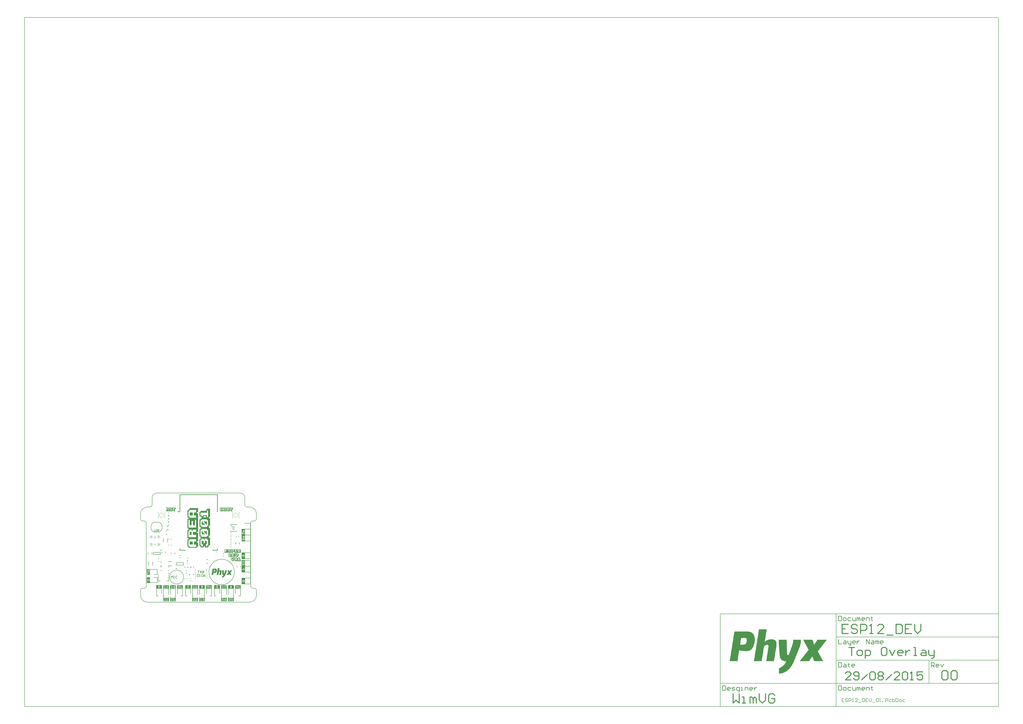
<source format=gto>
G04 Layer_Color=65535*
%FSLAX25Y25*%
%MOIN*%
G70*
G01*
G75*
%ADD10C,0.00787*%
%ADD12C,0.01181*%
%ADD14C,0.01575*%
%ADD41C,0.00984*%
%ADD53C,0.00591*%
%ADD54C,0.00394*%
%ADD55C,0.01000*%
G36*
X177559Y60354D02*
Y50354D01*
X171653D01*
Y60354D01*
Y71142D01*
X177559D01*
Y60354D01*
D02*
G37*
G36*
Y73346D02*
X171653D01*
Y84134D01*
X177559D01*
Y73346D01*
D02*
G37*
G36*
Y113346D02*
Y103347D01*
X171653D01*
Y113346D01*
Y124134D01*
X177559D01*
Y113346D01*
D02*
G37*
G36*
Y30354D02*
X171653D01*
Y41142D01*
X177559D01*
Y30354D01*
D02*
G37*
G36*
X97244Y23031D02*
X87795D01*
Y28937D01*
X97244D01*
Y23031D01*
D02*
G37*
G36*
X59842D02*
X50394D01*
Y28937D01*
X59842D01*
Y23031D01*
D02*
G37*
G36*
X48031D02*
X38583D01*
Y28937D01*
X48031D01*
Y23031D01*
D02*
G37*
G36*
X134646Y23031D02*
X125197D01*
Y28937D01*
X134646D01*
Y23031D01*
D02*
G37*
G36*
X170079D02*
X160630D01*
Y28937D01*
X170079D01*
Y23031D01*
D02*
G37*
G36*
X16142Y32677D02*
X10630D01*
Y42126D01*
X16142D01*
Y32677D01*
D02*
G37*
G36*
X120866Y23031D02*
X111417D01*
Y28937D01*
X120866D01*
Y23031D01*
D02*
G37*
G36*
X71653D02*
X62205D01*
Y28937D01*
X71653D01*
Y23031D01*
D02*
G37*
G36*
X36220D02*
X26772D01*
Y28937D01*
X36220D01*
Y23031D01*
D02*
G37*
G36*
X85433D02*
X75984D01*
Y28937D01*
X85433D01*
Y23031D01*
D02*
G37*
G36*
X165941Y82282D02*
X166551D01*
Y81672D01*
Y81049D01*
Y80426D01*
Y79809D01*
Y79186D01*
Y78563D01*
X165941D01*
Y77953D01*
X165317D01*
Y77343D01*
X164701D01*
Y76733D01*
X162831D01*
Y77343D01*
X162228D01*
Y77953D01*
X161604D01*
Y78563D01*
X160981D01*
Y79186D01*
X160365D01*
Y78563D01*
X160975D01*
Y77953D01*
Y77343D01*
Y76733D01*
X155405D01*
Y77343D01*
X154165D01*
Y76733D01*
X149829D01*
Y77343D01*
X149213D01*
Y77953D01*
Y78563D01*
Y79186D01*
Y79809D01*
Y80426D01*
Y81049D01*
Y81672D01*
Y82282D01*
Y82906D01*
X153549D01*
Y82282D01*
X154165D01*
Y81672D01*
X154789D01*
Y82282D01*
Y82906D01*
X162831D01*
Y82282D01*
X163454D01*
Y82906D01*
X165941D01*
Y82282D01*
D02*
G37*
G36*
X146457Y1378D02*
X137008D01*
Y7283D01*
X146457D01*
Y1378D01*
D02*
G37*
G36*
X158268D02*
X148819D01*
Y7283D01*
X158268D01*
Y1378D01*
D02*
G37*
G36*
X169160Y89369D02*
X169783D01*
Y88759D01*
X170393D01*
Y88136D01*
Y87512D01*
Y86896D01*
Y86273D01*
X169783D01*
Y85650D01*
X170393D01*
Y85039D01*
Y84429D01*
Y83819D01*
X159864D01*
Y84429D01*
X159248D01*
Y85039D01*
X156761D01*
Y84429D01*
Y83819D01*
X154288D01*
Y84429D01*
X153672D01*
Y83819D01*
X149336D01*
Y84429D01*
X148712D01*
Y85039D01*
X148706D01*
Y84429D01*
Y83819D01*
X143136D01*
Y84429D01*
X142520D01*
Y85039D01*
Y85650D01*
Y86273D01*
Y86896D01*
Y87512D01*
Y88136D01*
Y88759D01*
Y89369D01*
Y89992D01*
X148096D01*
Y89369D01*
X148712D01*
Y89992D01*
X153049D01*
Y89369D01*
X153672D01*
Y89992D01*
X158624D01*
Y89369D01*
X159248D01*
Y88759D01*
X159858D01*
Y88136D01*
Y87512D01*
Y86896D01*
Y86273D01*
X160487D01*
Y86896D01*
Y87512D01*
X159864D01*
Y88136D01*
Y88759D01*
Y89369D01*
X160487D01*
Y89992D01*
X162961D01*
Y89369D01*
X163584D01*
Y88759D01*
Y88136D01*
Y87512D01*
Y86896D01*
Y86273D01*
X164200D01*
Y85650D01*
X164207D01*
Y86273D01*
X164824D01*
Y86896D01*
X164207D01*
Y87512D01*
Y88136D01*
Y88759D01*
Y89369D01*
X164824D01*
Y89992D01*
X169160D01*
Y89369D01*
D02*
G37*
G36*
X156326Y159841D02*
X156950D01*
Y159231D01*
Y158608D01*
Y157985D01*
X155710D01*
Y157368D01*
Y156745D01*
Y156122D01*
Y155512D01*
Y154902D01*
Y154292D01*
X153237D01*
Y154902D01*
X152613D01*
Y155512D01*
Y156122D01*
Y156745D01*
Y157368D01*
Y157985D01*
Y158608D01*
X151984D01*
Y157985D01*
Y157368D01*
Y156745D01*
Y156122D01*
Y155512D01*
Y154902D01*
X151374D01*
Y154292D01*
X147037D01*
Y154902D01*
X146414D01*
Y155512D01*
X146408D01*
Y154902D01*
X145798D01*
Y154292D01*
X141462D01*
Y154902D01*
X140838D01*
Y155512D01*
X140832D01*
Y154902D01*
X140222D01*
Y154292D01*
X135262D01*
Y154902D01*
X134646D01*
Y155512D01*
Y156122D01*
Y156745D01*
Y157368D01*
Y157985D01*
Y158608D01*
Y159231D01*
Y159841D01*
Y160465D01*
X139599D01*
Y159841D01*
X140838D01*
Y160465D01*
X145175D01*
Y159841D01*
X146414D01*
Y160465D01*
X150751D01*
Y159841D01*
X151374D01*
Y160465D01*
X156326D01*
Y159841D01*
D02*
G37*
G36*
X59018D02*
X59641D01*
Y159231D01*
Y158608D01*
Y157985D01*
X58402D01*
Y157368D01*
Y156745D01*
Y156122D01*
Y155512D01*
Y154902D01*
Y154292D01*
X55928D01*
Y154902D01*
X55305D01*
Y155512D01*
Y156122D01*
Y156745D01*
Y157368D01*
Y157985D01*
Y158608D01*
X54676D01*
Y157985D01*
Y157368D01*
Y156745D01*
Y156122D01*
Y155512D01*
Y154902D01*
X54065D01*
Y154292D01*
X49729D01*
Y154902D01*
X49106D01*
Y155512D01*
X49099D01*
Y154902D01*
Y154292D01*
X46626D01*
Y154902D01*
X46003D01*
Y154292D01*
X43530D01*
Y154902D01*
X42913D01*
Y155512D01*
Y156122D01*
Y156745D01*
Y157368D01*
Y157985D01*
Y158608D01*
Y159231D01*
Y159841D01*
Y160465D01*
X47866D01*
Y159841D01*
X49106D01*
Y160465D01*
X53442D01*
Y159841D01*
X54065D01*
Y160465D01*
X59018D01*
Y159841D01*
D02*
G37*
G36*
X168408Y75196D02*
X169032D01*
Y74586D01*
Y73962D01*
Y73339D01*
Y72723D01*
Y72099D01*
X169648D01*
Y71476D01*
X170271D01*
Y70866D01*
Y70256D01*
Y69646D01*
X165312D01*
Y70256D01*
X164695D01*
Y69646D01*
X160359D01*
Y70256D01*
X159736D01*
Y70866D01*
X158496D01*
Y70256D01*
X157879D01*
Y69646D01*
X156010D01*
Y70256D01*
X155406D01*
Y70866D01*
X154783D01*
Y71476D01*
X154160D01*
Y72099D01*
X153543D01*
Y72723D01*
Y73339D01*
Y73962D01*
Y74586D01*
Y75196D01*
Y75819D01*
X156010D01*
Y75196D01*
X156633D01*
Y75819D01*
X159119D01*
Y75196D01*
X159736D01*
Y75819D01*
X164072D01*
Y75196D01*
X164695D01*
Y74586D01*
X165305D01*
Y73962D01*
Y73339D01*
Y72723D01*
Y72099D01*
X165935D01*
Y72723D01*
Y73339D01*
X165312D01*
Y73962D01*
Y74586D01*
Y75196D01*
X165935D01*
Y75819D01*
X168408D01*
Y75196D01*
D02*
G37*
G36*
X158268Y23031D02*
X148819D01*
Y28937D01*
X158268D01*
Y23031D01*
D02*
G37*
G36*
X146457D02*
X137008D01*
Y28937D01*
X146457D01*
Y23031D01*
D02*
G37*
G36*
X109055Y23031D02*
X99606D01*
Y28937D01*
X109055D01*
Y23031D01*
D02*
G37*
G36*
X48031Y1378D02*
X38583D01*
Y7283D01*
X48031D01*
Y1378D01*
D02*
G37*
G36*
X97244D02*
X87795D01*
Y7283D01*
X97244D01*
Y1378D01*
D02*
G37*
G36*
X109055D02*
X99606D01*
Y7283D01*
X109055D01*
Y1378D01*
D02*
G37*
G36*
X59842D02*
X50394D01*
Y7283D01*
X59842D01*
Y1378D01*
D02*
G37*
G36*
X16142Y46457D02*
X10630D01*
Y55905D01*
X16142D01*
Y46457D01*
D02*
G37*
G36*
X146385Y53924D02*
Y53863D01*
Y53802D01*
Y53741D01*
Y53680D01*
Y53619D01*
Y53558D01*
Y53497D01*
Y53436D01*
Y53375D01*
Y53314D01*
Y53253D01*
Y53192D01*
Y53131D01*
Y53070D01*
Y53009D01*
Y52947D01*
Y52886D01*
Y52825D01*
Y52764D01*
Y52703D01*
X146324D01*
Y52642D01*
Y52581D01*
Y52520D01*
Y52459D01*
Y52398D01*
X146263D01*
Y52337D01*
Y52276D01*
Y52215D01*
Y52154D01*
X146202D01*
Y52093D01*
Y52032D01*
Y51971D01*
Y51910D01*
X146141D01*
Y51849D01*
Y51788D01*
Y51727D01*
X146080D01*
Y51666D01*
Y51605D01*
Y51544D01*
X146019D01*
Y51483D01*
Y51422D01*
Y51361D01*
X145958D01*
Y51300D01*
Y51239D01*
Y51178D01*
X145896D01*
Y51117D01*
Y51056D01*
X145835D01*
Y50994D01*
Y50933D01*
X145774D01*
Y50872D01*
Y50811D01*
Y50750D01*
X145713D01*
Y50689D01*
Y50628D01*
X145652D01*
Y50567D01*
Y50506D01*
Y50445D01*
X145591D01*
Y50384D01*
Y50323D01*
X145530D01*
Y50262D01*
Y50201D01*
Y50140D01*
X145469D01*
Y50079D01*
Y50018D01*
X145408D01*
Y49957D01*
Y49896D01*
Y49835D01*
X145347D01*
Y49774D01*
Y49713D01*
X145286D01*
Y49652D01*
Y49591D01*
Y49530D01*
X145225D01*
Y49469D01*
Y49408D01*
X145164D01*
Y49347D01*
Y49286D01*
Y49225D01*
X145103D01*
Y49164D01*
Y49103D01*
X145042D01*
Y49042D01*
Y48981D01*
Y48919D01*
X144981D01*
Y48858D01*
Y48797D01*
X144920D01*
Y48736D01*
Y48675D01*
Y48614D01*
X144859D01*
Y48553D01*
Y48492D01*
X144798D01*
Y48431D01*
Y48370D01*
Y48309D01*
X144737D01*
Y48248D01*
Y48187D01*
X144676D01*
Y48126D01*
Y48065D01*
Y48004D01*
X144615D01*
Y47943D01*
Y47882D01*
X144554D01*
Y47821D01*
Y47760D01*
Y47699D01*
X144493D01*
Y47638D01*
Y47577D01*
X144432D01*
Y47516D01*
Y47455D01*
Y47394D01*
X144371D01*
Y47333D01*
Y47272D01*
X144310D01*
Y47211D01*
Y47150D01*
Y47089D01*
X144249D01*
Y47028D01*
Y46966D01*
X144188D01*
Y46905D01*
Y46844D01*
Y46783D01*
X144127D01*
Y46722D01*
Y46661D01*
X144066D01*
Y46600D01*
Y46539D01*
Y46478D01*
X144004D01*
Y46417D01*
Y46356D01*
X143944D01*
Y46295D01*
Y46234D01*
Y46173D01*
X143883D01*
Y46112D01*
Y46051D01*
X143821D01*
Y45990D01*
Y45929D01*
X143760D01*
Y45868D01*
Y45807D01*
X143699D01*
Y45746D01*
Y45685D01*
Y45624D01*
X143638D01*
Y45563D01*
X143577D01*
Y45502D01*
Y45441D01*
Y45380D01*
X143516D01*
Y45319D01*
X143455D01*
Y45258D01*
Y45197D01*
X143394D01*
Y45136D01*
Y45074D01*
X143333D01*
Y45013D01*
Y44952D01*
X143272D01*
Y44891D01*
Y44830D01*
X143211D01*
Y44769D01*
X143150D01*
Y44708D01*
Y44647D01*
X143089D01*
Y44586D01*
Y44525D01*
X143028D01*
Y44464D01*
X142967D01*
Y44403D01*
X142906D01*
Y44342D01*
Y44281D01*
X142845D01*
Y44220D01*
X142784D01*
Y44159D01*
Y44098D01*
X142723D01*
Y44037D01*
X142662D01*
Y43976D01*
X142601D01*
Y43915D01*
Y43854D01*
X142540D01*
Y43793D01*
X142479D01*
Y43732D01*
X142418D01*
Y43671D01*
X142357D01*
Y43610D01*
X142296D01*
Y43549D01*
Y43488D01*
X142235D01*
Y43427D01*
X142174D01*
Y43366D01*
X142113D01*
Y43305D01*
X142051D01*
Y43244D01*
X141990D01*
Y43183D01*
X141929D01*
Y43122D01*
X141868D01*
Y43060D01*
X141746D01*
Y43000D01*
X141685D01*
Y42939D01*
X141624D01*
Y42877D01*
X141563D01*
Y42816D01*
X141502D01*
Y42755D01*
X141380D01*
Y42694D01*
X141319D01*
Y42633D01*
X141197D01*
Y42572D01*
X141136D01*
Y42511D01*
X141014D01*
Y42450D01*
X140953D01*
Y42389D01*
X140831D01*
Y42328D01*
X140709D01*
Y42267D01*
X140587D01*
Y42206D01*
X140465D01*
Y42145D01*
X140343D01*
Y42084D01*
X140160D01*
Y42023D01*
X140038D01*
Y41962D01*
X139854D01*
Y41901D01*
X139610D01*
Y41840D01*
X139366D01*
Y41779D01*
X139000D01*
Y41718D01*
X138573D01*
Y41657D01*
X138512D01*
Y41718D01*
Y41779D01*
Y41840D01*
Y41901D01*
Y41962D01*
Y42023D01*
Y42084D01*
Y42145D01*
Y42206D01*
Y42267D01*
Y42328D01*
Y42389D01*
Y42450D01*
Y42511D01*
Y42572D01*
Y42633D01*
Y42694D01*
Y42755D01*
Y42816D01*
Y42877D01*
Y42939D01*
Y43000D01*
Y43060D01*
Y43122D01*
Y43183D01*
Y43244D01*
Y43305D01*
Y43366D01*
Y43427D01*
Y43488D01*
Y43549D01*
Y43610D01*
Y43671D01*
X138634D01*
Y43732D01*
X138756D01*
Y43793D01*
X138878D01*
Y43854D01*
X139000D01*
Y43915D01*
X139122D01*
Y43976D01*
X139244D01*
Y44037D01*
X139305D01*
Y44098D01*
X139427D01*
Y44159D01*
X139488D01*
Y44220D01*
X139610D01*
Y44281D01*
X139671D01*
Y44342D01*
X139732D01*
Y44403D01*
X139854D01*
Y44464D01*
X139916D01*
Y44525D01*
X139977D01*
Y44586D01*
X140038D01*
Y44647D01*
X140099D01*
Y44708D01*
X140160D01*
Y44769D01*
X140221D01*
Y44830D01*
X140282D01*
Y44891D01*
X140343D01*
Y44952D01*
X140404D01*
Y45013D01*
X140465D01*
Y45074D01*
X140526D01*
Y45136D01*
Y45197D01*
X140587D01*
Y45258D01*
X140648D01*
Y45319D01*
X140709D01*
Y45380D01*
Y45441D01*
X140770D01*
Y45502D01*
X140831D01*
Y45563D01*
Y45624D01*
X140892D01*
Y45685D01*
Y45746D01*
X140953D01*
Y45807D01*
X141014D01*
Y45868D01*
Y45929D01*
X141075D01*
Y45990D01*
Y46051D01*
X141136D01*
Y46112D01*
Y46173D01*
X140770D01*
Y46234D01*
X140343D01*
Y46295D01*
X140099D01*
Y46356D01*
X139977D01*
Y46417D01*
X139793D01*
Y46478D01*
X139671D01*
Y46539D01*
X139610D01*
Y46600D01*
X139488D01*
Y46661D01*
X139427D01*
Y46722D01*
X139366D01*
Y46783D01*
X139305D01*
Y46844D01*
X139244D01*
Y46905D01*
X139183D01*
Y46966D01*
Y47028D01*
X139122D01*
Y47089D01*
X139061D01*
Y47150D01*
Y47211D01*
X139000D01*
Y47272D01*
Y47333D01*
X138939D01*
Y47394D01*
Y47455D01*
X138878D01*
Y47516D01*
Y47577D01*
Y47638D01*
X138817D01*
Y47699D01*
Y47760D01*
Y47821D01*
Y47882D01*
X138756D01*
Y47943D01*
Y48004D01*
Y48065D01*
Y48126D01*
Y48187D01*
Y48248D01*
Y48309D01*
X138695D01*
Y48370D01*
Y48431D01*
Y48492D01*
Y48553D01*
Y48614D01*
Y48675D01*
Y48736D01*
Y48797D01*
Y48858D01*
Y48919D01*
Y48981D01*
Y49042D01*
Y49103D01*
Y49164D01*
Y49225D01*
X138634D01*
Y49286D01*
Y49347D01*
Y49408D01*
Y49469D01*
Y49530D01*
Y49591D01*
Y49652D01*
Y49713D01*
Y49774D01*
Y49835D01*
Y49896D01*
Y49957D01*
Y50018D01*
Y50079D01*
Y50140D01*
X138573D01*
Y50201D01*
Y50262D01*
Y50323D01*
Y50384D01*
Y50445D01*
Y50506D01*
Y50567D01*
Y50628D01*
Y50689D01*
Y50750D01*
Y50811D01*
Y50872D01*
Y50933D01*
Y50994D01*
Y51056D01*
Y51117D01*
X138512D01*
Y51178D01*
Y51239D01*
Y51300D01*
Y51361D01*
Y51422D01*
Y51483D01*
Y51544D01*
Y51605D01*
Y51666D01*
Y51727D01*
Y51788D01*
Y51849D01*
Y51910D01*
Y51971D01*
Y52032D01*
Y52093D01*
X138451D01*
Y52154D01*
Y52215D01*
Y52276D01*
Y52337D01*
Y52398D01*
Y52459D01*
Y52520D01*
Y52581D01*
Y52642D01*
Y52703D01*
Y52764D01*
Y52825D01*
Y52886D01*
Y52947D01*
X138390D01*
Y53009D01*
Y53070D01*
Y53131D01*
Y53192D01*
Y53253D01*
Y53314D01*
Y53375D01*
Y53436D01*
Y53497D01*
Y53558D01*
Y53619D01*
Y53680D01*
Y53741D01*
Y53802D01*
Y53863D01*
Y53924D01*
X138329D01*
Y53985D01*
X141258D01*
Y53924D01*
Y53863D01*
Y53802D01*
Y53741D01*
Y53680D01*
Y53619D01*
Y53558D01*
Y53497D01*
Y53436D01*
Y53375D01*
Y53314D01*
Y53253D01*
Y53192D01*
Y53131D01*
X141319D01*
Y53070D01*
Y53009D01*
Y52947D01*
Y52886D01*
Y52825D01*
Y52764D01*
Y52703D01*
Y52642D01*
Y52581D01*
Y52520D01*
Y52459D01*
Y52398D01*
Y52337D01*
Y52276D01*
Y52215D01*
Y52154D01*
Y52093D01*
Y52032D01*
Y51971D01*
Y51910D01*
Y51849D01*
Y51788D01*
Y51727D01*
Y51666D01*
Y51605D01*
Y51544D01*
Y51483D01*
Y51422D01*
Y51361D01*
Y51300D01*
Y51239D01*
Y51178D01*
Y51117D01*
Y51056D01*
Y50994D01*
Y50933D01*
Y50872D01*
Y50811D01*
Y50750D01*
Y50689D01*
Y50628D01*
X141380D01*
Y50567D01*
X141319D01*
Y50506D01*
Y50445D01*
X141380D01*
Y50384D01*
Y50323D01*
Y50262D01*
Y50201D01*
Y50140D01*
Y50079D01*
Y50018D01*
Y49957D01*
Y49896D01*
Y49835D01*
Y49774D01*
Y49713D01*
Y49652D01*
Y49591D01*
Y49530D01*
Y49469D01*
Y49408D01*
Y49347D01*
Y49286D01*
Y49225D01*
Y49164D01*
Y49103D01*
Y49042D01*
Y48981D01*
Y48919D01*
Y48858D01*
X141441D01*
Y48797D01*
Y48736D01*
Y48675D01*
X141502D01*
Y48614D01*
X141563D01*
Y48553D01*
X141624D01*
Y48492D01*
X141807D01*
Y48431D01*
X141990D01*
Y48492D01*
X142051D01*
Y48553D01*
Y48614D01*
Y48675D01*
X142113D01*
Y48736D01*
Y48797D01*
X142174D01*
Y48858D01*
Y48919D01*
Y48981D01*
X142235D01*
Y49042D01*
Y49103D01*
Y49164D01*
X142296D01*
Y49225D01*
Y49286D01*
Y49347D01*
X142357D01*
Y49408D01*
Y49469D01*
Y49530D01*
X142418D01*
Y49591D01*
Y49652D01*
X142479D01*
Y49713D01*
Y49774D01*
Y49835D01*
X142540D01*
Y49896D01*
Y49957D01*
Y50018D01*
X142601D01*
Y50079D01*
Y50140D01*
Y50201D01*
X142662D01*
Y50262D01*
Y50323D01*
X142723D01*
Y50384D01*
Y50445D01*
Y50506D01*
X142784D01*
Y50567D01*
Y50628D01*
Y50689D01*
X142845D01*
Y50750D01*
Y50811D01*
Y50872D01*
X142906D01*
Y50933D01*
Y50994D01*
X142967D01*
Y51056D01*
Y51117D01*
Y51178D01*
X143028D01*
Y51239D01*
Y51300D01*
Y51361D01*
X143089D01*
Y51422D01*
Y51483D01*
Y51544D01*
X143150D01*
Y51605D01*
Y51666D01*
X143211D01*
Y51727D01*
Y51788D01*
Y51849D01*
X143272D01*
Y51910D01*
Y51971D01*
Y52032D01*
X143333D01*
Y52093D01*
Y52154D01*
Y52215D01*
X143394D01*
Y52276D01*
Y52337D01*
Y52398D01*
Y52459D01*
X143455D01*
Y52520D01*
Y52581D01*
Y52642D01*
Y52703D01*
X143516D01*
Y52764D01*
Y52825D01*
Y52886D01*
Y52947D01*
Y53009D01*
X143577D01*
Y53070D01*
Y53131D01*
Y53192D01*
Y53253D01*
Y53314D01*
Y53375D01*
X143638D01*
Y53436D01*
Y53497D01*
Y53558D01*
Y53619D01*
Y53680D01*
Y53741D01*
Y53802D01*
Y53863D01*
Y53924D01*
Y53985D01*
X146385D01*
Y53924D01*
D02*
G37*
G36*
X24914Y98773D02*
X25174Y98599D01*
X25348Y98339D01*
X25394Y98109D01*
Y98032D01*
Y97441D01*
X23819D01*
Y98032D01*
X23819D01*
Y98109D01*
X23865Y98339D01*
X24039Y98599D01*
X24299Y98773D01*
X24529Y98819D01*
X24684D01*
X24914Y98773D01*
D02*
G37*
G36*
X134056Y57647D02*
Y57586D01*
X133995D01*
Y57525D01*
Y57464D01*
Y57403D01*
Y57342D01*
Y57281D01*
Y57220D01*
X133934D01*
Y57159D01*
Y57098D01*
Y57037D01*
Y56976D01*
Y56914D01*
Y56853D01*
X133873D01*
Y56792D01*
Y56731D01*
Y56670D01*
Y56609D01*
Y56548D01*
Y56487D01*
Y56426D01*
X133812D01*
Y56365D01*
Y56304D01*
Y56243D01*
Y56182D01*
Y56121D01*
Y56060D01*
X133751D01*
Y55999D01*
Y55938D01*
Y55877D01*
Y55816D01*
Y55755D01*
Y55694D01*
X133690D01*
Y55633D01*
Y55572D01*
Y55511D01*
Y55450D01*
Y55389D01*
Y55328D01*
Y55267D01*
X133629D01*
Y55206D01*
Y55145D01*
Y55084D01*
Y55023D01*
Y54962D01*
Y54900D01*
X133568D01*
Y54839D01*
Y54778D01*
Y54717D01*
Y54656D01*
Y54595D01*
Y54534D01*
X133507D01*
Y54473D01*
Y54412D01*
Y54351D01*
Y54290D01*
Y54229D01*
Y54168D01*
X133446D01*
Y54107D01*
Y54046D01*
Y53985D01*
Y53924D01*
Y53863D01*
Y53802D01*
Y53741D01*
X133385D01*
Y53680D01*
Y53619D01*
Y53558D01*
Y53497D01*
Y53436D01*
Y53375D01*
X133324D01*
Y53314D01*
Y53253D01*
X133446D01*
Y53314D01*
X133507D01*
Y53375D01*
X133568D01*
Y53436D01*
X133690D01*
Y53497D01*
X133751D01*
Y53558D01*
X133812D01*
Y53619D01*
X133934D01*
Y53680D01*
X134056D01*
Y53741D01*
X134118D01*
Y53802D01*
X134240D01*
Y53863D01*
X134423D01*
Y53924D01*
X134545D01*
Y53985D01*
X134728D01*
Y54046D01*
X135033D01*
Y54107D01*
X136376D01*
Y54046D01*
X136620D01*
Y53985D01*
X136803D01*
Y53924D01*
X136925D01*
Y53863D01*
X136986D01*
Y53802D01*
X137108D01*
Y53741D01*
X137169D01*
Y53680D01*
X137230D01*
Y53619D01*
X137291D01*
Y53558D01*
X137352D01*
Y53497D01*
Y53436D01*
X137413D01*
Y53375D01*
Y53314D01*
X137474D01*
Y53253D01*
Y53192D01*
Y53131D01*
X137535D01*
Y53070D01*
Y53009D01*
Y52947D01*
Y52886D01*
X137596D01*
Y52825D01*
Y52764D01*
Y52703D01*
Y52642D01*
Y52581D01*
Y52520D01*
Y52459D01*
Y52398D01*
Y52337D01*
Y52276D01*
Y52215D01*
Y52154D01*
Y52093D01*
Y52032D01*
Y51971D01*
Y51910D01*
Y51849D01*
Y51788D01*
X137535D01*
Y51727D01*
Y51666D01*
Y51605D01*
Y51544D01*
Y51483D01*
Y51422D01*
Y51361D01*
X137474D01*
Y51300D01*
Y51239D01*
Y51178D01*
Y51117D01*
Y51056D01*
Y50994D01*
Y50933D01*
X137413D01*
Y50872D01*
Y50811D01*
Y50750D01*
Y50689D01*
Y50628D01*
Y50567D01*
X137352D01*
Y50506D01*
Y50445D01*
Y50384D01*
Y50323D01*
Y50262D01*
Y50201D01*
X137291D01*
Y50140D01*
Y50079D01*
Y50018D01*
Y49957D01*
Y49896D01*
Y49835D01*
X137230D01*
Y49774D01*
Y49713D01*
Y49652D01*
Y49591D01*
Y49530D01*
Y49469D01*
Y49408D01*
X137169D01*
Y49347D01*
Y49286D01*
Y49225D01*
Y49164D01*
Y49103D01*
Y49042D01*
X137108D01*
Y48981D01*
Y48919D01*
Y48858D01*
Y48797D01*
Y48736D01*
Y48675D01*
X137047D01*
Y48614D01*
Y48553D01*
Y48492D01*
Y48431D01*
Y48370D01*
Y48309D01*
Y48248D01*
X136986D01*
Y48187D01*
Y48126D01*
Y48065D01*
Y48004D01*
Y47943D01*
Y47882D01*
X136925D01*
Y47821D01*
Y47760D01*
Y47699D01*
Y47638D01*
Y47577D01*
Y47516D01*
X136864D01*
Y47455D01*
Y47394D01*
Y47333D01*
Y47272D01*
Y47211D01*
Y47150D01*
X136803D01*
Y47089D01*
Y47028D01*
Y46966D01*
Y46905D01*
Y46844D01*
Y46783D01*
Y46722D01*
X136742D01*
Y46661D01*
Y46600D01*
Y46539D01*
Y46478D01*
Y46417D01*
Y46356D01*
X136681D01*
Y46295D01*
Y46234D01*
X133873D01*
Y46295D01*
Y46356D01*
X133934D01*
Y46417D01*
Y46478D01*
Y46539D01*
Y46600D01*
Y46661D01*
Y46722D01*
X133995D01*
Y46783D01*
Y46844D01*
Y46905D01*
Y46966D01*
Y47028D01*
Y47089D01*
Y47150D01*
X134056D01*
Y47211D01*
Y47272D01*
Y47333D01*
Y47394D01*
Y47455D01*
Y47516D01*
X134118D01*
Y47577D01*
Y47638D01*
Y47699D01*
Y47760D01*
Y47821D01*
Y47882D01*
X134179D01*
Y47943D01*
Y48004D01*
Y48065D01*
Y48126D01*
Y48187D01*
Y48248D01*
Y48309D01*
X134240D01*
Y48370D01*
Y48431D01*
Y48492D01*
Y48553D01*
Y48614D01*
Y48675D01*
X134301D01*
Y48736D01*
Y48797D01*
Y48858D01*
Y48919D01*
Y48981D01*
Y49042D01*
Y49103D01*
X134362D01*
Y49164D01*
Y49225D01*
Y49286D01*
Y49347D01*
Y49408D01*
Y49469D01*
X134423D01*
Y49530D01*
Y49591D01*
Y49652D01*
Y49713D01*
Y49774D01*
Y49835D01*
X134484D01*
Y49896D01*
Y49957D01*
Y50018D01*
Y50079D01*
Y50140D01*
Y50201D01*
X134545D01*
Y50262D01*
Y50323D01*
Y50384D01*
Y50445D01*
Y50506D01*
Y50567D01*
Y50628D01*
X134606D01*
Y50689D01*
Y50750D01*
Y50811D01*
Y50872D01*
Y50933D01*
Y50994D01*
X134667D01*
Y51056D01*
Y51117D01*
Y51178D01*
Y51239D01*
Y51300D01*
Y51361D01*
Y51422D01*
X134728D01*
Y51483D01*
Y51544D01*
Y51605D01*
Y51666D01*
Y51727D01*
Y51788D01*
X134667D01*
Y51849D01*
Y51910D01*
X134606D01*
Y51971D01*
X134545D01*
Y52032D01*
X134423D01*
Y52093D01*
X134056D01*
Y52032D01*
X133751D01*
Y51971D01*
X133568D01*
Y51910D01*
X133446D01*
Y51849D01*
X133385D01*
Y51788D01*
X133263D01*
Y51727D01*
X133202D01*
Y51666D01*
X133141D01*
Y51605D01*
Y51544D01*
X133080D01*
Y51483D01*
Y51422D01*
Y51361D01*
X133019D01*
Y51300D01*
Y51239D01*
Y51178D01*
Y51117D01*
Y51056D01*
Y50994D01*
X132958D01*
Y50933D01*
Y50872D01*
Y50811D01*
Y50750D01*
Y50689D01*
Y50628D01*
Y50567D01*
X132897D01*
Y50506D01*
Y50445D01*
Y50384D01*
Y50323D01*
Y50262D01*
Y50201D01*
X132836D01*
Y50140D01*
Y50079D01*
Y50018D01*
Y49957D01*
Y49896D01*
Y49835D01*
X132775D01*
Y49774D01*
Y49713D01*
Y49652D01*
Y49591D01*
Y49530D01*
Y49469D01*
X132714D01*
Y49408D01*
Y49347D01*
Y49286D01*
Y49225D01*
Y49164D01*
Y49103D01*
Y49042D01*
X132653D01*
Y48981D01*
Y48919D01*
Y48858D01*
Y48797D01*
Y48736D01*
Y48675D01*
X132592D01*
Y48614D01*
Y48553D01*
Y48492D01*
Y48431D01*
Y48370D01*
Y48309D01*
X132531D01*
Y48248D01*
Y48187D01*
Y48126D01*
Y48065D01*
Y48004D01*
Y47943D01*
Y47882D01*
X132470D01*
Y47821D01*
Y47760D01*
Y47699D01*
Y47638D01*
Y47577D01*
Y47516D01*
X132409D01*
Y47455D01*
Y47394D01*
Y47333D01*
Y47272D01*
Y47211D01*
Y47150D01*
X132348D01*
Y47089D01*
Y47028D01*
Y46966D01*
Y46905D01*
Y46844D01*
Y46783D01*
X132287D01*
Y46722D01*
Y46661D01*
Y46600D01*
Y46539D01*
Y46478D01*
Y46417D01*
Y46356D01*
X132226D01*
Y46295D01*
Y46234D01*
X129418D01*
Y46295D01*
Y46356D01*
X129479D01*
Y46417D01*
Y46478D01*
Y46539D01*
Y46600D01*
Y46661D01*
Y46722D01*
Y46783D01*
X129540D01*
Y46844D01*
Y46905D01*
Y46966D01*
Y47028D01*
Y47089D01*
Y47150D01*
X129601D01*
Y47211D01*
Y47272D01*
Y47333D01*
Y47394D01*
Y47455D01*
Y47516D01*
X129662D01*
Y47577D01*
Y47638D01*
Y47699D01*
Y47760D01*
Y47821D01*
Y47882D01*
Y47943D01*
X129723D01*
Y48004D01*
Y48065D01*
Y48126D01*
Y48187D01*
Y48248D01*
Y48309D01*
X129784D01*
Y48370D01*
Y48431D01*
Y48492D01*
Y48553D01*
Y48614D01*
Y48675D01*
X129845D01*
Y48736D01*
Y48797D01*
Y48858D01*
Y48919D01*
Y48981D01*
Y49042D01*
X129906D01*
Y49103D01*
Y49164D01*
Y49225D01*
Y49286D01*
Y49347D01*
Y49408D01*
Y49469D01*
X129967D01*
Y49530D01*
Y49591D01*
Y49652D01*
Y49713D01*
Y49774D01*
Y49835D01*
X130028D01*
Y49896D01*
Y49957D01*
Y50018D01*
Y50079D01*
Y50140D01*
Y50201D01*
X130090D01*
Y50262D01*
Y50323D01*
Y50384D01*
Y50445D01*
Y50506D01*
Y50567D01*
Y50628D01*
X130151D01*
Y50689D01*
Y50750D01*
Y50811D01*
Y50872D01*
Y50933D01*
Y50994D01*
X130212D01*
Y51056D01*
Y51117D01*
Y51178D01*
Y51239D01*
Y51300D01*
Y51361D01*
X130273D01*
Y51422D01*
Y51483D01*
Y51544D01*
Y51605D01*
Y51666D01*
Y51727D01*
X130334D01*
Y51788D01*
Y51849D01*
Y51910D01*
Y51971D01*
Y52032D01*
Y52093D01*
Y52154D01*
X130395D01*
Y52215D01*
Y52276D01*
Y52337D01*
Y52398D01*
Y52459D01*
Y52520D01*
X130456D01*
Y52581D01*
Y52642D01*
Y52703D01*
Y52764D01*
Y52825D01*
Y52886D01*
X130517D01*
Y52947D01*
Y53009D01*
Y53070D01*
Y53131D01*
Y53192D01*
Y53253D01*
X130578D01*
Y53314D01*
Y53375D01*
Y53436D01*
Y53497D01*
Y53558D01*
Y53619D01*
Y53680D01*
X130639D01*
Y53741D01*
Y53802D01*
Y53863D01*
Y53924D01*
Y53985D01*
Y54046D01*
X130700D01*
Y54107D01*
Y54168D01*
Y54229D01*
Y54290D01*
Y54351D01*
Y54412D01*
X130761D01*
Y54473D01*
Y54534D01*
Y54595D01*
Y54656D01*
Y54717D01*
Y54778D01*
Y54839D01*
X130822D01*
Y54900D01*
Y54962D01*
Y55023D01*
Y55084D01*
Y55145D01*
Y55206D01*
X130883D01*
Y55267D01*
Y55328D01*
Y55389D01*
Y55450D01*
Y55511D01*
Y55572D01*
X130944D01*
Y55633D01*
Y55694D01*
Y55755D01*
Y55816D01*
Y55877D01*
Y55938D01*
X131005D01*
Y55999D01*
Y56060D01*
Y56121D01*
Y56182D01*
Y56243D01*
Y56304D01*
Y56365D01*
X131066D01*
Y56426D01*
Y56487D01*
Y56548D01*
Y56609D01*
Y56670D01*
Y56731D01*
X131127D01*
Y56792D01*
Y56853D01*
Y56914D01*
Y56976D01*
Y57037D01*
Y57098D01*
X131188D01*
Y57159D01*
Y57220D01*
Y57281D01*
Y57342D01*
Y57403D01*
Y57464D01*
Y57525D01*
X131249D01*
Y57586D01*
Y57647D01*
Y57708D01*
X134056D01*
Y57647D01*
D02*
G37*
G36*
X155783Y53924D02*
X155722D01*
Y53863D01*
X155661D01*
Y53802D01*
Y53741D01*
X155600D01*
Y53680D01*
X155539D01*
Y53619D01*
X155478D01*
Y53558D01*
Y53497D01*
X155417D01*
Y53436D01*
X155356D01*
Y53375D01*
X155295D01*
Y53314D01*
X155234D01*
Y53253D01*
Y53192D01*
X155173D01*
Y53131D01*
X155112D01*
Y53070D01*
X155051D01*
Y53009D01*
Y52947D01*
X154990D01*
Y52886D01*
X154929D01*
Y52825D01*
X154868D01*
Y52764D01*
X154807D01*
Y52703D01*
Y52642D01*
X154746D01*
Y52581D01*
X154685D01*
Y52520D01*
X154624D01*
Y52459D01*
Y52398D01*
X154563D01*
Y52337D01*
X154502D01*
Y52276D01*
X154441D01*
Y52215D01*
Y52154D01*
X154380D01*
Y52093D01*
X154319D01*
Y52032D01*
X154258D01*
Y51971D01*
X154197D01*
Y51910D01*
Y51849D01*
X154136D01*
Y51788D01*
X154075D01*
Y51727D01*
X154014D01*
Y51666D01*
Y51605D01*
X153953D01*
Y51544D01*
X153892D01*
Y51483D01*
X153830D01*
Y51422D01*
Y51361D01*
X153769D01*
Y51300D01*
X153708D01*
Y51239D01*
X153647D01*
Y51178D01*
X153586D01*
Y51117D01*
Y51056D01*
X153525D01*
Y50994D01*
X153464D01*
Y50933D01*
X153403D01*
Y50872D01*
Y50811D01*
X153342D01*
Y50750D01*
X153281D01*
Y50689D01*
X153220D01*
Y50628D01*
Y50567D01*
X153159D01*
Y50506D01*
X153098D01*
Y50445D01*
X153037D01*
Y50384D01*
X152976D01*
Y50323D01*
Y50262D01*
X152915D01*
Y50201D01*
X152854D01*
Y50140D01*
X152793D01*
Y50079D01*
Y50018D01*
X152732D01*
Y49957D01*
X152671D01*
Y49896D01*
X152610D01*
Y49835D01*
X152549D01*
Y49774D01*
Y49713D01*
X152610D01*
Y49652D01*
Y49591D01*
X152671D01*
Y49530D01*
Y49469D01*
X152732D01*
Y49408D01*
X152793D01*
Y49347D01*
Y49286D01*
X152854D01*
Y49225D01*
Y49164D01*
X152915D01*
Y49103D01*
Y49042D01*
X152976D01*
Y48981D01*
Y48919D01*
X153037D01*
Y48858D01*
Y48797D01*
X153098D01*
Y48736D01*
Y48675D01*
X153159D01*
Y48614D01*
Y48553D01*
X153220D01*
Y48492D01*
Y48431D01*
X153281D01*
Y48370D01*
X153342D01*
Y48309D01*
Y48248D01*
X153403D01*
Y48187D01*
Y48126D01*
X153464D01*
Y48065D01*
Y48004D01*
X153525D01*
Y47943D01*
Y47882D01*
X153586D01*
Y47821D01*
Y47760D01*
X153647D01*
Y47699D01*
Y47638D01*
X153708D01*
Y47577D01*
Y47516D01*
X153769D01*
Y47455D01*
X153830D01*
Y47394D01*
Y47333D01*
X153892D01*
Y47272D01*
Y47211D01*
X153953D01*
Y47150D01*
Y47089D01*
X154014D01*
Y47028D01*
Y46966D01*
X154075D01*
Y46905D01*
Y46844D01*
X154136D01*
Y46783D01*
Y46722D01*
X154197D01*
Y46661D01*
Y46600D01*
X154258D01*
Y46539D01*
X154319D01*
Y46478D01*
Y46417D01*
X154380D01*
Y46356D01*
Y46295D01*
X154441D01*
Y46234D01*
X151206D01*
Y46295D01*
X151145D01*
Y46356D01*
Y46417D01*
Y46478D01*
X151084D01*
Y46539D01*
Y46600D01*
Y46661D01*
X151023D01*
Y46722D01*
Y46783D01*
X150962D01*
Y46844D01*
Y46905D01*
Y46966D01*
X150901D01*
Y47028D01*
Y47089D01*
Y47150D01*
X150840D01*
Y47211D01*
Y47272D01*
X150779D01*
Y47333D01*
Y47394D01*
Y47455D01*
X150718D01*
Y47516D01*
Y47577D01*
Y47638D01*
X150657D01*
Y47699D01*
Y47760D01*
Y47821D01*
X150596D01*
Y47882D01*
X150474D01*
Y47821D01*
Y47760D01*
X150413D01*
Y47699D01*
X150352D01*
Y47638D01*
Y47577D01*
X150291D01*
Y47516D01*
X150230D01*
Y47455D01*
Y47394D01*
X150169D01*
Y47333D01*
X150108D01*
Y47272D01*
Y47211D01*
X150047D01*
Y47150D01*
X149986D01*
Y47089D01*
X149925D01*
Y47028D01*
Y46966D01*
X149863D01*
Y46905D01*
X149802D01*
Y46844D01*
Y46783D01*
X149741D01*
Y46722D01*
X149680D01*
Y46661D01*
Y46600D01*
X149619D01*
Y46539D01*
X149558D01*
Y46478D01*
Y46417D01*
X149497D01*
Y46356D01*
X149436D01*
Y46295D01*
Y46234D01*
X146019D01*
Y46295D01*
X146080D01*
Y46356D01*
X146141D01*
Y46417D01*
X146202D01*
Y46478D01*
X146263D01*
Y46539D01*
Y46600D01*
X146324D01*
Y46661D01*
X146385D01*
Y46722D01*
X146446D01*
Y46783D01*
X146507D01*
Y46844D01*
Y46905D01*
X146568D01*
Y46966D01*
X146629D01*
Y47028D01*
X146690D01*
Y47089D01*
Y47150D01*
X146751D01*
Y47211D01*
X146812D01*
Y47272D01*
X146873D01*
Y47333D01*
X146934D01*
Y47394D01*
Y47455D01*
X146995D01*
Y47516D01*
X147056D01*
Y47577D01*
X147117D01*
Y47638D01*
X147178D01*
Y47699D01*
Y47760D01*
X147239D01*
Y47821D01*
X147300D01*
Y47882D01*
X147361D01*
Y47943D01*
Y48004D01*
X147422D01*
Y48065D01*
X147483D01*
Y48126D01*
X147544D01*
Y48187D01*
X147605D01*
Y48248D01*
Y48309D01*
X147666D01*
Y48370D01*
X147727D01*
Y48431D01*
X147788D01*
Y48492D01*
Y48553D01*
X147850D01*
Y48614D01*
X147910D01*
Y48675D01*
X147971D01*
Y48736D01*
X148032D01*
Y48797D01*
Y48858D01*
X148094D01*
Y48919D01*
X148155D01*
Y48981D01*
X148216D01*
Y49042D01*
Y49103D01*
X148277D01*
Y49164D01*
X148338D01*
Y49225D01*
X148399D01*
Y49286D01*
X148460D01*
Y49347D01*
Y49408D01*
X148521D01*
Y49469D01*
X148582D01*
Y49530D01*
X148643D01*
Y49591D01*
X148704D01*
Y49652D01*
Y49713D01*
X148765D01*
Y49774D01*
X148826D01*
Y49835D01*
X148887D01*
Y49896D01*
Y49957D01*
X148948D01*
Y50018D01*
X149009D01*
Y50079D01*
X149070D01*
Y50140D01*
X149131D01*
Y50201D01*
Y50262D01*
X149192D01*
Y50323D01*
Y50384D01*
Y50445D01*
X149131D01*
Y50506D01*
X149070D01*
Y50567D01*
Y50628D01*
X149009D01*
Y50689D01*
Y50750D01*
X148948D01*
Y50811D01*
Y50872D01*
X148887D01*
Y50933D01*
Y50994D01*
X148826D01*
Y51056D01*
Y51117D01*
X148765D01*
Y51178D01*
Y51239D01*
X148704D01*
Y51300D01*
X148643D01*
Y51361D01*
Y51422D01*
X148582D01*
Y51483D01*
Y51544D01*
X148521D01*
Y51605D01*
Y51666D01*
X148460D01*
Y51727D01*
Y51788D01*
X148399D01*
Y51849D01*
Y51910D01*
X148338D01*
Y51971D01*
Y52032D01*
X148277D01*
Y52093D01*
X148216D01*
Y52154D01*
Y52215D01*
X148155D01*
Y52276D01*
Y52337D01*
X148094D01*
Y52398D01*
Y52459D01*
X148032D01*
Y52520D01*
Y52581D01*
X147971D01*
Y52642D01*
Y52703D01*
X147910D01*
Y52764D01*
Y52825D01*
X147850D01*
Y52886D01*
Y52947D01*
X147788D01*
Y53009D01*
X147727D01*
Y53070D01*
Y53131D01*
X147666D01*
Y53192D01*
Y53253D01*
X147605D01*
Y53314D01*
Y53375D01*
X147544D01*
Y53436D01*
Y53497D01*
X147483D01*
Y53558D01*
Y53619D01*
X147422D01*
Y53680D01*
Y53741D01*
X147361D01*
Y53802D01*
X147300D01*
Y53863D01*
Y53924D01*
X147239D01*
Y53985D01*
X150596D01*
Y53924D01*
X150657D01*
Y53863D01*
Y53802D01*
Y53741D01*
X150718D01*
Y53680D01*
Y53619D01*
Y53558D01*
X150779D01*
Y53497D01*
Y53436D01*
Y53375D01*
X150840D01*
Y53314D01*
Y53253D01*
Y53192D01*
X150901D01*
Y53131D01*
Y53070D01*
Y53009D01*
X150962D01*
Y52947D01*
Y52886D01*
Y52825D01*
X151023D01*
Y52764D01*
Y52703D01*
Y52642D01*
X151084D01*
Y52581D01*
Y52520D01*
Y52459D01*
X151145D01*
Y52398D01*
Y52337D01*
Y52276D01*
Y52215D01*
X151267D01*
Y52276D01*
X151328D01*
Y52337D01*
X151389D01*
Y52398D01*
Y52459D01*
X151450D01*
Y52520D01*
X151511D01*
Y52581D01*
Y52642D01*
X151572D01*
Y52703D01*
X151633D01*
Y52764D01*
Y52825D01*
X151694D01*
Y52886D01*
X151755D01*
Y52947D01*
Y53009D01*
X151816D01*
Y53070D01*
X151877D01*
Y53131D01*
Y53192D01*
X151938D01*
Y53253D01*
X151999D01*
Y53314D01*
Y53375D01*
X152061D01*
Y53436D01*
X152122D01*
Y53497D01*
Y53558D01*
X152183D01*
Y53619D01*
X152244D01*
Y53680D01*
Y53741D01*
X152305D01*
Y53802D01*
X152366D01*
Y53863D01*
Y53924D01*
X152427D01*
Y53985D01*
X155783D01*
Y53924D01*
D02*
G37*
G36*
X97718Y152700D02*
X96103D01*
Y152469D01*
X95872D01*
Y150393D01*
X97718D01*
Y119479D01*
X95872D01*
Y117403D01*
X97718D01*
Y103100D01*
X95872D01*
Y101023D01*
X97718D01*
Y93872D01*
X97487D01*
Y94103D01*
X96103D01*
Y93872D01*
X95872D01*
Y92026D01*
X81800D01*
Y93872D01*
X81569D01*
Y94103D01*
X80185D01*
Y93872D01*
X79954D01*
Y94103D01*
X79724D01*
Y106560D01*
X81800D01*
Y108636D01*
X79724D01*
Y122940D01*
X81800D01*
Y125016D01*
X79724D01*
Y141165D01*
X81800D01*
Y141626D01*
X81569D01*
Y143010D01*
X81800D01*
Y143472D01*
X79724D01*
Y155929D01*
X81800D01*
Y157775D01*
X83415D01*
Y159620D01*
X97718D01*
Y152700D01*
D02*
G37*
G36*
X127404Y56914D02*
X127770D01*
Y56853D01*
X127954D01*
Y56792D01*
X128137D01*
Y56731D01*
X128320D01*
Y56670D01*
X128442D01*
Y56609D01*
X128503D01*
Y56548D01*
X128625D01*
Y56487D01*
X128686D01*
Y56426D01*
X128808D01*
Y56365D01*
X128869D01*
Y56304D01*
X128930D01*
Y56243D01*
X128991D01*
Y56182D01*
X129052D01*
Y56121D01*
X129113D01*
Y56060D01*
X129174D01*
Y55999D01*
Y55938D01*
X129235D01*
Y55877D01*
X129296D01*
Y55816D01*
Y55755D01*
X129357D01*
Y55694D01*
X129418D01*
Y55633D01*
Y55572D01*
X129479D01*
Y55511D01*
Y55450D01*
Y55389D01*
X129540D01*
Y55328D01*
Y55267D01*
Y55206D01*
X129601D01*
Y55145D01*
Y55084D01*
Y55023D01*
Y54962D01*
X129662D01*
Y54900D01*
Y54839D01*
Y54778D01*
Y54717D01*
Y54656D01*
X129723D01*
Y54595D01*
Y54534D01*
Y54473D01*
Y54412D01*
Y54351D01*
Y54290D01*
Y54229D01*
Y54168D01*
Y54107D01*
Y54046D01*
Y53985D01*
Y53924D01*
Y53863D01*
Y53802D01*
Y53741D01*
Y53680D01*
Y53619D01*
Y53558D01*
Y53497D01*
Y53436D01*
X129662D01*
Y53375D01*
Y53314D01*
Y53253D01*
Y53192D01*
Y53131D01*
Y53070D01*
Y53009D01*
X129601D01*
Y52947D01*
Y52886D01*
Y52825D01*
Y52764D01*
Y52703D01*
X129540D01*
Y52642D01*
Y52581D01*
Y52520D01*
Y52459D01*
Y52398D01*
X129479D01*
Y52337D01*
Y52276D01*
Y52215D01*
X129418D01*
Y52154D01*
Y52093D01*
Y52032D01*
Y51971D01*
X129357D01*
Y51910D01*
Y51849D01*
Y51788D01*
X129296D01*
Y51727D01*
Y51666D01*
X129235D01*
Y51605D01*
Y51544D01*
Y51483D01*
X129174D01*
Y51422D01*
Y51361D01*
X129113D01*
Y51300D01*
Y51239D01*
X129052D01*
Y51178D01*
Y51117D01*
X128991D01*
Y51056D01*
X128930D01*
Y50994D01*
Y50933D01*
X128869D01*
Y50872D01*
X128808D01*
Y50811D01*
X128747D01*
Y50750D01*
Y50689D01*
X128686D01*
Y50628D01*
X128625D01*
Y50567D01*
X128564D01*
Y50506D01*
X128503D01*
Y50445D01*
X128442D01*
Y50384D01*
X128320D01*
Y50323D01*
X128259D01*
Y50262D01*
X128137D01*
Y50201D01*
X128076D01*
Y50140D01*
X127954D01*
Y50079D01*
X127770D01*
Y50018D01*
X127587D01*
Y49957D01*
X127404D01*
Y49896D01*
X127038D01*
Y49835D01*
X125940D01*
Y49896D01*
X125390D01*
Y49957D01*
X124963D01*
Y50018D01*
X124658D01*
Y50079D01*
X124353D01*
Y50140D01*
X124048D01*
Y50079D01*
Y50018D01*
Y49957D01*
Y49896D01*
Y49835D01*
Y49774D01*
Y49713D01*
X123986D01*
Y49652D01*
Y49591D01*
Y49530D01*
Y49469D01*
Y49408D01*
Y49347D01*
X123925D01*
Y49286D01*
Y49225D01*
Y49164D01*
Y49103D01*
Y49042D01*
Y48981D01*
X123864D01*
Y48919D01*
Y48858D01*
Y48797D01*
Y48736D01*
Y48675D01*
Y48614D01*
Y48553D01*
X123803D01*
Y48492D01*
Y48431D01*
Y48370D01*
Y48309D01*
Y48248D01*
Y48187D01*
X123742D01*
Y48126D01*
Y48065D01*
Y48004D01*
Y47943D01*
Y47882D01*
Y47821D01*
X123681D01*
Y47760D01*
Y47699D01*
Y47638D01*
Y47577D01*
Y47516D01*
Y47455D01*
Y47394D01*
X123620D01*
Y47333D01*
Y47272D01*
Y47211D01*
Y47150D01*
Y47089D01*
Y47028D01*
X123559D01*
Y46966D01*
Y46905D01*
Y46844D01*
Y46783D01*
Y46722D01*
Y46661D01*
X123498D01*
Y46600D01*
Y46539D01*
Y46478D01*
Y46417D01*
Y46356D01*
Y46295D01*
Y46234D01*
X120630D01*
Y46295D01*
X120691D01*
Y46356D01*
Y46417D01*
Y46478D01*
Y46539D01*
Y46600D01*
X120752D01*
Y46661D01*
Y46722D01*
Y46783D01*
Y46844D01*
Y46905D01*
Y46966D01*
Y47028D01*
X120813D01*
Y47089D01*
Y47150D01*
Y47211D01*
Y47272D01*
Y47333D01*
Y47394D01*
X120874D01*
Y47455D01*
Y47516D01*
Y47577D01*
Y47638D01*
Y47699D01*
Y47760D01*
X120935D01*
Y47821D01*
Y47882D01*
Y47943D01*
Y48004D01*
Y48065D01*
Y48126D01*
Y48187D01*
X120996D01*
Y48248D01*
Y48309D01*
Y48370D01*
Y48431D01*
Y48492D01*
Y48553D01*
X121057D01*
Y48614D01*
Y48675D01*
Y48736D01*
Y48797D01*
Y48858D01*
Y48919D01*
X121118D01*
Y48981D01*
Y49042D01*
Y49103D01*
Y49164D01*
Y49225D01*
Y49286D01*
X121179D01*
Y49347D01*
Y49408D01*
Y49469D01*
Y49530D01*
Y49591D01*
Y49652D01*
Y49713D01*
X121240D01*
Y49774D01*
Y49835D01*
Y49896D01*
Y49957D01*
Y50018D01*
Y50079D01*
X121301D01*
Y50140D01*
Y50201D01*
Y50262D01*
Y50323D01*
Y50384D01*
Y50445D01*
X121362D01*
Y50506D01*
Y50567D01*
Y50628D01*
Y50689D01*
Y50750D01*
Y50811D01*
X121423D01*
Y50872D01*
Y50933D01*
Y50994D01*
Y51056D01*
Y51117D01*
Y51178D01*
Y51239D01*
X121484D01*
Y51300D01*
Y51361D01*
Y51422D01*
Y51483D01*
Y51544D01*
Y51605D01*
X121545D01*
Y51666D01*
Y51727D01*
Y51788D01*
Y51849D01*
Y51910D01*
Y51971D01*
X121606D01*
Y52032D01*
Y52093D01*
Y52154D01*
Y52215D01*
Y52276D01*
Y52337D01*
Y52398D01*
X121667D01*
Y52459D01*
Y52520D01*
Y52581D01*
Y52642D01*
Y52703D01*
Y52764D01*
X121728D01*
Y52825D01*
Y52886D01*
Y52947D01*
Y53009D01*
Y53070D01*
Y53131D01*
X121789D01*
Y53192D01*
Y53253D01*
Y53314D01*
Y53375D01*
Y53436D01*
Y53497D01*
X121850D01*
Y53558D01*
Y53619D01*
Y53680D01*
Y53741D01*
Y53802D01*
Y53863D01*
Y53924D01*
X121912D01*
Y53985D01*
Y54046D01*
Y54107D01*
Y54168D01*
Y54229D01*
Y54290D01*
X121973D01*
Y54351D01*
Y54412D01*
Y54473D01*
Y54534D01*
Y54595D01*
Y54656D01*
X122034D01*
Y54717D01*
Y54778D01*
Y54839D01*
Y54900D01*
Y54962D01*
Y55023D01*
Y55084D01*
X122095D01*
Y55145D01*
Y55206D01*
Y55267D01*
Y55328D01*
Y55389D01*
Y55450D01*
X122156D01*
Y55511D01*
Y55572D01*
Y55633D01*
Y55694D01*
Y55755D01*
Y55816D01*
X122217D01*
Y55877D01*
Y55938D01*
Y55999D01*
Y56060D01*
Y56121D01*
Y56182D01*
Y56243D01*
X122278D01*
Y56304D01*
Y56365D01*
Y56426D01*
Y56487D01*
Y56548D01*
Y56609D01*
X122339D01*
Y56670D01*
Y56731D01*
Y56792D01*
Y56853D01*
Y56914D01*
Y56976D01*
X127404D01*
Y56914D01*
D02*
G37*
G36*
X118063Y144376D02*
X116448D01*
Y142300D01*
X118063D01*
Y129842D01*
X116448D01*
Y129611D01*
X116218D01*
Y125689D01*
X118063D01*
Y113232D01*
X116448D01*
Y113001D01*
X116218D01*
Y109310D01*
X116448D01*
Y109079D01*
X117833D01*
Y109310D01*
X118063D01*
Y96622D01*
X116218D01*
Y95007D01*
X116448D01*
Y94776D01*
X114603D01*
Y92930D01*
X109297D01*
Y94776D01*
X107221D01*
Y92930D01*
X102145D01*
Y94776D01*
X100069D01*
Y107234D01*
X100300D01*
Y107464D01*
X100530D01*
Y107234D01*
X101915D01*
Y107464D01*
X102145D01*
Y111155D01*
X101915D01*
Y111386D01*
X100069D01*
Y123844D01*
X102145D01*
Y127766D01*
X101915D01*
Y127996D01*
X100069D01*
Y140454D01*
X102145D01*
Y142300D01*
X103760D01*
Y144145D01*
X103991D01*
Y144376D01*
X102145D01*
Y146221D01*
X100069D01*
Y153142D01*
X101915D01*
Y153373D01*
X102145D01*
Y154988D01*
X111142D01*
Y156834D01*
X112988D01*
Y158679D01*
X118063D01*
Y144376D01*
D02*
G37*
G36*
X25394Y110630D02*
Y110552D01*
X25348Y110323D01*
X25174Y110062D01*
X24914Y109888D01*
X24684Y109843D01*
X24529D01*
X24299Y109888D01*
X24039Y110062D01*
X23865Y110323D01*
X23819Y110552D01*
Y110630D01*
X23819D01*
Y111221D01*
X25394D01*
Y110630D01*
D02*
G37*
%LPC*%
G36*
X58402Y159841D02*
X54682D01*
Y159231D01*
X55928D01*
Y158608D01*
Y157985D01*
Y157368D01*
Y156745D01*
Y156122D01*
Y155512D01*
X57155D01*
Y156122D01*
Y156745D01*
Y157368D01*
Y157985D01*
Y158608D01*
Y159231D01*
X58402D01*
Y159841D01*
D02*
G37*
G36*
X47249D02*
X43530D01*
Y159231D01*
Y158608D01*
Y157985D01*
Y157368D01*
Y156745D01*
Y156122D01*
Y155512D01*
X44776D01*
Y156122D01*
Y156745D01*
Y157368D01*
X46626D01*
Y156745D01*
Y156122D01*
Y155512D01*
X47866D01*
Y156122D01*
Y156745D01*
Y157368D01*
X47249D01*
Y157985D01*
X47866D01*
Y158608D01*
Y159231D01*
X47249D01*
Y159841D01*
D02*
G37*
G36*
X106476Y6404D02*
X106305D01*
X106200Y6391D01*
X105997Y6358D01*
X105826Y6312D01*
X105748Y6286D01*
X105675Y6259D01*
X105610Y6227D01*
X105557Y6200D01*
X105505Y6174D01*
X105466Y6154D01*
X105433Y6135D01*
X105413Y6122D01*
X105400Y6115D01*
X105393Y6109D01*
X105302Y6036D01*
X105236Y5964D01*
X105183Y5892D01*
X105151Y5833D01*
X105131Y5781D01*
X105124Y5741D01*
X105118Y5708D01*
Y5702D01*
X105124Y5649D01*
X105131Y5610D01*
X105164Y5538D01*
X105177Y5511D01*
X105190Y5492D01*
X105197Y5479D01*
X105203Y5472D01*
X105243Y5446D01*
X105275Y5426D01*
X105348Y5400D01*
X105380Y5393D01*
X105407Y5387D01*
X105426D01*
X105485Y5393D01*
X105531Y5407D01*
X105557Y5413D01*
X105571Y5420D01*
X105603Y5446D01*
X105643Y5479D01*
X105669Y5505D01*
X105682Y5518D01*
X105780Y5603D01*
X105892Y5669D01*
X106003Y5715D01*
X106115Y5748D01*
X106213Y5767D01*
X106259Y5774D01*
X106299D01*
X106325Y5781D01*
X106371D01*
X106495Y5774D01*
X106600Y5754D01*
X106692Y5735D01*
X106771Y5708D01*
X106830Y5675D01*
X106869Y5656D01*
X106896Y5636D01*
X106902Y5630D01*
X106961Y5571D01*
X107007Y5518D01*
X107033Y5459D01*
X107060Y5407D01*
X107073Y5361D01*
X107079Y5321D01*
Y5295D01*
Y5288D01*
Y5243D01*
X107066Y5197D01*
X107040Y5118D01*
X107027Y5085D01*
X107014Y5059D01*
X107007Y5046D01*
X107001Y5039D01*
X106942Y4961D01*
X106876Y4901D01*
X106850Y4882D01*
X106824Y4869D01*
X106810Y4856D01*
X106804D01*
X106712Y4816D01*
X106633Y4790D01*
X106607Y4783D01*
X106581D01*
X106568Y4777D01*
X106227D01*
X106174Y4770D01*
X106128Y4764D01*
X106089Y4750D01*
X106056Y4731D01*
X106030Y4711D01*
X106010Y4698D01*
X105997Y4691D01*
X105990Y4685D01*
X105964Y4652D01*
X105945Y4613D01*
X105918Y4541D01*
X105912Y4508D01*
X105905Y4482D01*
Y4468D01*
Y4462D01*
X105912Y4416D01*
X105918Y4370D01*
X105945Y4304D01*
X105958Y4278D01*
X105971Y4259D01*
X105984Y4252D01*
Y4245D01*
X106017Y4219D01*
X106056Y4193D01*
X106135Y4167D01*
X106174Y4160D01*
X106200Y4154D01*
X106227D01*
X106338Y4140D01*
X106437Y4127D01*
X106515Y4114D01*
X106581Y4108D01*
X106633Y4095D01*
X106666Y4081D01*
X106686Y4075D01*
X106692D01*
X106778Y4036D01*
X106850Y3990D01*
X106915Y3944D01*
X106974Y3898D01*
X107014Y3858D01*
X107047Y3826D01*
X107066Y3799D01*
X107073Y3793D01*
X107119Y3727D01*
X107158Y3662D01*
X107184Y3596D01*
X107197Y3543D01*
X107211Y3498D01*
X107217Y3458D01*
Y3432D01*
Y3425D01*
X107204Y3334D01*
X107178Y3248D01*
X107138Y3183D01*
X107092Y3124D01*
X107047Y3078D01*
X107007Y3045D01*
X106981Y3025D01*
X106968Y3019D01*
X106922Y2992D01*
X106863Y2973D01*
X106745Y2940D01*
X106614Y2914D01*
X106482Y2901D01*
X106364Y2888D01*
X106312D01*
X106272Y2881D01*
X106069D01*
X105964Y2888D01*
X105879Y2894D01*
X105807Y2901D01*
X105748Y2907D01*
X105708Y2914D01*
X105682Y2920D01*
X105675D01*
X105584Y2953D01*
X105505Y2992D01*
X105472Y3012D01*
X105446Y3025D01*
X105426Y3032D01*
X105420Y3038D01*
X105354Y3078D01*
X105295Y3097D01*
X105249Y3104D01*
X105236D01*
X105190Y3097D01*
X105151Y3091D01*
X105079Y3058D01*
X105052Y3038D01*
X105039Y3019D01*
X105026Y3012D01*
X105019Y3006D01*
X104993Y2973D01*
X104974Y2933D01*
X104947Y2861D01*
X104941Y2829D01*
X104934Y2802D01*
Y2789D01*
Y2783D01*
X104941Y2717D01*
X104967Y2658D01*
X105000Y2612D01*
X105039Y2566D01*
X105072Y2527D01*
X105105Y2500D01*
X105131Y2487D01*
X105138Y2481D01*
X105210Y2441D01*
X105289Y2409D01*
X105459Y2350D01*
X105643Y2310D01*
X105820Y2284D01*
X105899Y2277D01*
X105977Y2271D01*
X106049Y2264D01*
X106108D01*
X106154Y2258D01*
X106227D01*
X106423Y2264D01*
X106600Y2277D01*
X106758Y2304D01*
X106883Y2330D01*
X106942Y2343D01*
X106988Y2356D01*
X107027Y2369D01*
X107066Y2382D01*
X107092Y2389D01*
X107112Y2396D01*
X107119Y2402D01*
X107125D01*
X107250Y2461D01*
X107355Y2527D01*
X107447Y2599D01*
X107519Y2671D01*
X107578Y2730D01*
X107624Y2783D01*
X107650Y2815D01*
X107657Y2829D01*
X107716Y2933D01*
X107762Y3045D01*
X107794Y3150D01*
X107821Y3242D01*
X107834Y3327D01*
X107840Y3386D01*
Y3412D01*
Y3432D01*
Y3439D01*
Y3445D01*
X107834Y3557D01*
X107821Y3662D01*
X107794Y3753D01*
X107775Y3839D01*
X107748Y3904D01*
X107722Y3957D01*
X107709Y3983D01*
X107703Y3996D01*
X107643Y4088D01*
X107578Y4173D01*
X107512Y4245D01*
X107440Y4311D01*
X107381Y4363D01*
X107329Y4403D01*
X107296Y4429D01*
X107289Y4436D01*
X107283D01*
X107355Y4501D01*
X107421Y4573D01*
X107473Y4639D01*
X107519Y4698D01*
X107552Y4744D01*
X107578Y4790D01*
X107591Y4816D01*
X107598Y4823D01*
X107630Y4901D01*
X107657Y4980D01*
X107676Y5059D01*
X107689Y5131D01*
X107696Y5190D01*
X107703Y5236D01*
Y5262D01*
Y5275D01*
X107696Y5361D01*
X107689Y5446D01*
X107650Y5597D01*
X107591Y5735D01*
X107525Y5846D01*
X107460Y5938D01*
X107434Y5977D01*
X107401Y6010D01*
X107381Y6036D01*
X107361Y6056D01*
X107355Y6063D01*
X107348Y6069D01*
X107283Y6128D01*
X107211Y6181D01*
X107132Y6227D01*
X107053Y6266D01*
X106902Y6325D01*
X106751Y6364D01*
X106620Y6384D01*
X106561Y6391D01*
X106515Y6397D01*
X106476Y6404D01*
D02*
G37*
G36*
X104265Y28057D02*
X104219D01*
X104101Y28051D01*
X103990Y28038D01*
X103891Y28011D01*
X103793Y27972D01*
X103701Y27933D01*
X103622Y27887D01*
X103550Y27841D01*
X103478Y27795D01*
X103419Y27742D01*
X103366Y27696D01*
X103327Y27650D01*
X103288Y27611D01*
X103261Y27578D01*
X103242Y27552D01*
X103229Y27532D01*
X103222Y27526D01*
X103137Y27382D01*
X103071Y27231D01*
X103032Y27093D01*
X102999Y26962D01*
X102979Y26850D01*
X102973Y26798D01*
Y26758D01*
X102966Y26726D01*
Y26699D01*
Y26686D01*
Y26680D01*
X102973Y26568D01*
X102979Y26463D01*
X102999Y26365D01*
X103025Y26273D01*
X103084Y26102D01*
X103117Y26024D01*
X103156Y25951D01*
X103189Y25892D01*
X103222Y25833D01*
X103255Y25787D01*
X103281Y25748D01*
X103307Y25715D01*
X103327Y25696D01*
X103334Y25683D01*
X103340Y25676D01*
X103412Y25604D01*
X103484Y25545D01*
X103563Y25492D01*
X103642Y25446D01*
X103714Y25407D01*
X103786Y25374D01*
X103924Y25328D01*
X104049Y25295D01*
X104095Y25289D01*
X104140Y25282D01*
X104180Y25276D01*
X104226D01*
X104305Y25282D01*
X104383Y25289D01*
X104449Y25302D01*
X104514Y25315D01*
X104567Y25328D01*
X104606Y25341D01*
X104632Y25354D01*
X104639D01*
X104711Y25394D01*
X104790Y25433D01*
X104862Y25486D01*
X104928Y25532D01*
X104987Y25578D01*
X105033Y25610D01*
X105059Y25637D01*
X105072Y25643D01*
X105052Y25558D01*
X105019Y25473D01*
X104954Y25322D01*
X104869Y25190D01*
X104783Y25072D01*
X104705Y24981D01*
X104639Y24915D01*
X104613Y24889D01*
X104593Y24869D01*
X104580Y24862D01*
X104573Y24856D01*
X104495Y24797D01*
X104423Y24751D01*
X104344Y24705D01*
X104272Y24672D01*
X104121Y24613D01*
X103990Y24574D01*
X103872Y24554D01*
X103826Y24548D01*
X103780Y24541D01*
X103747Y24534D01*
X103701D01*
X103603Y24541D01*
X103524Y24567D01*
X103491Y24574D01*
X103465Y24587D01*
X103452Y24593D01*
X103445D01*
X103379Y24620D01*
X103327Y24633D01*
X103294Y24639D01*
X103281D01*
X103235Y24633D01*
X103189Y24626D01*
X103124Y24593D01*
X103097Y24574D01*
X103078Y24561D01*
X103065Y24554D01*
X103058Y24548D01*
X103032Y24515D01*
X103012Y24475D01*
X102986Y24403D01*
X102979Y24371D01*
X102973Y24344D01*
Y24331D01*
Y24325D01*
X102979Y24265D01*
X102992Y24213D01*
X103019Y24167D01*
X103045Y24134D01*
X103065Y24102D01*
X103091Y24082D01*
X103104Y24069D01*
X103111Y24062D01*
X103196Y24010D01*
X103288Y23977D01*
X103386Y23951D01*
X103478Y23931D01*
X103563Y23918D01*
X103629Y23911D01*
X103694D01*
X103819Y23918D01*
X103944Y23931D01*
X104062Y23951D01*
X104180Y23983D01*
X104291Y24016D01*
X104390Y24056D01*
X104488Y24095D01*
X104580Y24134D01*
X104665Y24174D01*
X104737Y24220D01*
X104797Y24252D01*
X104856Y24285D01*
X104895Y24318D01*
X104928Y24338D01*
X104947Y24351D01*
X104954Y24357D01*
X105085Y24469D01*
X105197Y24587D01*
X105295Y24712D01*
X105380Y24843D01*
X105453Y24967D01*
X105511Y25099D01*
X105564Y25223D01*
X105603Y25341D01*
X105636Y25453D01*
X105656Y25558D01*
X105675Y25650D01*
X105682Y25735D01*
X105689Y25800D01*
X105695Y25853D01*
Y25879D01*
Y25892D01*
X105689Y26102D01*
X105669Y26299D01*
X105643Y26483D01*
X105630Y26568D01*
X105616Y26647D01*
X105597Y26719D01*
X105584Y26785D01*
X105571Y26837D01*
X105557Y26883D01*
X105544Y26922D01*
X105538Y26949D01*
X105531Y26968D01*
Y26975D01*
X105466Y27158D01*
X105380Y27323D01*
X105295Y27460D01*
X105216Y27572D01*
X105138Y27664D01*
X105078Y27723D01*
X105052Y27749D01*
X105033Y27762D01*
X105026Y27775D01*
X105019D01*
X104954Y27828D01*
X104888Y27867D01*
X104751Y27939D01*
X104619Y27992D01*
X104495Y28024D01*
X104383Y28044D01*
X104337Y28051D01*
X104298D01*
X104265Y28057D01*
D02*
G37*
G36*
X94661Y6358D02*
X94603D01*
X94465Y6351D01*
X94333Y6331D01*
X94209Y6305D01*
X94104Y6273D01*
X94019Y6240D01*
X93953Y6213D01*
X93927Y6200D01*
X93907Y6194D01*
X93901Y6187D01*
X93894D01*
X93783Y6122D01*
X93684Y6049D01*
X93599Y5977D01*
X93527Y5905D01*
X93474Y5846D01*
X93435Y5794D01*
X93409Y5761D01*
X93402Y5748D01*
X93349Y5649D01*
X93310Y5564D01*
X93277Y5485D01*
X93258Y5420D01*
X93245Y5367D01*
X93238Y5328D01*
Y5302D01*
Y5295D01*
X93245Y5249D01*
X93251Y5210D01*
X93284Y5138D01*
X93304Y5111D01*
X93317Y5098D01*
X93323Y5085D01*
X93330Y5079D01*
X93363Y5052D01*
X93402Y5033D01*
X93474Y5006D01*
X93500Y5000D01*
X93527Y4993D01*
X93546D01*
X93625Y5000D01*
X93678Y5020D01*
X93717Y5039D01*
X93730Y5046D01*
X93756Y5072D01*
X93783Y5098D01*
X93822Y5157D01*
X93835Y5184D01*
X93848Y5210D01*
X93855Y5223D01*
Y5229D01*
X93881Y5302D01*
X93914Y5361D01*
X93940Y5420D01*
X93973Y5459D01*
X93999Y5492D01*
X94019Y5518D01*
X94032Y5531D01*
X94038Y5538D01*
X94124Y5603D01*
X94222Y5649D01*
X94314Y5689D01*
X94399Y5708D01*
X94478Y5721D01*
X94543Y5735D01*
X94596D01*
X94714Y5728D01*
X94819Y5708D01*
X94911Y5675D01*
X94990Y5649D01*
X95049Y5616D01*
X95095Y5584D01*
X95121Y5564D01*
X95127Y5557D01*
X95193Y5492D01*
X95245Y5420D01*
X95278Y5354D01*
X95304Y5288D01*
X95318Y5236D01*
X95331Y5190D01*
Y5164D01*
Y5151D01*
X95324Y5079D01*
X95304Y5013D01*
X95272Y4947D01*
X95245Y4888D01*
X95213Y4836D01*
X95180Y4797D01*
X95160Y4770D01*
X95153Y4764D01*
X95114Y4724D01*
X95075Y4678D01*
X95022Y4626D01*
X94963Y4573D01*
X94832Y4449D01*
X94688Y4311D01*
X94524Y4167D01*
X94353Y4022D01*
X93999Y3714D01*
X93828Y3570D01*
X93664Y3432D01*
X93514Y3301D01*
X93382Y3189D01*
X93323Y3143D01*
X93271Y3097D01*
X93225Y3058D01*
X93186Y3025D01*
X93153Y2999D01*
X93133Y2979D01*
X93120Y2973D01*
X93113Y2966D01*
Y2304D01*
X95960D01*
Y2599D01*
X95954Y2678D01*
X95947Y2743D01*
X95934Y2802D01*
X95921Y2848D01*
X95901Y2881D01*
X95888Y2901D01*
X95882Y2914D01*
X95875Y2920D01*
X95842Y2953D01*
X95803Y2979D01*
X95764Y2992D01*
X95731Y3006D01*
X95698Y3012D01*
X95672Y3019D01*
X95645D01*
X95606Y3012D01*
X95573Y3006D01*
X95501Y2973D01*
X95475Y2953D01*
X95455Y2940D01*
X95442Y2933D01*
X95436Y2927D01*
X94071D01*
X94242Y3071D01*
X94393Y3202D01*
X94530Y3327D01*
X94661Y3432D01*
X94773Y3537D01*
X94878Y3629D01*
X94970Y3708D01*
X95049Y3780D01*
X95114Y3839D01*
X95173Y3891D01*
X95219Y3937D01*
X95258Y3977D01*
X95291Y4003D01*
X95311Y4022D01*
X95318Y4029D01*
X95324Y4036D01*
X95396Y4108D01*
X95468Y4173D01*
X95527Y4239D01*
X95580Y4298D01*
X95672Y4403D01*
X95737Y4488D01*
X95790Y4554D01*
X95823Y4606D01*
X95836Y4632D01*
X95842Y4646D01*
X95882Y4731D01*
X95908Y4816D01*
X95928Y4895D01*
X95941Y4974D01*
X95947Y5039D01*
X95954Y5085D01*
Y5118D01*
Y5131D01*
X95947Y5223D01*
X95941Y5315D01*
X95921Y5400D01*
X95895Y5479D01*
X95836Y5630D01*
X95764Y5754D01*
X95691Y5859D01*
X95659Y5899D01*
X95632Y5931D01*
X95606Y5958D01*
X95593Y5984D01*
X95580Y5990D01*
X95573Y5997D01*
X95501Y6063D01*
X95423Y6115D01*
X95344Y6168D01*
X95258Y6207D01*
X95101Y6273D01*
X94944Y6312D01*
X94871Y6325D01*
X94812Y6338D01*
X94753Y6345D01*
X94701Y6351D01*
X94661Y6358D01*
D02*
G37*
G36*
X101248Y6049D02*
X101169Y6043D01*
X101097Y6036D01*
X101038Y6023D01*
X100992Y6004D01*
X100959Y5984D01*
X100933Y5971D01*
X100919Y5964D01*
X100913Y5958D01*
X100880Y5925D01*
X100861Y5885D01*
X100834Y5813D01*
X100828Y5781D01*
X100821Y5761D01*
Y5741D01*
Y5735D01*
X100828Y5689D01*
X100834Y5643D01*
X100867Y5571D01*
X100887Y5544D01*
X100900Y5525D01*
X100906Y5518D01*
X100913Y5511D01*
X100959Y5485D01*
X101005Y5466D01*
X101116Y5439D01*
X101169Y5433D01*
X101208Y5426D01*
X101248D01*
Y2973D01*
X101169Y2966D01*
X101097Y2960D01*
X101038Y2946D01*
X100992Y2927D01*
X100959Y2907D01*
X100933Y2894D01*
X100919Y2888D01*
X100913Y2881D01*
X100880Y2848D01*
X100861Y2809D01*
X100834Y2737D01*
X100828Y2704D01*
X100821Y2684D01*
Y2664D01*
Y2658D01*
X100828Y2612D01*
X100834Y2566D01*
X100867Y2494D01*
X100887Y2468D01*
X100900Y2448D01*
X100906Y2441D01*
X100913Y2435D01*
X100959Y2409D01*
X101005Y2389D01*
X101116Y2363D01*
X101169Y2356D01*
X101208Y2350D01*
X102514D01*
X102691Y2356D01*
X102848Y2369D01*
X102979Y2396D01*
X103097Y2422D01*
X103189Y2441D01*
X103255Y2468D01*
X103275Y2474D01*
X103294Y2481D01*
X103301Y2487D01*
X103307D01*
X103379Y2527D01*
X103458Y2573D01*
X103524Y2619D01*
X103589Y2664D01*
X103642Y2704D01*
X103681Y2737D01*
X103714Y2763D01*
X103721Y2769D01*
X103799Y2848D01*
X103872Y2933D01*
X103931Y3019D01*
X103983Y3097D01*
X104029Y3170D01*
X104055Y3222D01*
X104075Y3261D01*
X104081Y3268D01*
Y3274D01*
X104127Y3393D01*
X104160Y3517D01*
X104186Y3635D01*
X104200Y3740D01*
X104213Y3839D01*
X104219Y3911D01*
Y3937D01*
Y3957D01*
Y3970D01*
Y3977D01*
Y4278D01*
Y4396D01*
X104206Y4501D01*
X104193Y4600D01*
X104180Y4678D01*
X104167Y4744D01*
X104154Y4790D01*
X104147Y4816D01*
X104140Y4829D01*
X104108Y4914D01*
X104075Y4993D01*
X104035Y5072D01*
X104003Y5138D01*
X103970Y5197D01*
X103944Y5243D01*
X103924Y5269D01*
X103917Y5282D01*
X103865Y5361D01*
X103813Y5433D01*
X103767Y5498D01*
X103727Y5551D01*
X103694Y5590D01*
X103668Y5616D01*
X103648Y5636D01*
X103642Y5643D01*
X103570Y5708D01*
X103491Y5761D01*
X103412Y5813D01*
X103334Y5853D01*
X103268Y5885D01*
X103216Y5912D01*
X103176Y5925D01*
X103170Y5931D01*
X103163D01*
X103051Y5971D01*
X102947Y5997D01*
X102848Y6017D01*
X102756Y6030D01*
X102678Y6036D01*
X102619Y6043D01*
X102566D01*
X101248Y6049D01*
D02*
G37*
G36*
X88951Y123401D02*
X88721D01*
Y121325D01*
X87106D01*
Y123170D01*
X83184D01*
Y121325D01*
X81339D01*
Y110251D01*
X94488D01*
Y114173D01*
X88951D01*
Y119249D01*
X94488D01*
Y123170D01*
X88951D01*
Y123401D01*
D02*
G37*
G36*
X40260Y6004D02*
X40181Y5997D01*
X40109Y5990D01*
X40050Y5977D01*
X40004Y5958D01*
X39971Y5938D01*
X39945Y5925D01*
X39932Y5918D01*
X39925Y5912D01*
X39893Y5879D01*
X39873Y5839D01*
X39847Y5767D01*
X39840Y5735D01*
X39834Y5715D01*
Y5695D01*
Y5689D01*
X39840Y5643D01*
X39847Y5597D01*
X39880Y5525D01*
X39899Y5498D01*
X39912Y5479D01*
X39919Y5472D01*
X39925Y5466D01*
X39971Y5439D01*
X40017Y5420D01*
X40129Y5393D01*
X40181Y5387D01*
X40221Y5380D01*
X40260D01*
Y2927D01*
X40181Y2920D01*
X40109Y2914D01*
X40050Y2901D01*
X40004Y2881D01*
X39971Y2861D01*
X39945Y2848D01*
X39932Y2842D01*
X39925Y2835D01*
X39893Y2802D01*
X39873Y2763D01*
X39847Y2691D01*
X39840Y2658D01*
X39834Y2638D01*
Y2619D01*
Y2612D01*
X39840Y2566D01*
X39847Y2520D01*
X39880Y2448D01*
X39899Y2422D01*
X39912Y2402D01*
X39919Y2396D01*
X39925Y2389D01*
X39971Y2363D01*
X40017Y2343D01*
X40129Y2317D01*
X40181Y2310D01*
X40221Y2304D01*
X41526D01*
X41703Y2310D01*
X41861Y2323D01*
X41992Y2350D01*
X42110Y2376D01*
X42202Y2396D01*
X42267Y2422D01*
X42287Y2428D01*
X42307Y2435D01*
X42313Y2441D01*
X42320D01*
X42392Y2481D01*
X42471Y2527D01*
X42536Y2573D01*
X42602Y2619D01*
X42654Y2658D01*
X42694Y2691D01*
X42726Y2717D01*
X42733Y2723D01*
X42812Y2802D01*
X42884Y2888D01*
X42943Y2973D01*
X42996Y3052D01*
X43041Y3124D01*
X43068Y3176D01*
X43087Y3215D01*
X43094Y3222D01*
Y3229D01*
X43140Y3347D01*
X43173Y3471D01*
X43199Y3589D01*
X43212Y3694D01*
X43225Y3793D01*
X43232Y3865D01*
Y3891D01*
Y3911D01*
Y3924D01*
Y3931D01*
Y4232D01*
Y4350D01*
X43218Y4455D01*
X43205Y4554D01*
X43192Y4632D01*
X43179Y4698D01*
X43166Y4744D01*
X43159Y4770D01*
X43153Y4783D01*
X43120Y4869D01*
X43087Y4947D01*
X43048Y5026D01*
X43015Y5092D01*
X42982Y5151D01*
X42956Y5197D01*
X42936Y5223D01*
X42930Y5236D01*
X42877Y5315D01*
X42825Y5387D01*
X42779Y5452D01*
X42740Y5505D01*
X42707Y5544D01*
X42681Y5571D01*
X42661Y5590D01*
X42654Y5597D01*
X42582Y5662D01*
X42503Y5715D01*
X42425Y5767D01*
X42346Y5807D01*
X42280Y5839D01*
X42228Y5866D01*
X42189Y5879D01*
X42182Y5885D01*
X42175D01*
X42064Y5925D01*
X41959Y5951D01*
X41861Y5971D01*
X41769Y5984D01*
X41690Y5990D01*
X41631Y5997D01*
X41579D01*
X40260Y6004D01*
D02*
G37*
G36*
X94488Y156391D02*
X83415D01*
Y156160D01*
X83184D01*
Y154314D01*
X82953D01*
Y154545D01*
X81339D01*
Y145087D01*
X83184D01*
Y143241D01*
X94488D01*
Y147163D01*
X90797D01*
Y152238D01*
X94488D01*
Y156391D01*
D02*
G37*
G36*
X154491Y27959D02*
X153665D01*
X152169Y25400D01*
Y24882D01*
X153868D01*
Y24633D01*
X153625D01*
X153547Y24626D01*
X153474Y24620D01*
X153415Y24607D01*
X153369Y24587D01*
X153337Y24567D01*
X153310Y24554D01*
X153297Y24548D01*
X153291Y24541D01*
X153258Y24508D01*
X153238Y24469D01*
X153212Y24397D01*
X153206Y24364D01*
X153199Y24344D01*
Y24325D01*
Y24318D01*
X153206Y24272D01*
X153212Y24226D01*
X153245Y24154D01*
X153264Y24128D01*
X153278Y24108D01*
X153284Y24102D01*
X153291Y24095D01*
X153337Y24069D01*
X153383Y24049D01*
X153494Y24023D01*
X153547Y24016D01*
X153586Y24010D01*
X154491D01*
X154570Y24016D01*
X154642Y24023D01*
X154695Y24036D01*
X154741Y24056D01*
X154773Y24069D01*
X154800Y24082D01*
X154813Y24088D01*
X154819Y24095D01*
X154852Y24128D01*
X154878Y24167D01*
X154891Y24206D01*
X154904Y24239D01*
X154911Y24272D01*
X154918Y24298D01*
Y24311D01*
Y24318D01*
X154911Y24371D01*
X154904Y24410D01*
X154872Y24482D01*
X154852Y24508D01*
X154832Y24528D01*
X154826Y24534D01*
X154819Y24541D01*
X154780Y24574D01*
X154727Y24593D01*
X154616Y24620D01*
X154570Y24626D01*
X154531Y24633D01*
X154491D01*
Y24882D01*
X154570Y24889D01*
X154642Y24895D01*
X154695Y24908D01*
X154741Y24928D01*
X154773Y24941D01*
X154800Y24954D01*
X154813Y24961D01*
X154819Y24967D01*
X154852Y25000D01*
X154878Y25040D01*
X154891Y25079D01*
X154904Y25112D01*
X154911Y25145D01*
X154918Y25171D01*
Y25184D01*
Y25190D01*
X154911Y25243D01*
X154904Y25282D01*
X154872Y25354D01*
X154852Y25381D01*
X154832Y25400D01*
X154826Y25407D01*
X154819Y25414D01*
X154780Y25446D01*
X154727Y25466D01*
X154616Y25492D01*
X154570Y25499D01*
X154531Y25505D01*
X154491D01*
Y27959D01*
D02*
G37*
G36*
X45724Y6358D02*
X44373Y6010D01*
X44301Y5990D01*
X44248Y5964D01*
X44196Y5945D01*
X44163Y5925D01*
X44137Y5905D01*
X44117Y5892D01*
X44111Y5885D01*
X44104Y5879D01*
X44071Y5820D01*
X44052Y5754D01*
Y5728D01*
X44045Y5702D01*
Y5689D01*
Y5682D01*
X44052Y5630D01*
X44058Y5590D01*
X44091Y5518D01*
X44104Y5492D01*
X44117Y5472D01*
X44124Y5459D01*
X44130Y5452D01*
X44163Y5420D01*
X44196Y5400D01*
X44262Y5374D01*
X44294Y5367D01*
X44314Y5361D01*
X44334D01*
X44399Y5367D01*
X44465Y5380D01*
X44491D01*
X44517Y5387D01*
X44530Y5393D01*
X44537D01*
X45101Y5538D01*
Y2927D01*
X44471D01*
X44393Y2920D01*
X44321Y2914D01*
X44262Y2901D01*
X44216Y2881D01*
X44183Y2861D01*
X44157Y2848D01*
X44144Y2842D01*
X44137Y2835D01*
X44104Y2802D01*
X44084Y2763D01*
X44058Y2691D01*
X44052Y2658D01*
X44045Y2638D01*
Y2619D01*
Y2612D01*
X44052Y2566D01*
X44058Y2520D01*
X44091Y2448D01*
X44111Y2422D01*
X44124Y2402D01*
X44130Y2396D01*
X44137Y2389D01*
X44183Y2363D01*
X44229Y2343D01*
X44340Y2317D01*
X44393Y2310D01*
X44432Y2304D01*
X46354D01*
X46433Y2310D01*
X46505Y2317D01*
X46558Y2330D01*
X46604Y2350D01*
X46636Y2363D01*
X46663Y2376D01*
X46676Y2382D01*
X46682Y2389D01*
X46715Y2422D01*
X46741Y2461D01*
X46754Y2500D01*
X46768Y2533D01*
X46774Y2566D01*
X46781Y2592D01*
Y2605D01*
Y2612D01*
X46774Y2664D01*
X46768Y2704D01*
X46735Y2776D01*
X46715Y2802D01*
X46695Y2822D01*
X46689Y2829D01*
X46682Y2835D01*
X46643Y2868D01*
X46590Y2888D01*
X46479Y2914D01*
X46433Y2920D01*
X46393Y2927D01*
X45724D01*
Y6358D01*
D02*
G37*
G36*
X53357Y6276D02*
X53258D01*
X53094Y6269D01*
X52930Y6243D01*
X52786Y6204D01*
X52661Y6164D01*
X52550Y6118D01*
X52510Y6099D01*
X52471Y6086D01*
X52438Y6066D01*
X52419Y6059D01*
X52406Y6046D01*
X52399D01*
X52255Y5954D01*
X52130Y5849D01*
X52025Y5738D01*
X51933Y5633D01*
X51861Y5534D01*
X51809Y5462D01*
X51796Y5429D01*
X51782Y5410D01*
X51769Y5397D01*
Y5390D01*
X51697Y5233D01*
X51638Y5069D01*
X51599Y4918D01*
X51572Y4780D01*
X51566Y4715D01*
X51559Y4655D01*
X51553Y4603D01*
Y4564D01*
X51546Y4524D01*
Y4498D01*
Y4485D01*
Y4478D01*
Y4052D01*
X51559Y3881D01*
X51586Y3717D01*
X51625Y3573D01*
X51671Y3442D01*
X51717Y3337D01*
X51736Y3291D01*
X51756Y3258D01*
X51776Y3225D01*
X51782Y3206D01*
X51796Y3193D01*
Y3186D01*
X51894Y3048D01*
X51999Y2930D01*
X52104Y2832D01*
X52202Y2753D01*
X52288Y2687D01*
X52353Y2641D01*
X52379Y2628D01*
X52399Y2615D01*
X52406Y2609D01*
X52412D01*
X52583Y2537D01*
X52753Y2478D01*
X52924Y2438D01*
X53081Y2412D01*
X53147Y2405D01*
X53212Y2399D01*
X53265Y2392D01*
X53317D01*
X53357Y2386D01*
X53409D01*
X53586Y2392D01*
X53750Y2412D01*
X53895Y2438D01*
X54026Y2471D01*
X54131Y2497D01*
X54177Y2510D01*
X54216Y2523D01*
X54242Y2537D01*
X54262Y2543D01*
X54275Y2550D01*
X54282D01*
X54387Y2596D01*
X54479Y2655D01*
X54564Y2707D01*
X54629Y2760D01*
X54688Y2812D01*
X54728Y2851D01*
X54754Y2878D01*
X54761Y2884D01*
X54807Y2937D01*
X54839Y2989D01*
X54859Y3035D01*
X54879Y3074D01*
X54885Y3114D01*
X54892Y3140D01*
Y3153D01*
Y3160D01*
X54885Y3206D01*
X54879Y3252D01*
X54846Y3324D01*
X54826Y3350D01*
X54807Y3370D01*
X54800Y3376D01*
X54793Y3383D01*
X54761Y3416D01*
X54721Y3442D01*
X54682Y3455D01*
X54649Y3468D01*
X54623Y3475D01*
X54597Y3481D01*
X54577D01*
X54524Y3475D01*
X54485Y3468D01*
X54459Y3455D01*
X54446Y3448D01*
X54426Y3435D01*
X54400Y3416D01*
X54354Y3376D01*
X54315Y3337D01*
X54301Y3330D01*
X54295Y3324D01*
X54236Y3265D01*
X54183Y3219D01*
X54131Y3179D01*
X54092Y3153D01*
X54052Y3127D01*
X54026Y3114D01*
X54006Y3101D01*
X54000D01*
X53908Y3068D01*
X53803Y3048D01*
X53704Y3029D01*
X53613Y3022D01*
X53534Y3015D01*
X53468Y3009D01*
X53409D01*
X53304Y3015D01*
X53206Y3022D01*
X53022Y3055D01*
X52937Y3081D01*
X52865Y3107D01*
X52799Y3133D01*
X52733Y3160D01*
X52681Y3186D01*
X52635Y3212D01*
X52589Y3238D01*
X52556Y3265D01*
X52530Y3284D01*
X52510Y3297D01*
X52504Y3311D01*
X52497D01*
X52438Y3370D01*
X52392Y3429D01*
X52346Y3494D01*
X52307Y3553D01*
X52248Y3685D01*
X52209Y3803D01*
X52189Y3908D01*
X52183Y3954D01*
X52176Y3993D01*
X52169Y4019D01*
Y4045D01*
Y4059D01*
Y4065D01*
Y4472D01*
X52176Y4609D01*
X52196Y4734D01*
X52228Y4846D01*
X52261Y4944D01*
X52288Y5023D01*
X52320Y5082D01*
X52340Y5115D01*
X52346Y5128D01*
X52419Y5226D01*
X52491Y5305D01*
X52556Y5377D01*
X52622Y5429D01*
X52675Y5475D01*
X52720Y5502D01*
X52747Y5521D01*
X52760Y5528D01*
X52852Y5567D01*
X52943Y5600D01*
X53029Y5620D01*
X53108Y5639D01*
X53180Y5646D01*
X53232Y5653D01*
X53278D01*
X53363Y5646D01*
X53449Y5639D01*
X53521Y5626D01*
X53593Y5613D01*
X53645Y5593D01*
X53691Y5580D01*
X53724Y5574D01*
X53731Y5567D01*
X53809Y5534D01*
X53882Y5495D01*
X53941Y5462D01*
X53987Y5423D01*
X54026Y5390D01*
X54059Y5370D01*
X54072Y5351D01*
X54078Y5344D01*
X54118Y5285D01*
X54150Y5220D01*
X54157Y5193D01*
X54164Y5167D01*
X54170Y5154D01*
Y5147D01*
X54183Y5082D01*
X54203Y5029D01*
X54223Y4983D01*
X54236Y4944D01*
X54255Y4918D01*
X54269Y4898D01*
X54282Y4892D01*
Y4885D01*
X54341Y4846D01*
X54406Y4826D01*
X54433D01*
X54459Y4819D01*
X54479D01*
X54531Y4826D01*
X54570Y4832D01*
X54642Y4865D01*
X54669Y4885D01*
X54688Y4898D01*
X54695Y4905D01*
X54702Y4911D01*
X54734Y4951D01*
X54754Y5003D01*
X54780Y5108D01*
X54787Y5154D01*
X54793Y5193D01*
Y5226D01*
Y5233D01*
Y5764D01*
X54787Y5843D01*
X54780Y5908D01*
X54767Y5967D01*
X54747Y6013D01*
X54728Y6046D01*
X54715Y6066D01*
X54708Y6079D01*
X54702Y6086D01*
X54669Y6118D01*
X54629Y6145D01*
X54597Y6158D01*
X54557Y6171D01*
X54524Y6177D01*
X54505Y6184D01*
X54479D01*
X54419Y6177D01*
X54374Y6164D01*
X54341Y6145D01*
X54334Y6138D01*
X54328D01*
X54282Y6105D01*
X54242Y6066D01*
X54216Y6033D01*
X54210Y6027D01*
Y6020D01*
X54052Y6105D01*
X53973Y6138D01*
X53908Y6164D01*
X53849Y6184D01*
X53803Y6197D01*
X53777Y6210D01*
X53764D01*
X53586Y6250D01*
X53501Y6263D01*
X53422Y6269D01*
X53357Y6276D01*
D02*
G37*
G36*
X140171Y28057D02*
X138820Y27709D01*
X138748Y27690D01*
X138695Y27664D01*
X138643Y27644D01*
X138610Y27624D01*
X138584Y27605D01*
X138564Y27591D01*
X138557Y27585D01*
X138551Y27578D01*
X138518Y27519D01*
X138498Y27454D01*
Y27427D01*
X138492Y27401D01*
Y27388D01*
Y27382D01*
X138498Y27329D01*
X138505Y27290D01*
X138538Y27218D01*
X138551Y27191D01*
X138564Y27172D01*
X138570Y27158D01*
X138577Y27152D01*
X138610Y27119D01*
X138643Y27099D01*
X138708Y27073D01*
X138741Y27067D01*
X138761Y27060D01*
X138780D01*
X138846Y27067D01*
X138911Y27080D01*
X138938D01*
X138964Y27086D01*
X138977Y27093D01*
X138984D01*
X139548Y27237D01*
Y24626D01*
X138918D01*
X138839Y24620D01*
X138767Y24613D01*
X138708Y24600D01*
X138662Y24580D01*
X138629Y24561D01*
X138603Y24548D01*
X138590Y24541D01*
X138584Y24534D01*
X138551Y24502D01*
X138531Y24462D01*
X138505Y24390D01*
X138498Y24357D01*
X138492Y24338D01*
Y24318D01*
Y24311D01*
X138498Y24265D01*
X138505Y24220D01*
X138538Y24147D01*
X138557Y24121D01*
X138570Y24102D01*
X138577Y24095D01*
X138584Y24088D01*
X138629Y24062D01*
X138675Y24043D01*
X138787Y24016D01*
X138839Y24010D01*
X138879Y24003D01*
X140801D01*
X140879Y24010D01*
X140952Y24016D01*
X141004Y24029D01*
X141050Y24049D01*
X141083Y24062D01*
X141109Y24075D01*
X141122Y24082D01*
X141129Y24088D01*
X141162Y24121D01*
X141188Y24161D01*
X141201Y24200D01*
X141214Y24233D01*
X141221Y24265D01*
X141227Y24292D01*
Y24305D01*
Y24311D01*
X141221Y24364D01*
X141214Y24403D01*
X141181Y24475D01*
X141162Y24502D01*
X141142Y24521D01*
X141135Y24528D01*
X141129Y24534D01*
X141089Y24567D01*
X141037Y24587D01*
X140925Y24613D01*
X140879Y24620D01*
X140840Y24626D01*
X140171D01*
Y28057D01*
D02*
G37*
G36*
X57116Y6184D02*
X55725D01*
X55646Y6177D01*
X55574Y6171D01*
X55515Y6158D01*
X55469Y6138D01*
X55436Y6118D01*
X55410Y6105D01*
X55397Y6099D01*
X55390Y6092D01*
X55357Y6059D01*
X55338Y6020D01*
X55312Y5948D01*
X55305Y5915D01*
X55299Y5895D01*
Y5876D01*
Y5869D01*
X55305Y5823D01*
X55312Y5777D01*
X55344Y5705D01*
X55364Y5679D01*
X55377Y5659D01*
X55384Y5653D01*
X55390Y5646D01*
X55436Y5620D01*
X55482Y5600D01*
X55594Y5574D01*
X55646Y5567D01*
X55686Y5561D01*
X56086D01*
Y3107D01*
X55725D01*
X55646Y3101D01*
X55574Y3094D01*
X55515Y3081D01*
X55469Y3061D01*
X55436Y3042D01*
X55410Y3029D01*
X55397Y3022D01*
X55390Y3015D01*
X55357Y2983D01*
X55338Y2943D01*
X55312Y2871D01*
X55305Y2838D01*
X55299Y2819D01*
Y2799D01*
Y2792D01*
X55305Y2747D01*
X55312Y2701D01*
X55344Y2628D01*
X55364Y2602D01*
X55377Y2582D01*
X55384Y2576D01*
X55390Y2569D01*
X55436Y2543D01*
X55482Y2523D01*
X55594Y2497D01*
X55646Y2491D01*
X55686Y2484D01*
X58690D01*
Y3698D01*
X58684Y3776D01*
X58677Y3849D01*
X58664Y3901D01*
X58644Y3947D01*
X58624Y3980D01*
X58611Y4006D01*
X58605Y4019D01*
X58598Y4026D01*
X58565Y4059D01*
X58526Y4085D01*
X58493Y4098D01*
X58454Y4111D01*
X58421Y4118D01*
X58401Y4124D01*
X58375D01*
X58329Y4118D01*
X58283Y4111D01*
X58211Y4078D01*
X58185Y4059D01*
X58165Y4039D01*
X58159Y4032D01*
X58152Y4026D01*
X58126Y3986D01*
X58106Y3934D01*
X58080Y3822D01*
X58073Y3776D01*
X58067Y3737D01*
Y3711D01*
Y3698D01*
Y3107D01*
X56709D01*
Y5561D01*
X57076D01*
X57155Y5567D01*
X57227Y5574D01*
X57280Y5587D01*
X57326Y5607D01*
X57358Y5620D01*
X57385Y5633D01*
X57398Y5639D01*
X57404Y5646D01*
X57437Y5679D01*
X57463Y5718D01*
X57476Y5757D01*
X57490Y5790D01*
X57496Y5823D01*
X57503Y5849D01*
Y5863D01*
Y5869D01*
X57496Y5922D01*
X57490Y5961D01*
X57457Y6033D01*
X57437Y6059D01*
X57417Y6079D01*
X57411Y6086D01*
X57404Y6092D01*
X57365Y6125D01*
X57312Y6145D01*
X57201Y6171D01*
X57155Y6177D01*
X57116Y6184D01*
D02*
G37*
G36*
X112988Y124074D02*
X103529D01*
Y122229D01*
X101684D01*
Y112770D01*
X103529D01*
Y110925D01*
X112757D01*
Y111155D01*
X112988D01*
Y112770D01*
X114834D01*
Y122229D01*
X112988D01*
Y124074D01*
D02*
G37*
G36*
X143661Y28057D02*
X143595D01*
X143477Y28051D01*
X143366Y28031D01*
X143261Y28005D01*
X143162Y27972D01*
X143070Y27926D01*
X142985Y27880D01*
X142913Y27828D01*
X142848Y27775D01*
X142782Y27723D01*
X142729Y27670D01*
X142690Y27624D01*
X142651Y27578D01*
X142624Y27545D01*
X142605Y27519D01*
X142592Y27500D01*
X142585Y27493D01*
X142526Y27388D01*
X142474Y27283D01*
X142421Y27178D01*
X142382Y27073D01*
X142323Y26876D01*
X142283Y26699D01*
X142264Y26621D01*
X142257Y26548D01*
X142251Y26483D01*
X142244Y26430D01*
X142237Y26384D01*
Y26352D01*
Y26332D01*
Y26325D01*
Y25637D01*
X142251Y25453D01*
X142277Y25276D01*
X142310Y25118D01*
X142356Y24974D01*
X142375Y24908D01*
X142395Y24856D01*
X142414Y24803D01*
X142434Y24764D01*
X142447Y24731D01*
X142460Y24705D01*
X142467Y24692D01*
Y24685D01*
X142513Y24607D01*
X142559Y24534D01*
X142644Y24403D01*
X142729Y24298D01*
X142808Y24213D01*
X142867Y24154D01*
X142920Y24108D01*
X142952Y24082D01*
X142966Y24075D01*
X143070Y24023D01*
X143175Y23983D01*
X143280Y23951D01*
X143385Y23931D01*
X143471Y23918D01*
X143543Y23911D01*
X143602D01*
X143720Y23918D01*
X143838Y23937D01*
X143943Y23964D01*
X144041Y23997D01*
X144133Y24043D01*
X144212Y24088D01*
X144291Y24141D01*
X144356Y24193D01*
X144422Y24239D01*
X144474Y24292D01*
X144514Y24338D01*
X144553Y24384D01*
X144579Y24416D01*
X144606Y24443D01*
X144612Y24462D01*
X144619Y24469D01*
X144684Y24574D01*
X144737Y24679D01*
X144783Y24784D01*
X144822Y24889D01*
X144888Y25085D01*
X144927Y25263D01*
X144947Y25341D01*
X144953Y25414D01*
X144960Y25479D01*
X144966Y25532D01*
X144973Y25578D01*
Y25610D01*
Y25630D01*
Y25637D01*
Y26325D01*
X144960Y26509D01*
X144934Y26686D01*
X144894Y26850D01*
X144855Y26988D01*
X144829Y27053D01*
X144809Y27106D01*
X144789Y27158D01*
X144770Y27198D01*
X144750Y27231D01*
X144743Y27257D01*
X144730Y27270D01*
Y27277D01*
X144684Y27355D01*
X144638Y27434D01*
X144553Y27559D01*
X144468Y27664D01*
X144396Y27749D01*
X144330Y27814D01*
X144278Y27854D01*
X144245Y27880D01*
X144232Y27887D01*
X144127Y27946D01*
X144022Y27985D01*
X143917Y28018D01*
X143818Y28038D01*
X143727Y28051D01*
X143661Y28057D01*
D02*
G37*
G36*
X152926Y82282D02*
X149829D01*
Y81672D01*
Y81049D01*
Y80426D01*
Y79809D01*
Y79186D01*
Y78563D01*
Y77953D01*
X152926D01*
Y78563D01*
X153549D01*
Y79186D01*
X154165D01*
Y79809D01*
Y80426D01*
Y81049D01*
X153549D01*
Y81672D01*
X152926D01*
Y82282D01*
D02*
G37*
G36*
X152432Y89369D02*
X149336D01*
Y88759D01*
X148712D01*
Y88136D01*
Y87512D01*
X149336D01*
Y86896D01*
X151809D01*
Y86273D01*
Y85650D01*
X149959D01*
Y86273D01*
X148712D01*
Y85650D01*
X149336D01*
Y85039D01*
X152432D01*
Y85650D01*
X153049D01*
Y86273D01*
Y86896D01*
X152432D01*
Y87512D01*
X149959D01*
Y88136D01*
Y88759D01*
X151809D01*
Y88136D01*
X153049D01*
Y88759D01*
X152432D01*
Y89369D01*
D02*
G37*
G36*
X159741Y82282D02*
X155405D01*
Y81672D01*
Y81049D01*
Y80426D01*
Y79809D01*
Y79186D01*
Y78563D01*
Y77953D01*
X159741D01*
Y78563D01*
X156652D01*
Y79186D01*
Y79809D01*
X159125D01*
Y80426D01*
X156652D01*
Y81049D01*
Y81672D01*
X159741D01*
Y82282D01*
D02*
G37*
G36*
X165317D02*
X164078D01*
Y81672D01*
Y81049D01*
Y80426D01*
Y79809D01*
X163454D01*
Y79186D01*
X162831D01*
Y79809D01*
X162228D01*
Y80426D01*
Y81049D01*
Y81672D01*
Y82282D01*
X160981D01*
Y81672D01*
Y81049D01*
Y80426D01*
Y79809D01*
X161604D01*
Y79186D01*
X162228D01*
Y78563D01*
X162831D01*
Y77953D01*
X163454D01*
Y78563D01*
X164078D01*
Y79186D01*
X164701D01*
Y79809D01*
X165317D01*
Y80426D01*
Y81049D01*
Y81672D01*
Y82282D01*
D02*
G37*
G36*
X158496Y75196D02*
X157256D01*
Y74586D01*
Y73962D01*
Y73339D01*
Y72723D01*
X156633D01*
Y72099D01*
X156010D01*
Y72723D01*
X155406D01*
Y73339D01*
Y73962D01*
Y74586D01*
Y75196D01*
X154160D01*
Y74586D01*
Y73962D01*
Y73339D01*
Y72723D01*
X154783D01*
Y72099D01*
X155406D01*
Y71476D01*
X156010D01*
Y70866D01*
X156633D01*
Y71476D01*
X157256D01*
Y72099D01*
X157879D01*
Y72723D01*
X158496D01*
Y73339D01*
Y73962D01*
Y74586D01*
Y75196D01*
D02*
G37*
G36*
X158008Y89369D02*
X154288D01*
Y88759D01*
Y88136D01*
Y87512D01*
Y86896D01*
Y86273D01*
Y85650D01*
Y85039D01*
X155535D01*
Y85650D01*
Y86273D01*
X158008D01*
Y86896D01*
X158624D01*
Y87512D01*
Y88136D01*
Y88759D01*
X158008D01*
Y89369D01*
D02*
G37*
G36*
X147473D02*
X143136D01*
Y88759D01*
Y88136D01*
Y87512D01*
Y86896D01*
Y86273D01*
Y85650D01*
Y85039D01*
X147473D01*
Y85650D01*
X144383D01*
Y86273D01*
Y86896D01*
X146856D01*
Y87512D01*
X144383D01*
Y88136D01*
Y88759D01*
X147473D01*
Y89369D01*
D02*
G37*
G36*
X162337D02*
X161111D01*
Y88759D01*
X160487D01*
Y88136D01*
X161111D01*
Y87512D01*
Y86896D01*
Y86273D01*
Y85650D01*
X159864D01*
Y85039D01*
X163584D01*
Y85650D01*
X162337D01*
Y86273D01*
Y86896D01*
Y87512D01*
Y88136D01*
Y88759D01*
Y89369D01*
D02*
G37*
G36*
X111142Y146221D02*
X107221D01*
Y143914D01*
X111142D01*
Y146221D01*
D02*
G37*
G36*
X168543Y89369D02*
X165447D01*
Y88759D01*
X164824D01*
Y88136D01*
Y87512D01*
X166070D01*
Y88136D01*
Y88759D01*
X167920D01*
Y88136D01*
X167297D01*
Y87512D01*
X166674D01*
Y86896D01*
X166070D01*
Y86273D01*
X165447D01*
Y85650D01*
X164824D01*
Y85039D01*
X169160D01*
Y85650D01*
X167297D01*
Y86273D01*
X167920D01*
Y86896D01*
X168543D01*
Y87512D01*
X169160D01*
Y88136D01*
Y88759D01*
X168543D01*
Y89369D01*
D02*
G37*
G36*
X167785Y75196D02*
X166558D01*
Y74586D01*
X165935D01*
Y73962D01*
X166558D01*
Y73339D01*
Y72723D01*
Y72099D01*
Y71476D01*
X165312D01*
Y70866D01*
X169032D01*
Y71476D01*
X167785D01*
Y72099D01*
Y72723D01*
Y73339D01*
Y73962D01*
Y74586D01*
Y75196D01*
D02*
G37*
G36*
X156410Y6351D02*
X154455D01*
Y4541D01*
X154462Y4482D01*
X154468Y4436D01*
X154481Y4390D01*
X154501Y4357D01*
X154514Y4324D01*
X154527Y4304D01*
X154534Y4291D01*
X154540Y4285D01*
X154580Y4252D01*
X154613Y4232D01*
X154691Y4206D01*
X154724Y4200D01*
X154750Y4193D01*
X154770D01*
X154829Y4200D01*
X154882Y4219D01*
X154928Y4239D01*
X154934Y4245D01*
X154941D01*
X155098Y4318D01*
X155242Y4377D01*
X155374Y4416D01*
X155485Y4442D01*
X155577Y4455D01*
X155649Y4468D01*
X155708D01*
X155820Y4462D01*
X155925Y4436D01*
X156010Y4403D01*
X156089Y4363D01*
X156148Y4318D01*
X156187Y4285D01*
X156220Y4259D01*
X156226Y4252D01*
X156292Y4167D01*
X156344Y4075D01*
X156377Y3977D01*
X156404Y3885D01*
X156417Y3799D01*
X156430Y3734D01*
Y3708D01*
Y3694D01*
Y3681D01*
Y3675D01*
X156423Y3543D01*
X156397Y3425D01*
X156364Y3327D01*
X156325Y3248D01*
X156285Y3189D01*
X156253Y3143D01*
X156226Y3117D01*
X156220Y3111D01*
X156174Y3078D01*
X156128Y3052D01*
X156010Y3006D01*
X155879Y2979D01*
X155754Y2953D01*
X155629Y2940D01*
X155577D01*
X155531Y2933D01*
X155334D01*
X155236Y2940D01*
X155150Y2953D01*
X155078Y2960D01*
X155019Y2973D01*
X154973Y2979D01*
X154947Y2986D01*
X154941D01*
X154842Y3025D01*
X154757Y3071D01*
X154724Y3097D01*
X154698Y3111D01*
X154685Y3124D01*
X154678Y3130D01*
X154632Y3163D01*
X154593Y3189D01*
X154554Y3209D01*
X154514Y3222D01*
X154488Y3229D01*
X154468Y3235D01*
X154449D01*
X154403Y3229D01*
X154357Y3222D01*
X154291Y3189D01*
X154265Y3170D01*
X154245Y3150D01*
X154232Y3143D01*
X154226Y3137D01*
X154193Y3104D01*
X154173Y3065D01*
X154147Y2992D01*
X154140Y2966D01*
X154134Y2940D01*
Y2927D01*
Y2920D01*
X154147Y2848D01*
X154173Y2783D01*
X154206Y2723D01*
X154252Y2671D01*
X154298Y2632D01*
X154331Y2599D01*
X154357Y2579D01*
X154370Y2573D01*
X154449Y2527D01*
X154534Y2487D01*
X154718Y2422D01*
X154901Y2376D01*
X155078Y2343D01*
X155157Y2330D01*
X155236Y2323D01*
X155301Y2317D01*
X155360D01*
X155413Y2310D01*
X155479D01*
X155623Y2317D01*
X155761Y2323D01*
X155885Y2343D01*
X156003Y2369D01*
X156108Y2396D01*
X156207Y2422D01*
X156292Y2455D01*
X156371Y2494D01*
X156443Y2527D01*
X156502Y2560D01*
X156554Y2586D01*
X156594Y2612D01*
X156626Y2638D01*
X156646Y2658D01*
X156659Y2664D01*
X156666Y2671D01*
X156731Y2743D01*
X156797Y2822D01*
X156843Y2901D01*
X156889Y2986D01*
X156928Y3065D01*
X156961Y3150D01*
X157007Y3314D01*
X157020Y3386D01*
X157033Y3452D01*
X157040Y3517D01*
X157046Y3570D01*
X157053Y3616D01*
Y3649D01*
Y3668D01*
Y3675D01*
X157046Y3786D01*
X157033Y3898D01*
X157020Y4003D01*
X156994Y4095D01*
X156961Y4186D01*
X156928Y4272D01*
X156895Y4350D01*
X156863Y4416D01*
X156823Y4482D01*
X156790Y4534D01*
X156758Y4580D01*
X156725Y4619D01*
X156699Y4652D01*
X156686Y4672D01*
X156672Y4685D01*
X156666Y4691D01*
X156594Y4764D01*
X156515Y4823D01*
X156436Y4875D01*
X156358Y4921D01*
X156272Y4961D01*
X156194Y4993D01*
X156043Y5039D01*
X155977Y5059D01*
X155912Y5072D01*
X155852Y5079D01*
X155807Y5085D01*
X155767Y5092D01*
X155708D01*
X155603Y5085D01*
X155492Y5072D01*
X155387Y5059D01*
X155288Y5039D01*
X155203Y5013D01*
X155137Y5000D01*
X155111Y4993D01*
X155092Y4987D01*
X155085Y4980D01*
X155078D01*
Y5728D01*
X156371D01*
X156449Y5735D01*
X156515Y5741D01*
X156568Y5754D01*
X156613Y5774D01*
X156646Y5787D01*
X156672Y5800D01*
X156686Y5807D01*
X156692Y5813D01*
X156725Y5846D01*
X156751Y5885D01*
X156764Y5925D01*
X156777Y5958D01*
X156784Y5990D01*
X156790Y6017D01*
Y6030D01*
Y6036D01*
X156784Y6089D01*
X156777Y6128D01*
X156745Y6200D01*
X156725Y6227D01*
X156705Y6246D01*
X156699Y6253D01*
X156692Y6259D01*
X156653Y6292D01*
X156600Y6312D01*
X156495Y6338D01*
X156449Y6345D01*
X156410Y6351D01*
D02*
G37*
G36*
X150460Y6102D02*
X150381Y6095D01*
X150309Y6089D01*
X150250Y6076D01*
X150204Y6056D01*
X150171Y6036D01*
X150145Y6023D01*
X150132Y6017D01*
X150126Y6010D01*
X150093Y5977D01*
X150073Y5938D01*
X150047Y5866D01*
X150040Y5833D01*
X150034Y5813D01*
Y5794D01*
Y5787D01*
X150040Y5741D01*
X150047Y5695D01*
X150080Y5623D01*
X150099Y5597D01*
X150112Y5577D01*
X150119Y5571D01*
X150126Y5564D01*
X150171Y5538D01*
X150217Y5518D01*
X150329Y5492D01*
X150381Y5485D01*
X150421Y5479D01*
X150460D01*
Y3025D01*
X150381Y3019D01*
X150309Y3012D01*
X150250Y2999D01*
X150204Y2979D01*
X150171Y2960D01*
X150145Y2947D01*
X150132Y2940D01*
X150126Y2933D01*
X150093Y2901D01*
X150073Y2861D01*
X150047Y2789D01*
X150040Y2756D01*
X150034Y2737D01*
Y2717D01*
Y2710D01*
X150040Y2664D01*
X150047Y2619D01*
X150080Y2546D01*
X150099Y2520D01*
X150112Y2500D01*
X150119Y2494D01*
X150126Y2487D01*
X150171Y2461D01*
X150217Y2441D01*
X150329Y2415D01*
X150381Y2409D01*
X150421Y2402D01*
X151726D01*
X151903Y2409D01*
X152061Y2422D01*
X152192Y2448D01*
X152310Y2474D01*
X152402Y2494D01*
X152468Y2520D01*
X152487Y2527D01*
X152507Y2533D01*
X152513Y2540D01*
X152520D01*
X152592Y2579D01*
X152671Y2625D01*
X152736Y2671D01*
X152802Y2717D01*
X152855Y2756D01*
X152894Y2789D01*
X152927Y2815D01*
X152933Y2822D01*
X153012Y2901D01*
X153084Y2986D01*
X153143Y3071D01*
X153196Y3150D01*
X153242Y3222D01*
X153268Y3275D01*
X153287Y3314D01*
X153294Y3320D01*
Y3327D01*
X153340Y3445D01*
X153373Y3570D01*
X153399Y3688D01*
X153412Y3793D01*
X153425Y3891D01*
X153432Y3963D01*
Y3990D01*
Y4009D01*
Y4022D01*
Y4029D01*
Y4331D01*
Y4449D01*
X153419Y4554D01*
X153406Y4652D01*
X153392Y4731D01*
X153379Y4797D01*
X153366Y4842D01*
X153360Y4869D01*
X153353Y4882D01*
X153320Y4967D01*
X153287Y5046D01*
X153248Y5125D01*
X153215Y5190D01*
X153182Y5249D01*
X153156Y5295D01*
X153137Y5321D01*
X153130Y5334D01*
X153078Y5413D01*
X153025Y5485D01*
X152979Y5551D01*
X152940Y5603D01*
X152907Y5643D01*
X152881Y5669D01*
X152861Y5689D01*
X152855Y5695D01*
X152782Y5761D01*
X152704Y5813D01*
X152625Y5866D01*
X152546Y5905D01*
X152481Y5938D01*
X152428Y5964D01*
X152389Y5977D01*
X152382Y5984D01*
X152376D01*
X152264Y6023D01*
X152159Y6049D01*
X152061Y6069D01*
X151969Y6082D01*
X151890Y6089D01*
X151831Y6095D01*
X151779D01*
X150460Y6102D01*
D02*
G37*
G36*
X52825Y159841D02*
X49729D01*
Y159231D01*
X49106D01*
Y158608D01*
Y157985D01*
X49729D01*
Y157368D01*
X52202D01*
Y156745D01*
Y156122D01*
X50352D01*
Y156745D01*
X49106D01*
Y156122D01*
X49729D01*
Y155512D01*
X52825D01*
Y156122D01*
X53442D01*
Y156745D01*
Y157368D01*
X52825D01*
Y157985D01*
X50352D01*
Y158608D01*
Y159231D01*
X52202D01*
Y158608D01*
X53442D01*
Y159231D01*
X52825D01*
Y159841D01*
D02*
G37*
G36*
X89505Y6004D02*
X89427Y5997D01*
X89354Y5990D01*
X89296Y5977D01*
X89249Y5958D01*
X89217Y5938D01*
X89191Y5925D01*
X89177Y5918D01*
X89171Y5912D01*
X89138Y5879D01*
X89118Y5839D01*
X89092Y5767D01*
X89086Y5735D01*
X89079Y5715D01*
Y5695D01*
Y5689D01*
X89086Y5643D01*
X89092Y5597D01*
X89125Y5525D01*
X89145Y5498D01*
X89158Y5479D01*
X89164Y5472D01*
X89171Y5466D01*
X89217Y5439D01*
X89263Y5420D01*
X89374Y5393D01*
X89427Y5387D01*
X89466Y5380D01*
X89505D01*
Y2927D01*
X89427Y2920D01*
X89354Y2914D01*
X89296Y2901D01*
X89249Y2881D01*
X89217Y2861D01*
X89191Y2848D01*
X89177Y2842D01*
X89171Y2835D01*
X89138Y2802D01*
X89118Y2763D01*
X89092Y2691D01*
X89086Y2658D01*
X89079Y2638D01*
Y2619D01*
Y2612D01*
X89086Y2566D01*
X89092Y2520D01*
X89125Y2448D01*
X89145Y2422D01*
X89158Y2402D01*
X89164Y2396D01*
X89171Y2389D01*
X89217Y2363D01*
X89263Y2343D01*
X89374Y2317D01*
X89427Y2310D01*
X89466Y2304D01*
X90772D01*
X90949Y2310D01*
X91106Y2323D01*
X91237Y2350D01*
X91355Y2376D01*
X91447Y2396D01*
X91513Y2422D01*
X91532Y2428D01*
X91552Y2435D01*
X91559Y2441D01*
X91565D01*
X91637Y2481D01*
X91716Y2527D01*
X91782Y2573D01*
X91847Y2619D01*
X91900Y2658D01*
X91939Y2691D01*
X91972Y2717D01*
X91979Y2723D01*
X92057Y2802D01*
X92129Y2888D01*
X92188Y2973D01*
X92241Y3052D01*
X92287Y3124D01*
X92313Y3176D01*
X92333Y3215D01*
X92339Y3222D01*
Y3229D01*
X92385Y3347D01*
X92418Y3471D01*
X92444Y3589D01*
X92457Y3694D01*
X92471Y3793D01*
X92477Y3865D01*
Y3891D01*
Y3911D01*
Y3924D01*
Y3931D01*
Y4232D01*
Y4350D01*
X92464Y4455D01*
X92451Y4554D01*
X92438Y4632D01*
X92425Y4698D01*
X92412Y4744D01*
X92405Y4770D01*
X92398Y4783D01*
X92365Y4869D01*
X92333Y4947D01*
X92293Y5026D01*
X92261Y5092D01*
X92228Y5151D01*
X92202Y5197D01*
X92182Y5223D01*
X92175Y5236D01*
X92123Y5315D01*
X92070Y5387D01*
X92024Y5452D01*
X91985Y5505D01*
X91952Y5544D01*
X91926Y5571D01*
X91906Y5590D01*
X91900Y5597D01*
X91828Y5662D01*
X91749Y5715D01*
X91670Y5767D01*
X91591Y5807D01*
X91526Y5839D01*
X91473Y5866D01*
X91434Y5879D01*
X91427Y5885D01*
X91421D01*
X91309Y5925D01*
X91204Y5951D01*
X91106Y5971D01*
X91014Y5984D01*
X90935Y5990D01*
X90876Y5997D01*
X90824D01*
X89505Y6004D01*
D02*
G37*
G36*
X112988Y140685D02*
X103529D01*
Y138839D01*
X101684D01*
Y129381D01*
X103529D01*
Y127535D01*
X112988D01*
Y129381D01*
X114834D01*
Y138839D01*
X112988D01*
Y140685D01*
D02*
G37*
G36*
X144763Y6305D02*
X143936D01*
X142441Y3747D01*
Y3229D01*
X144140D01*
Y2979D01*
X143897D01*
X143818Y2973D01*
X143746Y2966D01*
X143687Y2953D01*
X143641Y2933D01*
X143608Y2914D01*
X143582Y2901D01*
X143569Y2894D01*
X143562Y2888D01*
X143530Y2855D01*
X143510Y2815D01*
X143484Y2743D01*
X143477Y2710D01*
X143471Y2691D01*
Y2671D01*
Y2664D01*
X143477Y2619D01*
X143484Y2573D01*
X143517Y2500D01*
X143536Y2474D01*
X143549Y2455D01*
X143556Y2448D01*
X143562Y2441D01*
X143608Y2415D01*
X143654Y2396D01*
X143766Y2369D01*
X143818Y2363D01*
X143858Y2356D01*
X144763D01*
X144842Y2363D01*
X144914Y2369D01*
X144966Y2382D01*
X145012Y2402D01*
X145045Y2415D01*
X145071Y2428D01*
X145084Y2435D01*
X145091Y2441D01*
X145124Y2474D01*
X145150Y2514D01*
X145163Y2553D01*
X145176Y2586D01*
X145183Y2619D01*
X145189Y2645D01*
Y2658D01*
Y2664D01*
X145183Y2717D01*
X145176Y2756D01*
X145143Y2829D01*
X145124Y2855D01*
X145104Y2874D01*
X145098Y2881D01*
X145091Y2888D01*
X145052Y2920D01*
X144999Y2940D01*
X144888Y2966D01*
X144842Y2973D01*
X144802Y2979D01*
X144763D01*
Y3229D01*
X144842Y3235D01*
X144914Y3242D01*
X144966Y3255D01*
X145012Y3275D01*
X145045Y3288D01*
X145071Y3301D01*
X145084Y3307D01*
X145091Y3314D01*
X145124Y3347D01*
X145150Y3386D01*
X145163Y3425D01*
X145176Y3458D01*
X145183Y3491D01*
X145189Y3517D01*
Y3530D01*
Y3537D01*
X145183Y3589D01*
X145176Y3629D01*
X145143Y3701D01*
X145124Y3727D01*
X145104Y3747D01*
X145098Y3753D01*
X145091Y3760D01*
X145052Y3793D01*
X144999Y3813D01*
X144888Y3839D01*
X144842Y3845D01*
X144802Y3852D01*
X144763D01*
Y6305D01*
D02*
G37*
G36*
X138702Y6056D02*
X138623Y6049D01*
X138551Y6043D01*
X138492Y6030D01*
X138446Y6010D01*
X138413Y5990D01*
X138387Y5977D01*
X138374Y5971D01*
X138367Y5964D01*
X138334Y5931D01*
X138314Y5892D01*
X138288Y5820D01*
X138282Y5787D01*
X138275Y5767D01*
Y5748D01*
Y5741D01*
X138282Y5695D01*
X138288Y5649D01*
X138321Y5577D01*
X138341Y5551D01*
X138354Y5531D01*
X138360Y5525D01*
X138367Y5518D01*
X138413Y5492D01*
X138459Y5472D01*
X138570Y5446D01*
X138623Y5439D01*
X138662Y5433D01*
X138702D01*
Y2979D01*
X138623Y2973D01*
X138551Y2966D01*
X138492Y2953D01*
X138446Y2933D01*
X138413Y2914D01*
X138387Y2901D01*
X138374Y2894D01*
X138367Y2888D01*
X138334Y2855D01*
X138314Y2815D01*
X138288Y2743D01*
X138282Y2710D01*
X138275Y2691D01*
Y2671D01*
Y2664D01*
X138282Y2619D01*
X138288Y2573D01*
X138321Y2500D01*
X138341Y2474D01*
X138354Y2455D01*
X138360Y2448D01*
X138367Y2441D01*
X138413Y2415D01*
X138459Y2396D01*
X138570Y2369D01*
X138623Y2363D01*
X138662Y2356D01*
X139968D01*
X140145Y2363D01*
X140302Y2376D01*
X140433Y2402D01*
X140551Y2428D01*
X140643Y2448D01*
X140709Y2474D01*
X140729Y2481D01*
X140748Y2487D01*
X140755Y2494D01*
X140761D01*
X140834Y2533D01*
X140912Y2579D01*
X140978Y2625D01*
X141043Y2671D01*
X141096Y2710D01*
X141135Y2743D01*
X141168Y2769D01*
X141175Y2776D01*
X141253Y2855D01*
X141326Y2940D01*
X141385Y3025D01*
X141437Y3104D01*
X141483Y3176D01*
X141509Y3229D01*
X141529Y3268D01*
X141535Y3275D01*
Y3281D01*
X141581Y3399D01*
X141614Y3524D01*
X141640Y3642D01*
X141654Y3747D01*
X141667Y3845D01*
X141673Y3917D01*
Y3944D01*
Y3963D01*
Y3977D01*
Y3983D01*
Y4285D01*
Y4403D01*
X141660Y4508D01*
X141647Y4606D01*
X141634Y4685D01*
X141621Y4751D01*
X141608Y4797D01*
X141601Y4823D01*
X141595Y4836D01*
X141562Y4921D01*
X141529Y5000D01*
X141490Y5079D01*
X141457Y5144D01*
X141424Y5203D01*
X141398Y5249D01*
X141378Y5275D01*
X141372Y5288D01*
X141319Y5367D01*
X141267Y5439D01*
X141221Y5505D01*
X141181Y5557D01*
X141148Y5597D01*
X141122Y5623D01*
X141103Y5643D01*
X141096Y5649D01*
X141024Y5715D01*
X140945Y5767D01*
X140866Y5820D01*
X140788Y5859D01*
X140722Y5892D01*
X140670Y5918D01*
X140630Y5931D01*
X140624Y5938D01*
X140617D01*
X140506Y5977D01*
X140401Y6004D01*
X140302Y6023D01*
X140210Y6036D01*
X140132Y6043D01*
X140073Y6049D01*
X140020D01*
X138702Y6056D01*
D02*
G37*
G36*
X163455Y75196D02*
X160359D01*
Y74586D01*
X159736D01*
Y73962D01*
Y73339D01*
Y72723D01*
Y72099D01*
Y71476D01*
X160359D01*
Y70866D01*
X163455D01*
Y71476D01*
X164072D01*
Y72099D01*
Y72723D01*
Y73339D01*
Y73962D01*
Y74586D01*
X163455D01*
Y75196D01*
D02*
G37*
G36*
X94488Y139781D02*
X92412D01*
Y130553D01*
X88951D01*
Y137935D01*
X86875D01*
Y130553D01*
X83415D01*
Y139781D01*
X81339D01*
Y126631D01*
X94488D01*
Y139781D01*
D02*
G37*
G36*
X114834Y155449D02*
X112988D01*
Y155219D01*
X112757D01*
Y151528D01*
X112527D01*
Y151758D01*
X101684D01*
Y147606D01*
X103299D01*
Y147836D01*
X103529D01*
Y145991D01*
X103760D01*
Y145760D01*
X105606D01*
Y147836D01*
X105836D01*
Y147606D01*
X112527D01*
Y147836D01*
X112757D01*
Y144145D01*
X114834D01*
Y155449D01*
D02*
G37*
G36*
X66939Y27703D02*
X66073D01*
X65994Y27696D01*
X65922Y27690D01*
X65863Y27677D01*
X65817Y27657D01*
X65784Y27637D01*
X65758Y27624D01*
X65745Y27618D01*
X65738Y27611D01*
X65706Y27578D01*
X65686Y27539D01*
X65660Y27467D01*
X65653Y27434D01*
X65647Y27414D01*
Y27395D01*
Y27388D01*
X65653Y27342D01*
X65660Y27296D01*
X65693Y27224D01*
X65712Y27198D01*
X65725Y27178D01*
X65732Y27172D01*
X65738Y27165D01*
X65784Y27139D01*
X65830Y27119D01*
X65942Y27093D01*
X65994Y27086D01*
X66034Y27080D01*
X66217D01*
X65312Y24915D01*
X64407Y27080D01*
X64551D01*
X64630Y27086D01*
X64702Y27093D01*
X64754Y27106D01*
X64800Y27126D01*
X64833Y27139D01*
X64859Y27152D01*
X64873Y27158D01*
X64879Y27165D01*
X64912Y27198D01*
X64938Y27237D01*
X64951Y27277D01*
X64964Y27309D01*
X64971Y27342D01*
X64978Y27368D01*
Y27382D01*
Y27388D01*
X64971Y27441D01*
X64964Y27480D01*
X64932Y27552D01*
X64912Y27578D01*
X64892Y27598D01*
X64886Y27605D01*
X64879Y27611D01*
X64840Y27644D01*
X64787Y27664D01*
X64676Y27690D01*
X64630Y27696D01*
X64591Y27703D01*
X63725D01*
X63646Y27696D01*
X63580Y27690D01*
X63521Y27677D01*
X63475Y27657D01*
X63442Y27637D01*
X63423Y27624D01*
X63410Y27618D01*
X63403Y27611D01*
X63370Y27578D01*
X63344Y27539D01*
X63331Y27506D01*
X63318Y27467D01*
X63311Y27434D01*
X63305Y27414D01*
Y27395D01*
Y27388D01*
X63311Y27336D01*
X63324Y27290D01*
X63370Y27211D01*
X63397Y27178D01*
X63416Y27152D01*
X63429Y27139D01*
X63436Y27132D01*
X63469Y27112D01*
X63508Y27099D01*
X63554Y27093D01*
X63600Y27086D01*
X63646Y27080D01*
X63725D01*
X65017Y24003D01*
X65614D01*
X66900Y27080D01*
X66978D01*
X67044Y27086D01*
X67096Y27099D01*
X67136Y27106D01*
X67162Y27119D01*
X67182Y27126D01*
X67195Y27132D01*
X67241Y27178D01*
X67273Y27224D01*
X67293Y27263D01*
X67313Y27303D01*
X67319Y27336D01*
X67326Y27362D01*
Y27382D01*
Y27388D01*
X67319Y27441D01*
X67313Y27480D01*
X67280Y27552D01*
X67260Y27578D01*
X67241Y27598D01*
X67234Y27605D01*
X67228Y27611D01*
X67188Y27644D01*
X67136Y27664D01*
X67024Y27690D01*
X66978Y27696D01*
X66939Y27703D01*
D02*
G37*
G36*
X69379Y26778D02*
X68251D01*
X68172Y26771D01*
X68100Y26765D01*
X68041Y26752D01*
X67995Y26732D01*
X67962Y26712D01*
X67936Y26699D01*
X67923Y26693D01*
X67916Y26686D01*
X67884Y26653D01*
X67864Y26614D01*
X67838Y26542D01*
X67831Y26509D01*
X67825Y26489D01*
Y26470D01*
Y26463D01*
X67831Y26417D01*
X67838Y26371D01*
X67870Y26299D01*
X67890Y26273D01*
X67903Y26253D01*
X67910Y26247D01*
X67916Y26240D01*
X67962Y26214D01*
X68008Y26194D01*
X68120Y26168D01*
X68172Y26161D01*
X68212Y26155D01*
X68756D01*
Y24626D01*
X68008D01*
X67930Y24620D01*
X67857Y24613D01*
X67798Y24600D01*
X67752Y24580D01*
X67720Y24561D01*
X67693Y24548D01*
X67680Y24541D01*
X67674Y24534D01*
X67641Y24502D01*
X67621Y24462D01*
X67595Y24390D01*
X67588Y24357D01*
X67582Y24338D01*
Y24318D01*
Y24311D01*
X67588Y24265D01*
X67595Y24220D01*
X67628Y24147D01*
X67647Y24121D01*
X67661Y24102D01*
X67667Y24095D01*
X67674Y24088D01*
X67720Y24062D01*
X67765Y24043D01*
X67877Y24016D01*
X67930Y24010D01*
X67969Y24003D01*
X70127D01*
X70206Y24010D01*
X70278Y24016D01*
X70331Y24029D01*
X70376Y24049D01*
X70409Y24062D01*
X70435Y24075D01*
X70449Y24082D01*
X70455Y24088D01*
X70488Y24121D01*
X70514Y24161D01*
X70527Y24200D01*
X70540Y24233D01*
X70547Y24265D01*
X70553Y24292D01*
Y24305D01*
Y24311D01*
X70547Y24364D01*
X70540Y24403D01*
X70508Y24475D01*
X70488Y24502D01*
X70468Y24521D01*
X70462Y24528D01*
X70455Y24534D01*
X70416Y24567D01*
X70363Y24587D01*
X70252Y24613D01*
X70206Y24620D01*
X70166Y24626D01*
X69379D01*
Y26778D01*
D02*
G37*
G36*
X69294Y27965D02*
X68546D01*
Y27303D01*
X69294D01*
Y27965D01*
D02*
G37*
G36*
X80794Y27929D02*
X80702D01*
X80538Y27923D01*
X80387Y27903D01*
X80243Y27870D01*
X80112Y27824D01*
X79987Y27772D01*
X79869Y27719D01*
X79764Y27660D01*
X79672Y27595D01*
X79587Y27536D01*
X79515Y27470D01*
X79449Y27418D01*
X79397Y27365D01*
X79357Y27319D01*
X79331Y27286D01*
X79311Y27267D01*
X79305Y27260D01*
X79239Y27168D01*
X79180Y27070D01*
X79128Y26972D01*
X79088Y26880D01*
X79049Y26781D01*
X79016Y26689D01*
X78970Y26512D01*
X78957Y26434D01*
X78944Y26361D01*
X78938Y26302D01*
X78931Y26243D01*
X78924Y26197D01*
Y26165D01*
Y26145D01*
Y26138D01*
Y25692D01*
X78931Y25541D01*
X78951Y25404D01*
X78970Y25279D01*
X79003Y25168D01*
X79029Y25076D01*
X79049Y25010D01*
X79062Y24984D01*
X79069Y24964D01*
X79075Y24958D01*
Y24951D01*
X79134Y24833D01*
X79193Y24735D01*
X79252Y24649D01*
X79305Y24577D01*
X79351Y24525D01*
X79384Y24485D01*
X79410Y24459D01*
X79416Y24453D01*
X79488Y24393D01*
X79574Y24341D01*
X79659Y24295D01*
X79738Y24256D01*
X79810Y24223D01*
X79869Y24197D01*
X79908Y24183D01*
X79915Y24177D01*
X79922D01*
X80079Y24131D01*
X80236Y24098D01*
X80387Y24072D01*
X80525Y24059D01*
X80643Y24046D01*
X80689D01*
X80735Y24039D01*
X80814D01*
X80938Y24046D01*
X81063Y24052D01*
X81168Y24065D01*
X81266Y24085D01*
X81345Y24098D01*
X81404Y24111D01*
X81443Y24118D01*
X81457Y24125D01*
X81575Y24157D01*
X81699Y24203D01*
X81817Y24256D01*
X81935Y24308D01*
X82034Y24354D01*
X82080Y24380D01*
X82112Y24393D01*
X82145Y24413D01*
X82165Y24426D01*
X82178Y24433D01*
X82185D01*
Y25273D01*
X82224Y25279D01*
X82263Y25286D01*
X82329Y25318D01*
X82355Y25332D01*
X82375Y25345D01*
X82388Y25351D01*
X82395Y25358D01*
X82427Y25390D01*
X82454Y25430D01*
X82467Y25469D01*
X82480Y25502D01*
X82486Y25535D01*
X82493Y25561D01*
Y25574D01*
Y25581D01*
X82486Y25633D01*
X82480Y25673D01*
X82447Y25745D01*
X82427Y25771D01*
X82408Y25791D01*
X82401Y25797D01*
X82395Y25804D01*
X82355Y25837D01*
X82322Y25856D01*
X82250Y25883D01*
X82224Y25889D01*
X82204Y25896D01*
X80925D01*
X80846Y25889D01*
X80774Y25883D01*
X80715Y25869D01*
X80669Y25850D01*
X80637Y25830D01*
X80610Y25817D01*
X80597Y25810D01*
X80591Y25804D01*
X80558Y25771D01*
X80538Y25732D01*
X80512Y25659D01*
X80505Y25627D01*
X80499Y25607D01*
Y25587D01*
Y25581D01*
X80505Y25535D01*
X80512Y25489D01*
X80545Y25417D01*
X80564Y25390D01*
X80577Y25371D01*
X80584Y25364D01*
X80591Y25358D01*
X80637Y25332D01*
X80682Y25312D01*
X80794Y25286D01*
X80846Y25279D01*
X80886Y25273D01*
X81561D01*
Y24820D01*
X81424Y24767D01*
X81286Y24728D01*
X81155Y24702D01*
X81030Y24682D01*
X80925Y24669D01*
X80879D01*
X80840Y24662D01*
X80650D01*
X80545Y24676D01*
X80446Y24689D01*
X80354Y24702D01*
X80269Y24721D01*
X80190Y24741D01*
X80125Y24767D01*
X80066Y24794D01*
X80007Y24813D01*
X79961Y24839D01*
X79922Y24859D01*
X79895Y24879D01*
X79869Y24892D01*
X79849Y24905D01*
X79843Y24918D01*
X79836D01*
X79784Y24971D01*
X79744Y25030D01*
X79672Y25148D01*
X79620Y25279D01*
X79587Y25404D01*
X79561Y25515D01*
X79554Y25561D01*
Y25600D01*
X79548Y25640D01*
Y25666D01*
Y25679D01*
Y25686D01*
Y26145D01*
X79554Y26263D01*
X79574Y26381D01*
X79600Y26480D01*
X79633Y26571D01*
X79659Y26650D01*
X79685Y26709D01*
X79705Y26742D01*
X79712Y26755D01*
X79777Y26853D01*
X79836Y26939D01*
X79895Y27004D01*
X79954Y27057D01*
X80000Y27096D01*
X80040Y27129D01*
X80066Y27142D01*
X80072Y27149D01*
X80177Y27201D01*
X80289Y27240D01*
X80400Y27267D01*
X80499Y27286D01*
X80591Y27299D01*
X80656Y27306D01*
X80820D01*
X80905Y27293D01*
X80984Y27286D01*
X81056Y27273D01*
X81115Y27260D01*
X81155Y27247D01*
X81187Y27240D01*
X81194Y27234D01*
X81266Y27208D01*
X81332Y27181D01*
X81378Y27155D01*
X81424Y27129D01*
X81450Y27109D01*
X81476Y27090D01*
X81483Y27083D01*
X81489Y27077D01*
X81509Y27050D01*
X81529Y27024D01*
X81555Y26952D01*
X81568Y26919D01*
X81575Y26893D01*
X81581Y26873D01*
Y26867D01*
X81594Y26814D01*
X81614Y26768D01*
X81634Y26735D01*
X81647Y26709D01*
X81666Y26689D01*
X81673Y26676D01*
X81686Y26663D01*
X81745Y26624D01*
X81811Y26604D01*
X81830D01*
X81850Y26598D01*
X81870D01*
X81922Y26604D01*
X81962Y26611D01*
X82034Y26643D01*
X82060Y26663D01*
X82080Y26676D01*
X82086Y26683D01*
X82093Y26689D01*
X82126Y26729D01*
X82145Y26781D01*
X82172Y26886D01*
X82178Y26932D01*
X82185Y26972D01*
Y27004D01*
Y27011D01*
Y27418D01*
X82178Y27496D01*
X82172Y27562D01*
X82158Y27621D01*
X82145Y27667D01*
X82126Y27700D01*
X82112Y27719D01*
X82106Y27733D01*
X82099Y27739D01*
X82067Y27772D01*
X82027Y27798D01*
X81994Y27811D01*
X81955Y27824D01*
X81922Y27831D01*
X81903Y27837D01*
X81876D01*
X81830Y27831D01*
X81791Y27818D01*
X81712Y27778D01*
X81679Y27759D01*
X81653Y27739D01*
X81640Y27726D01*
X81634Y27719D01*
X81476Y27792D01*
X81397Y27818D01*
X81332Y27837D01*
X81273Y27857D01*
X81227Y27870D01*
X81201Y27877D01*
X81187D01*
X81017Y27910D01*
X80932Y27916D01*
X80860Y27923D01*
X80794Y27929D01*
D02*
G37*
G36*
X31581D02*
X31490D01*
X31326Y27923D01*
X31175Y27903D01*
X31030Y27870D01*
X30899Y27824D01*
X30775Y27772D01*
X30656Y27719D01*
X30551Y27660D01*
X30460Y27595D01*
X30374Y27536D01*
X30302Y27470D01*
X30237Y27418D01*
X30184Y27365D01*
X30145Y27319D01*
X30119Y27286D01*
X30099Y27267D01*
X30092Y27260D01*
X30027Y27168D01*
X29968Y27070D01*
X29915Y26972D01*
X29876Y26880D01*
X29836Y26781D01*
X29804Y26689D01*
X29758Y26512D01*
X29744Y26434D01*
X29731Y26361D01*
X29725Y26302D01*
X29718Y26243D01*
X29712Y26197D01*
Y26165D01*
Y26145D01*
Y26138D01*
Y25692D01*
X29718Y25541D01*
X29738Y25404D01*
X29758Y25279D01*
X29790Y25168D01*
X29817Y25076D01*
X29836Y25010D01*
X29849Y24984D01*
X29856Y24964D01*
X29863Y24958D01*
Y24951D01*
X29922Y24833D01*
X29981Y24735D01*
X30040Y24649D01*
X30092Y24577D01*
X30138Y24525D01*
X30171Y24485D01*
X30197Y24459D01*
X30204Y24453D01*
X30276Y24393D01*
X30361Y24341D01*
X30446Y24295D01*
X30525Y24256D01*
X30597Y24223D01*
X30656Y24197D01*
X30696Y24183D01*
X30702Y24177D01*
X30709D01*
X30866Y24131D01*
X31024Y24098D01*
X31175Y24072D01*
X31312Y24059D01*
X31431Y24046D01*
X31476D01*
X31522Y24039D01*
X31601D01*
X31726Y24046D01*
X31850Y24052D01*
X31955Y24065D01*
X32054Y24085D01*
X32132Y24098D01*
X32191Y24111D01*
X32231Y24118D01*
X32244Y24125D01*
X32362Y24157D01*
X32487Y24203D01*
X32605Y24256D01*
X32723Y24308D01*
X32821Y24354D01*
X32867Y24380D01*
X32900Y24393D01*
X32933Y24413D01*
X32952Y24426D01*
X32965Y24433D01*
X32972D01*
Y25273D01*
X33011Y25279D01*
X33051Y25286D01*
X33116Y25318D01*
X33143Y25332D01*
X33162Y25345D01*
X33175Y25351D01*
X33182Y25358D01*
X33215Y25390D01*
X33241Y25430D01*
X33254Y25469D01*
X33267Y25502D01*
X33274Y25535D01*
X33280Y25561D01*
Y25574D01*
Y25581D01*
X33274Y25633D01*
X33267Y25673D01*
X33234Y25745D01*
X33215Y25771D01*
X33195Y25791D01*
X33189Y25797D01*
X33182Y25804D01*
X33143Y25837D01*
X33110Y25856D01*
X33038Y25883D01*
X33011Y25889D01*
X32992Y25896D01*
X31712D01*
X31634Y25889D01*
X31562Y25883D01*
X31503Y25869D01*
X31457Y25850D01*
X31424Y25830D01*
X31398Y25817D01*
X31385Y25810D01*
X31378Y25804D01*
X31345Y25771D01*
X31326Y25732D01*
X31299Y25659D01*
X31293Y25627D01*
X31286Y25607D01*
Y25587D01*
Y25581D01*
X31293Y25535D01*
X31299Y25489D01*
X31332Y25417D01*
X31352Y25390D01*
X31365Y25371D01*
X31371Y25364D01*
X31378Y25358D01*
X31424Y25332D01*
X31470Y25312D01*
X31581Y25286D01*
X31634Y25279D01*
X31673Y25273D01*
X32349D01*
Y24820D01*
X32211Y24767D01*
X32073Y24728D01*
X31942Y24702D01*
X31817Y24682D01*
X31712Y24669D01*
X31667D01*
X31627Y24662D01*
X31437D01*
X31332Y24676D01*
X31234Y24689D01*
X31142Y24702D01*
X31056Y24721D01*
X30978Y24741D01*
X30912Y24767D01*
X30853Y24794D01*
X30794Y24813D01*
X30748Y24839D01*
X30709Y24859D01*
X30683Y24879D01*
X30656Y24892D01*
X30637Y24905D01*
X30630Y24918D01*
X30624D01*
X30571Y24971D01*
X30532Y25030D01*
X30460Y25148D01*
X30407Y25279D01*
X30374Y25404D01*
X30348Y25515D01*
X30342Y25561D01*
Y25600D01*
X30335Y25640D01*
Y25666D01*
Y25679D01*
Y25686D01*
Y26145D01*
X30342Y26263D01*
X30361Y26381D01*
X30387Y26480D01*
X30420Y26571D01*
X30446Y26650D01*
X30473Y26709D01*
X30492Y26742D01*
X30499Y26755D01*
X30564Y26853D01*
X30624Y26939D01*
X30683Y27004D01*
X30742Y27057D01*
X30788Y27096D01*
X30827Y27129D01*
X30853Y27142D01*
X30860Y27149D01*
X30965Y27201D01*
X31076Y27240D01*
X31188Y27267D01*
X31286Y27286D01*
X31378Y27299D01*
X31444Y27306D01*
X31608D01*
X31693Y27293D01*
X31772Y27286D01*
X31844Y27273D01*
X31903Y27260D01*
X31942Y27247D01*
X31975Y27240D01*
X31982Y27234D01*
X32054Y27208D01*
X32119Y27181D01*
X32165Y27155D01*
X32211Y27129D01*
X32237Y27109D01*
X32264Y27090D01*
X32270Y27083D01*
X32277Y27077D01*
X32296Y27050D01*
X32316Y27024D01*
X32342Y26952D01*
X32355Y26919D01*
X32362Y26893D01*
X32368Y26873D01*
Y26867D01*
X32382Y26814D01*
X32401Y26768D01*
X32421Y26735D01*
X32434Y26709D01*
X32454Y26689D01*
X32460Y26676D01*
X32473Y26663D01*
X32533Y26624D01*
X32598Y26604D01*
X32618D01*
X32638Y26598D01*
X32657D01*
X32710Y26604D01*
X32749Y26611D01*
X32821Y26643D01*
X32847Y26663D01*
X32867Y26676D01*
X32874Y26683D01*
X32880Y26689D01*
X32913Y26729D01*
X32933Y26781D01*
X32959Y26886D01*
X32965Y26932D01*
X32972Y26972D01*
Y27004D01*
Y27011D01*
Y27418D01*
X32965Y27496D01*
X32959Y27562D01*
X32946Y27621D01*
X32933Y27667D01*
X32913Y27700D01*
X32900Y27719D01*
X32893Y27733D01*
X32887Y27739D01*
X32854Y27772D01*
X32815Y27798D01*
X32782Y27811D01*
X32743Y27824D01*
X32710Y27831D01*
X32690Y27837D01*
X32664D01*
X32618Y27831D01*
X32578Y27818D01*
X32500Y27778D01*
X32467Y27759D01*
X32441Y27739D01*
X32428Y27726D01*
X32421Y27719D01*
X32264Y27792D01*
X32185Y27818D01*
X32119Y27837D01*
X32060Y27857D01*
X32014Y27870D01*
X31988Y27877D01*
X31975D01*
X31804Y27910D01*
X31719Y27916D01*
X31647Y27923D01*
X31581Y27929D01*
D02*
G37*
G36*
X176168Y112394D02*
X176148D01*
X176102Y112388D01*
X176056Y112381D01*
X175990Y112355D01*
X175964Y112335D01*
X175944Y112322D01*
X175938Y112315D01*
X175931Y112309D01*
X175905Y112276D01*
X175879Y112230D01*
X175853Y112151D01*
X175840Y112112D01*
X175833Y112079D01*
Y112059D01*
Y112053D01*
X175020Y111102D01*
X174304Y111922D01*
X174298Y111981D01*
X174285Y112033D01*
X174272Y112073D01*
X174259Y112105D01*
X174239Y112138D01*
X174226Y112158D01*
X174219Y112164D01*
X174213Y112171D01*
X174180Y112204D01*
X174141Y112223D01*
X174068Y112250D01*
X174042Y112256D01*
X174016Y112263D01*
X173996D01*
X173944Y112256D01*
X173904Y112250D01*
X173832Y112217D01*
X173806Y112197D01*
X173786Y112178D01*
X173780Y112171D01*
X173773Y112164D01*
X173740Y112125D01*
X173721Y112073D01*
X173695Y111968D01*
X173688Y111922D01*
X173681Y111882D01*
Y111856D01*
Y111843D01*
Y111259D01*
X173688Y111180D01*
X173695Y111115D01*
X173708Y111062D01*
X173727Y111016D01*
X173747Y110984D01*
X173760Y110957D01*
X173767Y110944D01*
X173773Y110938D01*
X173806Y110905D01*
X173845Y110885D01*
X173917Y110859D01*
X173950Y110853D01*
X173977Y110846D01*
X174003D01*
X174055Y110853D01*
X174108Y110872D01*
X174154Y110898D01*
X174193Y110931D01*
X174226Y110957D01*
X174252Y110984D01*
X174265Y111003D01*
X174272Y111010D01*
X174606Y110629D01*
X174285Y110256D01*
X174239Y110315D01*
X174193Y110361D01*
X174147Y110387D01*
X174101Y110413D01*
X174055Y110426D01*
X174022Y110433D01*
X173996D01*
X173944Y110426D01*
X173904Y110419D01*
X173832Y110387D01*
X173806Y110367D01*
X173786Y110347D01*
X173780Y110341D01*
X173773Y110334D01*
X173740Y110295D01*
X173721Y110242D01*
X173695Y110137D01*
X173688Y110091D01*
X173681Y110052D01*
Y110026D01*
Y110013D01*
Y109422D01*
X173688Y109344D01*
X173695Y109278D01*
X173708Y109226D01*
X173727Y109180D01*
X173747Y109147D01*
X173760Y109121D01*
X173767Y109107D01*
X173773Y109101D01*
X173806Y109068D01*
X173845Y109048D01*
X173917Y109022D01*
X173950Y109016D01*
X173970Y109009D01*
X173996D01*
X174042Y109016D01*
X174082Y109022D01*
X174154Y109048D01*
X174180Y109062D01*
X174193Y109075D01*
X174206Y109088D01*
X174213D01*
X174239Y109121D01*
X174265Y109160D01*
X174291Y109239D01*
X174298Y109278D01*
X174304Y109304D01*
Y109324D01*
Y109331D01*
X175026Y110157D01*
X175833Y109232D01*
X175840Y109173D01*
X175853Y109121D01*
X175872Y109075D01*
X175885Y109042D01*
X175905Y109016D01*
X175918Y108989D01*
X175925Y108983D01*
X175931Y108976D01*
X175964Y108950D01*
X176004Y108930D01*
X176069Y108904D01*
X176102Y108898D01*
X176128Y108891D01*
X176148D01*
X176194Y108898D01*
X176240Y108904D01*
X176312Y108937D01*
X176338Y108957D01*
X176358Y108970D01*
X176364Y108976D01*
X176371Y108983D01*
X176397Y109022D01*
X176417Y109075D01*
X176443Y109180D01*
X176450Y109226D01*
X176456Y109265D01*
Y109298D01*
Y109304D01*
Y110013D01*
X176450Y110091D01*
X176443Y110157D01*
X176430Y110216D01*
X176410Y110262D01*
X176397Y110295D01*
X176384Y110315D01*
X176377Y110328D01*
X176371Y110334D01*
X176338Y110367D01*
X176299Y110393D01*
X176259Y110406D01*
X176227Y110419D01*
X176194Y110426D01*
X176168Y110433D01*
X176141D01*
X176063Y110419D01*
X176004Y110400D01*
X175964Y110380D01*
X175951Y110367D01*
X175925Y110341D01*
X175899Y110308D01*
X175859Y110236D01*
X175846Y110210D01*
X175840Y110183D01*
X175833Y110164D01*
Y110157D01*
X175426Y110629D01*
X175833Y111102D01*
X175866Y111023D01*
X175905Y110964D01*
X175938Y110925D01*
X175944Y110918D01*
X175951Y110912D01*
X176017Y110872D01*
X176076Y110853D01*
X176102D01*
X176122Y110846D01*
X176141D01*
X176194Y110853D01*
X176240Y110859D01*
X176279Y110872D01*
X176312Y110892D01*
X176338Y110912D01*
X176358Y110925D01*
X176364Y110931D01*
X176371Y110938D01*
X176397Y110977D01*
X176417Y111030D01*
X176443Y111135D01*
X176450Y111180D01*
X176456Y111220D01*
Y111253D01*
Y111259D01*
Y111974D01*
X176450Y112053D01*
X176443Y112119D01*
X176430Y112171D01*
X176410Y112217D01*
X176397Y112250D01*
X176384Y112276D01*
X176377Y112289D01*
X176371Y112296D01*
X176338Y112329D01*
X176299Y112355D01*
X176259Y112368D01*
X176227Y112381D01*
X176194Y112388D01*
X176168Y112394D01*
D02*
G37*
G36*
Y108858D02*
X176148D01*
X176095Y108852D01*
X176049Y108839D01*
X175971Y108799D01*
X175938Y108773D01*
X175912Y108753D01*
X175899Y108740D01*
X175892Y108734D01*
X175872Y108701D01*
X175859Y108655D01*
X175840Y108556D01*
X175833Y108511D01*
Y108471D01*
Y108445D01*
Y108432D01*
X175702Y108347D01*
X175590Y108268D01*
X175498Y108202D01*
X175420Y108150D01*
X175361Y108110D01*
X175321Y108078D01*
X175295Y108058D01*
X175288Y108051D01*
X175190Y107966D01*
X175105Y107887D01*
X175026Y107815D01*
X174967Y107750D01*
X174915Y107697D01*
X174875Y107658D01*
X174849Y107632D01*
X174843Y107625D01*
X174770Y107750D01*
X174698Y107855D01*
X174626Y107940D01*
X174560Y108012D01*
X174508Y108071D01*
X174462Y108110D01*
X174436Y108137D01*
X174423Y108143D01*
X174331Y108202D01*
X174239Y108248D01*
X174147Y108274D01*
X174062Y108301D01*
X173990Y108314D01*
X173937Y108320D01*
X173885D01*
X173799Y108314D01*
X173714Y108307D01*
X173563Y108261D01*
X173425Y108202D01*
X173307Y108137D01*
X173216Y108071D01*
X173176Y108038D01*
X173143Y108012D01*
X173117Y107986D01*
X173098Y107966D01*
X173091Y107959D01*
X173084Y107953D01*
X173025Y107881D01*
X172973Y107802D01*
X172933Y107723D01*
X172894Y107638D01*
X172835Y107467D01*
X172796Y107304D01*
X172783Y107225D01*
X172776Y107153D01*
X172763Y107087D01*
Y107035D01*
X172756Y106989D01*
Y106949D01*
Y106930D01*
Y106923D01*
Y105513D01*
X172763Y105434D01*
X172769Y105362D01*
X172783Y105303D01*
X172802Y105257D01*
X172822Y105224D01*
X172835Y105198D01*
X172842Y105185D01*
X172848Y105178D01*
X172881Y105145D01*
X172920Y105126D01*
X172993Y105099D01*
X173025Y105093D01*
X173045Y105086D01*
X173071D01*
X173117Y105093D01*
X173163Y105099D01*
X173235Y105132D01*
X173261Y105152D01*
X173281Y105165D01*
X173288Y105172D01*
X173294Y105178D01*
X173320Y105224D01*
X173340Y105270D01*
X173366Y105381D01*
X173373Y105434D01*
X173380Y105473D01*
Y105499D01*
Y105513D01*
Y105611D01*
X175833D01*
Y105513D01*
X175840Y105434D01*
X175846Y105362D01*
X175859Y105303D01*
X175879Y105257D01*
X175899Y105224D01*
X175912Y105198D01*
X175918Y105185D01*
X175925Y105178D01*
X175958Y105145D01*
X175997Y105126D01*
X176069Y105099D01*
X176102Y105093D01*
X176122Y105086D01*
X176148D01*
X176194Y105093D01*
X176240Y105099D01*
X176312Y105132D01*
X176338Y105152D01*
X176358Y105165D01*
X176364Y105172D01*
X176371Y105178D01*
X176397Y105224D01*
X176417Y105270D01*
X176443Y105381D01*
X176450Y105434D01*
X176456Y105473D01*
Y105499D01*
Y105513D01*
Y106457D01*
X176450Y106536D01*
X176443Y106608D01*
X176430Y106661D01*
X176410Y106707D01*
X176397Y106739D01*
X176384Y106766D01*
X176377Y106779D01*
X176371Y106785D01*
X176338Y106818D01*
X176299Y106844D01*
X176259Y106857D01*
X176227Y106871D01*
X176194Y106877D01*
X176168Y106884D01*
X176148D01*
X176095Y106877D01*
X176056Y106871D01*
X175984Y106838D01*
X175958Y106818D01*
X175938Y106798D01*
X175931Y106792D01*
X175925Y106785D01*
X175892Y106746D01*
X175872Y106693D01*
X175846Y106582D01*
X175840Y106536D01*
X175833Y106497D01*
Y106470D01*
Y106457D01*
Y106234D01*
X175039D01*
Y106851D01*
X175092Y106949D01*
X175171Y107048D01*
X175262Y107153D01*
X175361Y107258D01*
X175472Y107363D01*
X175597Y107467D01*
X175840Y107671D01*
X175958Y107756D01*
X176069Y107841D01*
X176174Y107920D01*
X176266Y107986D01*
X176345Y108038D01*
X176404Y108078D01*
X176443Y108104D01*
X176450Y108110D01*
X176456D01*
Y108432D01*
X176450Y108511D01*
X176443Y108583D01*
X176430Y108635D01*
X176410Y108681D01*
X176397Y108714D01*
X176384Y108740D01*
X176377Y108753D01*
X176371Y108760D01*
X176338Y108793D01*
X176299Y108819D01*
X176259Y108832D01*
X176227Y108845D01*
X176194Y108852D01*
X176168Y108858D01*
D02*
G37*
G36*
X174009Y118412D02*
X172756D01*
Y115172D01*
X173970D01*
X174049Y115178D01*
X174121Y115185D01*
X174180Y115198D01*
X174226Y115217D01*
X174259Y115231D01*
X174285Y115244D01*
X174298Y115250D01*
X174304Y115257D01*
X174337Y115290D01*
X174357Y115329D01*
X174383Y115401D01*
X174390Y115434D01*
X174396Y115460D01*
Y115473D01*
Y115480D01*
X174390Y115532D01*
X174383Y115572D01*
X174351Y115644D01*
X174331Y115670D01*
X174318Y115690D01*
X174311Y115696D01*
X174304Y115703D01*
X174259Y115736D01*
X174213Y115755D01*
X174101Y115782D01*
X174049Y115788D01*
X174009Y115795D01*
X173380D01*
Y116477D01*
X175833D01*
Y116057D01*
X175840Y115978D01*
X175846Y115906D01*
X175859Y115847D01*
X175879Y115801D01*
X175899Y115769D01*
X175912Y115742D01*
X175918Y115729D01*
X175925Y115723D01*
X175958Y115690D01*
X175997Y115670D01*
X176069Y115644D01*
X176102Y115637D01*
X176122Y115631D01*
X176148D01*
X176194Y115637D01*
X176240Y115644D01*
X176312Y115677D01*
X176338Y115696D01*
X176358Y115709D01*
X176364Y115716D01*
X176371Y115723D01*
X176397Y115769D01*
X176417Y115814D01*
X176443Y115926D01*
X176450Y115978D01*
X176456Y116018D01*
Y116044D01*
Y116057D01*
Y117520D01*
X176450Y117599D01*
X176443Y117671D01*
X176430Y117723D01*
X176410Y117769D01*
X176397Y117802D01*
X176384Y117828D01*
X176377Y117841D01*
X176371Y117848D01*
X176338Y117881D01*
X176299Y117907D01*
X176259Y117920D01*
X176227Y117933D01*
X176194Y117940D01*
X176168Y117946D01*
X176148D01*
X176095Y117940D01*
X176056Y117933D01*
X175984Y117901D01*
X175958Y117881D01*
X175938Y117861D01*
X175931Y117854D01*
X175925Y117848D01*
X175892Y117809D01*
X175872Y117756D01*
X175846Y117645D01*
X175840Y117599D01*
X175833Y117559D01*
Y117533D01*
Y117520D01*
Y117100D01*
X173380D01*
Y117789D01*
X173970D01*
X174049Y117796D01*
X174121Y117802D01*
X174180Y117815D01*
X174226Y117835D01*
X174259Y117848D01*
X174285Y117861D01*
X174298Y117868D01*
X174304Y117874D01*
X174337Y117907D01*
X174357Y117946D01*
X174383Y118018D01*
X174390Y118051D01*
X174396Y118078D01*
Y118091D01*
Y118097D01*
X174390Y118150D01*
X174383Y118189D01*
X174351Y118261D01*
X174331Y118288D01*
X174318Y118307D01*
X174311Y118314D01*
X174304Y118320D01*
X174259Y118353D01*
X174213Y118373D01*
X174101Y118399D01*
X174049Y118406D01*
X174009Y118412D01*
D02*
G37*
G36*
X126489Y54595D02*
X124780D01*
Y54534D01*
Y54473D01*
Y54412D01*
Y54351D01*
Y54290D01*
X124719D01*
Y54229D01*
Y54168D01*
Y54107D01*
Y54046D01*
Y53985D01*
Y53924D01*
X124658D01*
Y53863D01*
Y53802D01*
Y53741D01*
Y53680D01*
Y53619D01*
Y53558D01*
X124597D01*
Y53497D01*
Y53436D01*
Y53375D01*
Y53314D01*
Y53253D01*
Y53192D01*
X124536D01*
Y53131D01*
Y53070D01*
Y53009D01*
Y52947D01*
Y52886D01*
Y52825D01*
Y52764D01*
X124475D01*
Y52703D01*
Y52642D01*
Y52581D01*
Y52520D01*
Y52459D01*
Y52398D01*
X124414D01*
Y52337D01*
Y52276D01*
Y52215D01*
X125940D01*
Y52276D01*
X126184D01*
Y52337D01*
X126306D01*
Y52398D01*
X126367D01*
Y52459D01*
X126428D01*
Y52520D01*
X126489D01*
Y52581D01*
X126550D01*
Y52642D01*
Y52703D01*
X126611D01*
Y52764D01*
Y52825D01*
X126672D01*
Y52886D01*
Y52947D01*
X126733D01*
Y53009D01*
Y53070D01*
Y53131D01*
Y53192D01*
X126794D01*
Y53253D01*
Y53314D01*
Y53375D01*
Y53436D01*
Y53497D01*
X126855D01*
Y53558D01*
Y53619D01*
Y53680D01*
Y53741D01*
Y53802D01*
Y53863D01*
Y53924D01*
Y53985D01*
Y54046D01*
Y54107D01*
Y54168D01*
X126794D01*
Y54229D01*
Y54290D01*
X126733D01*
Y54351D01*
Y54412D01*
X126672D01*
Y54473D01*
X126611D01*
Y54534D01*
X126489D01*
Y54595D01*
D02*
G37*
G36*
X176168Y122309D02*
X176148D01*
X176102Y122302D01*
X176056Y122296D01*
X175990Y122269D01*
X175964Y122250D01*
X175944Y122237D01*
X175938Y122230D01*
X175931Y122223D01*
X175905Y122191D01*
X175879Y122145D01*
X175853Y122066D01*
X175840Y122027D01*
X175833Y121994D01*
Y121974D01*
Y121968D01*
X175020Y121017D01*
X174304Y121836D01*
X174298Y121896D01*
X174285Y121948D01*
X174272Y121987D01*
X174259Y122020D01*
X174239Y122053D01*
X174226Y122073D01*
X174219Y122079D01*
X174213Y122086D01*
X174180Y122118D01*
X174141Y122138D01*
X174068Y122164D01*
X174042Y122171D01*
X174016Y122178D01*
X173996D01*
X173944Y122171D01*
X173904Y122164D01*
X173832Y122132D01*
X173806Y122112D01*
X173786Y122092D01*
X173780Y122086D01*
X173773Y122079D01*
X173740Y122040D01*
X173721Y121987D01*
X173695Y121882D01*
X173688Y121836D01*
X173681Y121797D01*
Y121771D01*
Y121758D01*
Y121174D01*
X173688Y121095D01*
X173695Y121030D01*
X173708Y120977D01*
X173727Y120931D01*
X173747Y120898D01*
X173760Y120872D01*
X173767Y120859D01*
X173773Y120852D01*
X173806Y120820D01*
X173845Y120800D01*
X173917Y120774D01*
X173950Y120767D01*
X173977Y120761D01*
X174003D01*
X174055Y120767D01*
X174108Y120787D01*
X174154Y120813D01*
X174193Y120846D01*
X174226Y120872D01*
X174252Y120898D01*
X174265Y120918D01*
X174272Y120925D01*
X174606Y120544D01*
X174285Y120170D01*
X174239Y120229D01*
X174193Y120275D01*
X174147Y120301D01*
X174101Y120328D01*
X174055Y120341D01*
X174022Y120347D01*
X173996D01*
X173944Y120341D01*
X173904Y120334D01*
X173832Y120301D01*
X173806Y120282D01*
X173786Y120262D01*
X173780Y120255D01*
X173773Y120249D01*
X173740Y120210D01*
X173721Y120157D01*
X173695Y120052D01*
X173688Y120006D01*
X173681Y119967D01*
Y119941D01*
Y119928D01*
Y119337D01*
X173688Y119258D01*
X173695Y119193D01*
X173708Y119140D01*
X173727Y119094D01*
X173747Y119062D01*
X173760Y119035D01*
X173767Y119022D01*
X173773Y119016D01*
X173806Y118983D01*
X173845Y118963D01*
X173917Y118937D01*
X173950Y118930D01*
X173970Y118924D01*
X173996D01*
X174042Y118930D01*
X174082Y118937D01*
X174154Y118963D01*
X174180Y118976D01*
X174193Y118989D01*
X174206Y119002D01*
X174213D01*
X174239Y119035D01*
X174265Y119075D01*
X174291Y119153D01*
X174298Y119193D01*
X174304Y119219D01*
Y119239D01*
Y119245D01*
X175026Y120072D01*
X175833Y119147D01*
X175840Y119088D01*
X175853Y119035D01*
X175872Y118989D01*
X175885Y118957D01*
X175905Y118930D01*
X175918Y118904D01*
X175925Y118898D01*
X175931Y118891D01*
X175964Y118865D01*
X176004Y118845D01*
X176069Y118819D01*
X176102Y118812D01*
X176128Y118806D01*
X176148D01*
X176194Y118812D01*
X176240Y118819D01*
X176312Y118852D01*
X176338Y118871D01*
X176358Y118885D01*
X176364Y118891D01*
X176371Y118898D01*
X176397Y118937D01*
X176417Y118989D01*
X176443Y119094D01*
X176450Y119140D01*
X176456Y119180D01*
Y119212D01*
Y119219D01*
Y119928D01*
X176450Y120006D01*
X176443Y120072D01*
X176430Y120131D01*
X176410Y120177D01*
X176397Y120210D01*
X176384Y120229D01*
X176377Y120242D01*
X176371Y120249D01*
X176338Y120282D01*
X176299Y120308D01*
X176259Y120321D01*
X176227Y120334D01*
X176194Y120341D01*
X176168Y120347D01*
X176141D01*
X176063Y120334D01*
X176004Y120315D01*
X175964Y120295D01*
X175951Y120282D01*
X175925Y120255D01*
X175899Y120223D01*
X175859Y120150D01*
X175846Y120124D01*
X175840Y120098D01*
X175833Y120078D01*
Y120072D01*
X175426Y120544D01*
X175833Y121017D01*
X175866Y120938D01*
X175905Y120879D01*
X175938Y120839D01*
X175944Y120833D01*
X175951Y120826D01*
X176017Y120787D01*
X176076Y120767D01*
X176102D01*
X176122Y120761D01*
X176141D01*
X176194Y120767D01*
X176240Y120774D01*
X176279Y120787D01*
X176312Y120807D01*
X176338Y120826D01*
X176358Y120839D01*
X176364Y120846D01*
X176371Y120852D01*
X176397Y120892D01*
X176417Y120944D01*
X176443Y121049D01*
X176450Y121095D01*
X176456Y121134D01*
Y121167D01*
Y121174D01*
Y121889D01*
X176450Y121968D01*
X176443Y122033D01*
X176430Y122086D01*
X176410Y122132D01*
X176397Y122164D01*
X176384Y122191D01*
X176377Y122204D01*
X176371Y122210D01*
X176338Y122243D01*
X176299Y122269D01*
X176259Y122283D01*
X176227Y122296D01*
X176194Y122302D01*
X176168Y122309D01*
D02*
G37*
G36*
X118592Y26778D02*
X117464D01*
X117385Y26771D01*
X117313Y26765D01*
X117254Y26752D01*
X117208Y26732D01*
X117175Y26712D01*
X117149Y26699D01*
X117136Y26693D01*
X117129Y26686D01*
X117096Y26653D01*
X117077Y26614D01*
X117050Y26542D01*
X117044Y26509D01*
X117037Y26489D01*
Y26470D01*
Y26463D01*
X117044Y26417D01*
X117050Y26371D01*
X117083Y26299D01*
X117103Y26273D01*
X117116Y26253D01*
X117122Y26247D01*
X117129Y26240D01*
X117175Y26214D01*
X117221Y26194D01*
X117332Y26168D01*
X117385Y26161D01*
X117424Y26155D01*
X117969D01*
Y24626D01*
X117221D01*
X117142Y24620D01*
X117070Y24613D01*
X117011Y24600D01*
X116965Y24580D01*
X116932Y24561D01*
X116906Y24548D01*
X116893Y24541D01*
X116886Y24534D01*
X116853Y24502D01*
X116834Y24462D01*
X116808Y24390D01*
X116801Y24357D01*
X116795Y24338D01*
Y24318D01*
Y24311D01*
X116801Y24265D01*
X116808Y24220D01*
X116840Y24147D01*
X116860Y24121D01*
X116873Y24102D01*
X116880Y24095D01*
X116886Y24088D01*
X116932Y24062D01*
X116978Y24043D01*
X117090Y24016D01*
X117142Y24010D01*
X117182Y24003D01*
X119340D01*
X119419Y24010D01*
X119491Y24016D01*
X119543Y24029D01*
X119589Y24049D01*
X119622Y24062D01*
X119648Y24075D01*
X119661Y24082D01*
X119668Y24088D01*
X119701Y24121D01*
X119727Y24161D01*
X119740Y24200D01*
X119753Y24233D01*
X119760Y24265D01*
X119766Y24292D01*
Y24305D01*
Y24311D01*
X119760Y24364D01*
X119753Y24403D01*
X119720Y24475D01*
X119701Y24502D01*
X119681Y24521D01*
X119674Y24528D01*
X119668Y24534D01*
X119628Y24567D01*
X119576Y24587D01*
X119464Y24613D01*
X119419Y24620D01*
X119379Y24626D01*
X118592D01*
Y26778D01*
D02*
G37*
G36*
X165364Y27703D02*
X164498D01*
X164419Y27696D01*
X164347Y27690D01*
X164288Y27677D01*
X164242Y27657D01*
X164210Y27637D01*
X164183Y27624D01*
X164170Y27618D01*
X164164Y27611D01*
X164131Y27578D01*
X164111Y27539D01*
X164085Y27467D01*
X164078Y27434D01*
X164072Y27414D01*
Y27395D01*
Y27388D01*
X164078Y27342D01*
X164085Y27296D01*
X164118Y27224D01*
X164137Y27198D01*
X164151Y27178D01*
X164157Y27172D01*
X164164Y27165D01*
X164210Y27139D01*
X164255Y27119D01*
X164367Y27093D01*
X164419Y27086D01*
X164459Y27080D01*
X164643D01*
X163737Y24915D01*
X162832Y27080D01*
X162976D01*
X163055Y27086D01*
X163127Y27093D01*
X163180Y27106D01*
X163226Y27126D01*
X163258Y27139D01*
X163285Y27152D01*
X163298Y27158D01*
X163304Y27165D01*
X163337Y27198D01*
X163363Y27237D01*
X163376Y27277D01*
X163390Y27309D01*
X163396Y27342D01*
X163403Y27368D01*
Y27382D01*
Y27388D01*
X163396Y27441D01*
X163390Y27480D01*
X163357Y27552D01*
X163337Y27578D01*
X163318Y27598D01*
X163311Y27605D01*
X163304Y27611D01*
X163265Y27644D01*
X163213Y27664D01*
X163101Y27690D01*
X163055Y27696D01*
X163016Y27703D01*
X162150D01*
X162071Y27696D01*
X162005Y27690D01*
X161946Y27677D01*
X161900Y27657D01*
X161868Y27637D01*
X161848Y27624D01*
X161835Y27618D01*
X161828Y27611D01*
X161795Y27578D01*
X161769Y27539D01*
X161756Y27506D01*
X161743Y27467D01*
X161737Y27434D01*
X161730Y27414D01*
Y27395D01*
Y27388D01*
X161737Y27336D01*
X161750Y27290D01*
X161795Y27211D01*
X161822Y27178D01*
X161841Y27152D01*
X161855Y27139D01*
X161861Y27132D01*
X161894Y27113D01*
X161933Y27099D01*
X161979Y27093D01*
X162025Y27086D01*
X162071Y27080D01*
X162150D01*
X163442Y24003D01*
X164039D01*
X165325Y27080D01*
X165403D01*
X165469Y27086D01*
X165522Y27099D01*
X165561Y27106D01*
X165587Y27119D01*
X165607Y27126D01*
X165620Y27132D01*
X165666Y27178D01*
X165699Y27224D01*
X165718Y27263D01*
X165738Y27303D01*
X165745Y27336D01*
X165751Y27362D01*
Y27382D01*
Y27388D01*
X165745Y27441D01*
X165738Y27480D01*
X165705Y27552D01*
X165686Y27578D01*
X165666Y27598D01*
X165659Y27605D01*
X165653Y27611D01*
X165613Y27644D01*
X165561Y27664D01*
X165450Y27690D01*
X165403Y27696D01*
X165364Y27703D01*
D02*
G37*
G36*
X167805Y26778D02*
X166676D01*
X166597Y26771D01*
X166525Y26765D01*
X166466Y26752D01*
X166420Y26732D01*
X166387Y26712D01*
X166361Y26699D01*
X166348Y26693D01*
X166342Y26686D01*
X166309Y26653D01*
X166289Y26614D01*
X166263Y26542D01*
X166256Y26509D01*
X166250Y26489D01*
Y26470D01*
Y26463D01*
X166256Y26417D01*
X166263Y26371D01*
X166296Y26299D01*
X166315Y26273D01*
X166329Y26253D01*
X166335Y26247D01*
X166342Y26240D01*
X166387Y26214D01*
X166433Y26194D01*
X166545Y26168D01*
X166597Y26161D01*
X166637Y26155D01*
X167181D01*
Y24626D01*
X166433D01*
X166355Y24620D01*
X166283Y24613D01*
X166224Y24600D01*
X166178Y24580D01*
X166145Y24561D01*
X166119Y24548D01*
X166105Y24541D01*
X166099Y24534D01*
X166066Y24502D01*
X166046Y24462D01*
X166020Y24390D01*
X166014Y24357D01*
X166007Y24338D01*
Y24318D01*
Y24311D01*
X166014Y24265D01*
X166020Y24220D01*
X166053Y24147D01*
X166073Y24121D01*
X166086Y24102D01*
X166092Y24095D01*
X166099Y24088D01*
X166145Y24062D01*
X166191Y24043D01*
X166302Y24016D01*
X166355Y24010D01*
X166394Y24003D01*
X168552D01*
X168631Y24010D01*
X168703Y24016D01*
X168756Y24029D01*
X168802Y24049D01*
X168834Y24062D01*
X168861Y24075D01*
X168874Y24082D01*
X168880Y24088D01*
X168913Y24121D01*
X168939Y24161D01*
X168953Y24200D01*
X168966Y24233D01*
X168972Y24265D01*
X168979Y24292D01*
Y24305D01*
Y24311D01*
X168972Y24364D01*
X168966Y24403D01*
X168933Y24475D01*
X168913Y24502D01*
X168894Y24521D01*
X168887Y24528D01*
X168880Y24534D01*
X168841Y24567D01*
X168789Y24587D01*
X168677Y24613D01*
X168631Y24620D01*
X168592Y24626D01*
X167805D01*
Y26778D01*
D02*
G37*
G36*
X167719Y27965D02*
X166971D01*
Y27303D01*
X167719D01*
Y27965D01*
D02*
G37*
G36*
X13599Y39186D02*
X13094D01*
X12943Y39179D01*
X12805Y39160D01*
X12681Y39140D01*
X12569Y39107D01*
X12477Y39081D01*
X12412Y39061D01*
X12385Y39048D01*
X12366Y39042D01*
X12359Y39035D01*
X12353D01*
X12235Y38976D01*
X12136Y38917D01*
X12051Y38858D01*
X11979Y38805D01*
X11926Y38759D01*
X11887Y38727D01*
X11861Y38700D01*
X11854Y38694D01*
X11795Y38622D01*
X11743Y38536D01*
X11697Y38451D01*
X11657Y38372D01*
X11625Y38300D01*
X11598Y38241D01*
X11585Y38202D01*
X11579Y38195D01*
Y38189D01*
X11533Y38031D01*
X11500Y37874D01*
X11474Y37723D01*
X11461Y37585D01*
X11447Y37467D01*
Y37421D01*
X11441Y37375D01*
Y37343D01*
Y37316D01*
Y37303D01*
Y37297D01*
X11447Y37172D01*
X11454Y37047D01*
X11467Y36942D01*
X11487Y36844D01*
X11500Y36765D01*
X11513Y36706D01*
X11519Y36667D01*
X11526Y36654D01*
X11559Y36536D01*
X11605Y36411D01*
X11657Y36293D01*
X11710Y36175D01*
X11756Y36076D01*
X11782Y36031D01*
X11795Y35998D01*
X11815Y35965D01*
X11828Y35945D01*
X11834Y35932D01*
Y35926D01*
X12674D01*
X12681Y35886D01*
X12687Y35847D01*
X12720Y35781D01*
X12733Y35755D01*
X12746Y35735D01*
X12753Y35722D01*
X12759Y35716D01*
X12792Y35683D01*
X12832Y35657D01*
X12871Y35644D01*
X12904Y35630D01*
X12936Y35624D01*
X12963Y35617D01*
X12982D01*
X13035Y35624D01*
X13074Y35630D01*
X13146Y35663D01*
X13173Y35683D01*
X13192Y35702D01*
X13199Y35709D01*
X13205Y35716D01*
X13238Y35755D01*
X13258Y35788D01*
X13284Y35860D01*
X13291Y35886D01*
X13297Y35906D01*
Y35919D01*
Y35926D01*
Y37185D01*
X13291Y37264D01*
X13284Y37336D01*
X13271Y37395D01*
X13251Y37441D01*
X13232Y37474D01*
X13218Y37500D01*
X13212Y37513D01*
X13205Y37520D01*
X13173Y37552D01*
X13133Y37572D01*
X13061Y37598D01*
X13028Y37605D01*
X13009Y37611D01*
X12982D01*
X12936Y37605D01*
X12890Y37598D01*
X12818Y37566D01*
X12792Y37546D01*
X12773Y37533D01*
X12766Y37526D01*
X12759Y37520D01*
X12733Y37474D01*
X12713Y37428D01*
X12687Y37316D01*
X12681Y37264D01*
X12674Y37224D01*
Y37198D01*
Y37185D01*
Y36549D01*
X12221D01*
X12169Y36687D01*
X12130Y36824D01*
X12103Y36955D01*
X12084Y37080D01*
X12071Y37185D01*
Y37231D01*
X12064Y37270D01*
Y37303D01*
Y37323D01*
Y37336D01*
Y37343D01*
Y37461D01*
X12077Y37566D01*
X12090Y37664D01*
X12103Y37756D01*
X12123Y37841D01*
X12143Y37920D01*
X12169Y37985D01*
X12195Y38044D01*
X12215Y38104D01*
X12241Y38149D01*
X12261Y38189D01*
X12280Y38215D01*
X12294Y38241D01*
X12307Y38261D01*
X12320Y38267D01*
Y38274D01*
X12372Y38326D01*
X12431Y38366D01*
X12549Y38438D01*
X12681Y38491D01*
X12805Y38523D01*
X12917Y38550D01*
X12963Y38556D01*
X13002D01*
X13041Y38563D01*
X13546D01*
X13665Y38556D01*
X13783Y38536D01*
X13881Y38510D01*
X13973Y38477D01*
X14052Y38451D01*
X14111Y38425D01*
X14143Y38405D01*
X14157Y38399D01*
X14255Y38333D01*
X14340Y38274D01*
X14406Y38215D01*
X14458Y38156D01*
X14498Y38110D01*
X14530Y38071D01*
X14544Y38044D01*
X14550Y38038D01*
X14603Y37933D01*
X14642Y37821D01*
X14668Y37710D01*
X14688Y37611D01*
X14701Y37520D01*
X14708Y37454D01*
Y37428D01*
Y37402D01*
Y37395D01*
Y37388D01*
Y37290D01*
X14694Y37205D01*
X14688Y37126D01*
X14675Y37054D01*
X14662Y36995D01*
X14649Y36955D01*
X14642Y36923D01*
X14636Y36916D01*
X14609Y36844D01*
X14583Y36778D01*
X14557Y36732D01*
X14530Y36687D01*
X14511Y36660D01*
X14491Y36634D01*
X14485Y36628D01*
X14478Y36621D01*
X14452Y36601D01*
X14426Y36582D01*
X14353Y36555D01*
X14321Y36542D01*
X14294Y36536D01*
X14275Y36529D01*
X14268D01*
X14216Y36516D01*
X14170Y36496D01*
X14137Y36477D01*
X14111Y36463D01*
X14091Y36444D01*
X14078Y36437D01*
X14065Y36424D01*
X14025Y36365D01*
X14006Y36299D01*
Y36280D01*
X13999Y36260D01*
Y36247D01*
Y36240D01*
X14006Y36188D01*
X14012Y36149D01*
X14045Y36076D01*
X14065Y36050D01*
X14078Y36031D01*
X14085Y36024D01*
X14091Y36017D01*
X14130Y35985D01*
X14183Y35965D01*
X14288Y35939D01*
X14334Y35932D01*
X14373Y35926D01*
X14819D01*
X14898Y35932D01*
X14964Y35939D01*
X15022Y35952D01*
X15068Y35965D01*
X15101Y35985D01*
X15121Y35998D01*
X15134Y36004D01*
X15141Y36011D01*
X15173Y36044D01*
X15200Y36083D01*
X15213Y36116D01*
X15226Y36155D01*
X15233Y36188D01*
X15239Y36208D01*
Y36227D01*
Y36234D01*
X15233Y36280D01*
X15219Y36319D01*
X15180Y36398D01*
X15160Y36431D01*
X15141Y36457D01*
X15127Y36470D01*
X15121Y36477D01*
X15193Y36634D01*
X15219Y36713D01*
X15239Y36778D01*
X15259Y36837D01*
X15272Y36883D01*
X15278Y36910D01*
Y36923D01*
X15311Y37093D01*
X15318Y37179D01*
X15324Y37251D01*
X15331Y37316D01*
Y37362D01*
Y37395D01*
Y37408D01*
X15324Y37572D01*
X15305Y37723D01*
X15272Y37867D01*
X15226Y37999D01*
X15173Y38123D01*
X15121Y38241D01*
X15062Y38346D01*
X14996Y38438D01*
X14937Y38523D01*
X14872Y38596D01*
X14819Y38661D01*
X14767Y38714D01*
X14721Y38753D01*
X14688Y38779D01*
X14668Y38799D01*
X14662Y38805D01*
X14570Y38871D01*
X14471Y38930D01*
X14373Y38982D01*
X14281Y39022D01*
X14183Y39061D01*
X14091Y39094D01*
X13914Y39140D01*
X13835Y39153D01*
X13763Y39166D01*
X13704Y39173D01*
X13645Y39179D01*
X13599Y39186D01*
D02*
G37*
G36*
X11739Y50528D02*
X11713D01*
X11667Y50522D01*
X11621Y50515D01*
X11549Y50482D01*
X11523Y50463D01*
X11503Y50450D01*
X11496Y50443D01*
X11490Y50437D01*
X11464Y50391D01*
X11444Y50345D01*
X11418Y50233D01*
X11411Y50181D01*
X11405Y50141D01*
Y50115D01*
Y50102D01*
Y47983D01*
X11411Y47904D01*
X11418Y47832D01*
X11431Y47780D01*
X11451Y47734D01*
X11464Y47701D01*
X11477Y47675D01*
X11483Y47662D01*
X11490Y47655D01*
X11523Y47622D01*
X11562Y47596D01*
X11602Y47583D01*
X11634Y47570D01*
X11667Y47563D01*
X11693Y47557D01*
X11713D01*
X11766Y47563D01*
X11805Y47570D01*
X11877Y47603D01*
X11903Y47622D01*
X11923Y47642D01*
X11930Y47649D01*
X11936Y47655D01*
X11969Y47695D01*
X11988Y47747D01*
X12015Y47858D01*
X12021Y47904D01*
X12028Y47944D01*
Y47970D01*
Y47983D01*
Y48731D01*
X14180D01*
Y49859D01*
X14173Y49938D01*
X14166Y50010D01*
X14153Y50069D01*
X14134Y50115D01*
X14114Y50148D01*
X14101Y50174D01*
X14094Y50187D01*
X14088Y50194D01*
X14055Y50227D01*
X14016Y50246D01*
X13943Y50273D01*
X13911Y50279D01*
X13891Y50286D01*
X13865D01*
X13819Y50279D01*
X13773Y50273D01*
X13701Y50240D01*
X13675Y50220D01*
X13655Y50207D01*
X13648Y50200D01*
X13642Y50194D01*
X13615Y50148D01*
X13596Y50102D01*
X13569Y49990D01*
X13563Y49938D01*
X13556Y49899D01*
Y49872D01*
Y49859D01*
Y49354D01*
X12028D01*
Y50102D01*
X12021Y50181D01*
X12015Y50253D01*
X12002Y50312D01*
X11982Y50358D01*
X11962Y50391D01*
X11949Y50417D01*
X11943Y50430D01*
X11936Y50437D01*
X11903Y50469D01*
X11864Y50489D01*
X11792Y50515D01*
X11759Y50522D01*
X11739Y50528D01*
D02*
G37*
G36*
X118507Y27965D02*
X117759D01*
Y27303D01*
X118507D01*
Y27965D01*
D02*
G37*
G36*
X116152Y27703D02*
X115286D01*
X115207Y27696D01*
X115135Y27690D01*
X115076Y27677D01*
X115030Y27657D01*
X114997Y27637D01*
X114971Y27624D01*
X114958Y27618D01*
X114951Y27611D01*
X114918Y27578D01*
X114899Y27539D01*
X114872Y27467D01*
X114866Y27434D01*
X114859Y27414D01*
Y27395D01*
Y27388D01*
X114866Y27342D01*
X114872Y27296D01*
X114905Y27224D01*
X114925Y27198D01*
X114938Y27178D01*
X114945Y27172D01*
X114951Y27165D01*
X114997Y27139D01*
X115043Y27119D01*
X115155Y27093D01*
X115207Y27086D01*
X115246Y27080D01*
X115430D01*
X114525Y24915D01*
X113619Y27080D01*
X113764D01*
X113842Y27086D01*
X113915Y27093D01*
X113967Y27106D01*
X114013Y27126D01*
X114046Y27139D01*
X114072Y27152D01*
X114085Y27158D01*
X114092Y27165D01*
X114125Y27198D01*
X114151Y27237D01*
X114164Y27277D01*
X114177Y27309D01*
X114184Y27342D01*
X114190Y27368D01*
Y27382D01*
Y27388D01*
X114184Y27441D01*
X114177Y27480D01*
X114144Y27552D01*
X114125Y27578D01*
X114105Y27598D01*
X114098Y27605D01*
X114092Y27611D01*
X114052Y27644D01*
X114000Y27664D01*
X113888Y27690D01*
X113842Y27696D01*
X113803Y27703D01*
X112937D01*
X112858Y27696D01*
X112793Y27690D01*
X112734Y27677D01*
X112688Y27657D01*
X112655Y27637D01*
X112635Y27624D01*
X112622Y27618D01*
X112616Y27611D01*
X112583Y27578D01*
X112557Y27539D01*
X112544Y27506D01*
X112531Y27467D01*
X112524Y27434D01*
X112517Y27414D01*
Y27395D01*
Y27388D01*
X112524Y27336D01*
X112537Y27290D01*
X112583Y27211D01*
X112609Y27178D01*
X112629Y27152D01*
X112642Y27139D01*
X112648Y27132D01*
X112681Y27112D01*
X112721Y27099D01*
X112767Y27093D01*
X112812Y27086D01*
X112858Y27080D01*
X112937D01*
X114230Y24003D01*
X114827D01*
X116112Y27080D01*
X116191D01*
X116256Y27086D01*
X116309Y27099D01*
X116348Y27106D01*
X116375Y27119D01*
X116394Y27126D01*
X116407Y27132D01*
X116453Y27178D01*
X116486Y27224D01*
X116506Y27263D01*
X116525Y27303D01*
X116532Y27336D01*
X116539Y27362D01*
Y27382D01*
Y27388D01*
X116532Y27441D01*
X116525Y27480D01*
X116493Y27552D01*
X116473Y27578D01*
X116453Y27598D01*
X116447Y27605D01*
X116440Y27611D01*
X116401Y27644D01*
X116348Y27664D01*
X116237Y27690D01*
X116191Y27696D01*
X116152Y27703D01*
D02*
G37*
G36*
X14816Y54805D02*
X14790D01*
X14737Y54799D01*
X14691Y54786D01*
X14613Y54740D01*
X14580Y54714D01*
X14554Y54694D01*
X14540Y54681D01*
X14534Y54674D01*
X14514Y54641D01*
X14501Y54602D01*
X14494Y54556D01*
X14488Y54510D01*
X14481Y54464D01*
Y54425D01*
Y54392D01*
Y54386D01*
X11405Y53093D01*
Y52496D01*
X14481Y51211D01*
Y51132D01*
X14488Y51066D01*
X14501Y51014D01*
X14508Y50975D01*
X14521Y50948D01*
X14527Y50928D01*
X14534Y50915D01*
X14580Y50870D01*
X14626Y50837D01*
X14665Y50817D01*
X14704Y50797D01*
X14737Y50791D01*
X14763Y50784D01*
X14790D01*
X14842Y50791D01*
X14882Y50797D01*
X14954Y50830D01*
X14980Y50850D01*
X15000Y50870D01*
X15006Y50876D01*
X15013Y50883D01*
X15045Y50922D01*
X15065Y50975D01*
X15091Y51086D01*
X15098Y51132D01*
X15104Y51171D01*
Y51197D01*
Y51211D01*
Y52037D01*
X15098Y52116D01*
X15091Y52188D01*
X15078Y52247D01*
X15059Y52293D01*
X15039Y52326D01*
X15026Y52352D01*
X15019Y52365D01*
X15013Y52372D01*
X14980Y52404D01*
X14941Y52424D01*
X14868Y52451D01*
X14836Y52457D01*
X14816Y52464D01*
X14790D01*
X14744Y52457D01*
X14698Y52451D01*
X14626Y52418D01*
X14599Y52398D01*
X14580Y52385D01*
X14573Y52378D01*
X14567Y52372D01*
X14540Y52326D01*
X14521Y52280D01*
X14494Y52168D01*
X14488Y52116D01*
X14481Y52077D01*
Y52050D01*
Y52037D01*
Y51893D01*
X12316Y52798D01*
X14481Y53703D01*
Y53559D01*
X14488Y53480D01*
X14494Y53408D01*
X14508Y53356D01*
X14527Y53310D01*
X14540Y53277D01*
X14554Y53251D01*
X14560Y53238D01*
X14567Y53231D01*
X14599Y53198D01*
X14639Y53172D01*
X14678Y53159D01*
X14711Y53146D01*
X14744Y53139D01*
X14770Y53133D01*
X14790D01*
X14842Y53139D01*
X14882Y53146D01*
X14954Y53179D01*
X14980Y53198D01*
X15000Y53218D01*
X15006Y53224D01*
X15013Y53231D01*
X15045Y53271D01*
X15065Y53323D01*
X15091Y53434D01*
X15098Y53480D01*
X15104Y53520D01*
Y53546D01*
Y53559D01*
Y54386D01*
X15098Y54464D01*
X15091Y54530D01*
X15078Y54589D01*
X15059Y54635D01*
X15039Y54668D01*
X15026Y54687D01*
X15019Y54700D01*
X15013Y54707D01*
X14980Y54740D01*
X14941Y54766D01*
X14908Y54779D01*
X14868Y54792D01*
X14836Y54799D01*
X14816Y54805D01*
D02*
G37*
G36*
X15367Y49564D02*
X14704D01*
Y48816D01*
X15367D01*
Y49564D01*
D02*
G37*
G36*
X130007Y27929D02*
X129915D01*
X129751Y27923D01*
X129600Y27903D01*
X129455Y27870D01*
X129324Y27824D01*
X129200Y27772D01*
X129082Y27719D01*
X128977Y27660D01*
X128885Y27595D01*
X128799Y27536D01*
X128727Y27470D01*
X128662Y27418D01*
X128609Y27365D01*
X128570Y27319D01*
X128544Y27286D01*
X128524Y27267D01*
X128517Y27260D01*
X128452Y27168D01*
X128393Y27070D01*
X128340Y26972D01*
X128301Y26880D01*
X128262Y26781D01*
X128229Y26689D01*
X128183Y26512D01*
X128170Y26434D01*
X128157Y26361D01*
X128150Y26302D01*
X128144Y26243D01*
X128137Y26197D01*
Y26165D01*
Y26145D01*
Y26138D01*
Y25692D01*
X128144Y25541D01*
X128163Y25404D01*
X128183Y25279D01*
X128216Y25168D01*
X128242Y25076D01*
X128262Y25010D01*
X128275Y24984D01*
X128281Y24964D01*
X128288Y24958D01*
Y24951D01*
X128347Y24833D01*
X128406Y24735D01*
X128465Y24649D01*
X128517Y24577D01*
X128563Y24525D01*
X128596Y24485D01*
X128622Y24459D01*
X128629Y24453D01*
X128701Y24393D01*
X128786Y24341D01*
X128872Y24295D01*
X128950Y24256D01*
X129023Y24223D01*
X129082Y24197D01*
X129121Y24183D01*
X129128Y24177D01*
X129134D01*
X129291Y24131D01*
X129449Y24098D01*
X129600Y24072D01*
X129738Y24059D01*
X129856Y24046D01*
X129902D01*
X129947Y24039D01*
X130026D01*
X130151Y24046D01*
X130275Y24052D01*
X130380Y24065D01*
X130479Y24085D01*
X130558Y24098D01*
X130617Y24111D01*
X130656Y24118D01*
X130669Y24125D01*
X130787Y24157D01*
X130912Y24203D01*
X131030Y24256D01*
X131148Y24308D01*
X131246Y24354D01*
X131292Y24380D01*
X131325Y24393D01*
X131358Y24413D01*
X131378Y24426D01*
X131391Y24433D01*
X131397D01*
Y25273D01*
X131437Y25279D01*
X131476Y25286D01*
X131542Y25318D01*
X131568Y25332D01*
X131588Y25345D01*
X131601Y25351D01*
X131607Y25358D01*
X131640Y25391D01*
X131666Y25430D01*
X131679Y25469D01*
X131693Y25502D01*
X131699Y25535D01*
X131706Y25561D01*
Y25574D01*
Y25581D01*
X131699Y25633D01*
X131693Y25673D01*
X131660Y25745D01*
X131640Y25771D01*
X131620Y25791D01*
X131614Y25797D01*
X131607Y25804D01*
X131568Y25837D01*
X131535Y25856D01*
X131463Y25883D01*
X131437Y25889D01*
X131417Y25896D01*
X130138D01*
X130059Y25889D01*
X129987Y25883D01*
X129928Y25869D01*
X129882Y25850D01*
X129849Y25830D01*
X129823Y25817D01*
X129810Y25810D01*
X129803Y25804D01*
X129770Y25771D01*
X129751Y25732D01*
X129725Y25659D01*
X129718Y25627D01*
X129711Y25607D01*
Y25587D01*
Y25581D01*
X129718Y25535D01*
X129725Y25489D01*
X129757Y25417D01*
X129777Y25391D01*
X129790Y25371D01*
X129797Y25364D01*
X129803Y25358D01*
X129849Y25332D01*
X129895Y25312D01*
X130007Y25286D01*
X130059Y25279D01*
X130098Y25273D01*
X130774D01*
Y24820D01*
X130636Y24767D01*
X130499Y24728D01*
X130367Y24702D01*
X130243Y24682D01*
X130138Y24669D01*
X130092D01*
X130052Y24662D01*
X129862D01*
X129757Y24676D01*
X129659Y24689D01*
X129567Y24702D01*
X129482Y24721D01*
X129403Y24741D01*
X129337Y24767D01*
X129278Y24794D01*
X129219Y24813D01*
X129173Y24839D01*
X129134Y24859D01*
X129108Y24879D01*
X129082Y24892D01*
X129062Y24905D01*
X129055Y24918D01*
X129049D01*
X128996Y24971D01*
X128957Y25030D01*
X128885Y25148D01*
X128832Y25279D01*
X128799Y25404D01*
X128773Y25515D01*
X128767Y25561D01*
Y25600D01*
X128760Y25640D01*
Y25666D01*
Y25679D01*
Y25686D01*
Y26145D01*
X128767Y26263D01*
X128786Y26381D01*
X128813Y26480D01*
X128845Y26571D01*
X128872Y26650D01*
X128898Y26709D01*
X128918Y26742D01*
X128924Y26755D01*
X128990Y26853D01*
X129049Y26939D01*
X129108Y27004D01*
X129167Y27057D01*
X129213Y27096D01*
X129252Y27129D01*
X129278Y27142D01*
X129285Y27149D01*
X129390Y27201D01*
X129501Y27240D01*
X129613Y27267D01*
X129711Y27286D01*
X129803Y27299D01*
X129869Y27306D01*
X130033D01*
X130118Y27293D01*
X130197Y27286D01*
X130269Y27273D01*
X130328Y27260D01*
X130367Y27247D01*
X130400Y27240D01*
X130407Y27234D01*
X130479Y27208D01*
X130544Y27181D01*
X130590Y27155D01*
X130636Y27129D01*
X130663Y27109D01*
X130689Y27090D01*
X130695Y27083D01*
X130702Y27077D01*
X130722Y27050D01*
X130741Y27024D01*
X130768Y26952D01*
X130781Y26919D01*
X130787Y26893D01*
X130794Y26873D01*
Y26867D01*
X130807Y26814D01*
X130826Y26768D01*
X130846Y26735D01*
X130859Y26709D01*
X130879Y26689D01*
X130886Y26676D01*
X130899Y26663D01*
X130958Y26624D01*
X131023Y26604D01*
X131043D01*
X131063Y26598D01*
X131082D01*
X131135Y26604D01*
X131174Y26611D01*
X131246Y26643D01*
X131273Y26663D01*
X131292Y26676D01*
X131299Y26683D01*
X131305Y26689D01*
X131338Y26729D01*
X131358Y26781D01*
X131384Y26886D01*
X131391Y26932D01*
X131397Y26972D01*
Y27004D01*
Y27011D01*
Y27418D01*
X131391Y27496D01*
X131384Y27562D01*
X131371Y27621D01*
X131358Y27667D01*
X131338Y27700D01*
X131325Y27719D01*
X131318Y27733D01*
X131312Y27739D01*
X131279Y27772D01*
X131240Y27798D01*
X131207Y27811D01*
X131168Y27824D01*
X131135Y27831D01*
X131115Y27837D01*
X131089D01*
X131043Y27831D01*
X131004Y27818D01*
X130925Y27778D01*
X130892Y27759D01*
X130866Y27739D01*
X130853Y27726D01*
X130846Y27719D01*
X130689Y27792D01*
X130610Y27818D01*
X130544Y27837D01*
X130485Y27857D01*
X130439Y27870D01*
X130413Y27877D01*
X130400D01*
X130230Y27910D01*
X130144Y27916D01*
X130072Y27923D01*
X130007Y27929D01*
D02*
G37*
G36*
X138982Y159841D02*
X135262D01*
Y159231D01*
Y158608D01*
Y157985D01*
Y157368D01*
Y156745D01*
Y156122D01*
Y155512D01*
X138982D01*
Y156122D01*
X139599D01*
Y156745D01*
Y157368D01*
X138982D01*
Y157985D01*
X139599D01*
Y158608D01*
Y159231D01*
X138982D01*
Y159841D01*
D02*
G37*
G36*
X150134D02*
X147037D01*
Y159231D01*
X146414D01*
Y158608D01*
Y157985D01*
Y157368D01*
Y156745D01*
Y156122D01*
X147037D01*
Y155512D01*
X150134D01*
Y156122D01*
X150751D01*
Y156745D01*
Y157368D01*
Y157985D01*
Y158608D01*
Y159231D01*
X150134D01*
Y159841D01*
D02*
G37*
G36*
X90988Y28011D02*
X89637Y27664D01*
X89564Y27644D01*
X89512Y27618D01*
X89460Y27598D01*
X89427Y27578D01*
X89400Y27559D01*
X89381Y27545D01*
X89374Y27539D01*
X89368Y27532D01*
X89335Y27473D01*
X89315Y27408D01*
Y27382D01*
X89309Y27355D01*
Y27342D01*
Y27336D01*
X89315Y27283D01*
X89322Y27244D01*
X89354Y27172D01*
X89368Y27145D01*
X89381Y27126D01*
X89387Y27112D01*
X89394Y27106D01*
X89427Y27073D01*
X89460Y27053D01*
X89525Y27027D01*
X89558Y27021D01*
X89578Y27014D01*
X89597D01*
X89663Y27021D01*
X89728Y27034D01*
X89755D01*
X89781Y27040D01*
X89794Y27047D01*
X89801D01*
X90365Y27191D01*
Y24580D01*
X89735D01*
X89656Y24574D01*
X89584Y24567D01*
X89525Y24554D01*
X89479Y24534D01*
X89446Y24515D01*
X89420Y24502D01*
X89407Y24495D01*
X89400Y24489D01*
X89368Y24456D01*
X89348Y24416D01*
X89322Y24344D01*
X89315Y24311D01*
X89309Y24292D01*
Y24272D01*
Y24265D01*
X89315Y24220D01*
X89322Y24174D01*
X89354Y24102D01*
X89374Y24075D01*
X89387Y24056D01*
X89394Y24049D01*
X89400Y24043D01*
X89446Y24016D01*
X89492Y23997D01*
X89604Y23970D01*
X89656Y23964D01*
X89696Y23957D01*
X91618D01*
X91696Y23964D01*
X91769Y23970D01*
X91821Y23983D01*
X91867Y24003D01*
X91900Y24016D01*
X91926Y24029D01*
X91939Y24036D01*
X91946Y24043D01*
X91979Y24075D01*
X92005Y24115D01*
X92018Y24154D01*
X92031Y24187D01*
X92037Y24220D01*
X92044Y24246D01*
Y24259D01*
Y24265D01*
X92037Y24318D01*
X92031Y24357D01*
X91998Y24430D01*
X91979Y24456D01*
X91959Y24475D01*
X91952Y24482D01*
X91946Y24489D01*
X91906Y24521D01*
X91854Y24541D01*
X91742Y24567D01*
X91696Y24574D01*
X91657Y24580D01*
X90988D01*
Y28011D01*
D02*
G37*
G36*
X41706Y28057D02*
X40355Y27709D01*
X40283Y27690D01*
X40230Y27664D01*
X40178Y27644D01*
X40145Y27624D01*
X40119Y27605D01*
X40099Y27591D01*
X40093Y27585D01*
X40086Y27578D01*
X40053Y27519D01*
X40034Y27454D01*
Y27427D01*
X40027Y27401D01*
Y27388D01*
Y27382D01*
X40034Y27329D01*
X40040Y27290D01*
X40073Y27218D01*
X40086Y27191D01*
X40099Y27172D01*
X40106Y27158D01*
X40112Y27152D01*
X40145Y27119D01*
X40178Y27099D01*
X40244Y27073D01*
X40276Y27067D01*
X40296Y27060D01*
X40316D01*
X40381Y27067D01*
X40447Y27080D01*
X40473D01*
X40499Y27086D01*
X40512Y27093D01*
X40519D01*
X41083Y27237D01*
Y24626D01*
X40453D01*
X40375Y24620D01*
X40303Y24613D01*
X40244Y24600D01*
X40198Y24580D01*
X40165Y24561D01*
X40139Y24548D01*
X40126Y24541D01*
X40119Y24534D01*
X40086Y24502D01*
X40066Y24462D01*
X40040Y24390D01*
X40034Y24357D01*
X40027Y24338D01*
Y24318D01*
Y24311D01*
X40034Y24265D01*
X40040Y24220D01*
X40073Y24147D01*
X40093Y24121D01*
X40106Y24102D01*
X40112Y24095D01*
X40119Y24088D01*
X40165Y24062D01*
X40211Y24043D01*
X40322Y24016D01*
X40375Y24010D01*
X40414Y24003D01*
X42336D01*
X42415Y24010D01*
X42487Y24016D01*
X42540Y24029D01*
X42586Y24049D01*
X42618Y24062D01*
X42645Y24075D01*
X42658Y24082D01*
X42664Y24088D01*
X42697Y24121D01*
X42723Y24161D01*
X42736Y24200D01*
X42750Y24233D01*
X42756Y24265D01*
X42763Y24292D01*
Y24305D01*
Y24311D01*
X42756Y24364D01*
X42750Y24403D01*
X42717Y24475D01*
X42697Y24502D01*
X42677Y24521D01*
X42671Y24528D01*
X42664Y24534D01*
X42625Y24567D01*
X42572Y24587D01*
X42461Y24613D01*
X42415Y24620D01*
X42375Y24626D01*
X41706D01*
Y28057D01*
D02*
G37*
G36*
X144558Y159841D02*
X141462D01*
Y159231D01*
X140838D01*
Y158608D01*
Y157985D01*
Y157368D01*
Y156745D01*
Y156122D01*
X141462D01*
Y155512D01*
X144558D01*
Y156122D01*
X145175D01*
Y156745D01*
Y157368D01*
Y157985D01*
Y158608D01*
Y159231D01*
X144558D01*
Y159841D01*
D02*
G37*
G36*
X112988Y107695D02*
X109066D01*
Y105850D01*
X107451D01*
Y107695D01*
X103529D01*
Y105850D01*
X101684D01*
Y96391D01*
X103529D01*
Y94545D01*
X105606D01*
Y98467D01*
X103760D01*
Y103773D01*
X107221D01*
Y100082D01*
X109297D01*
Y103773D01*
X112757D01*
Y98467D01*
X110912D01*
Y94545D01*
X112988D01*
Y96391D01*
X114834D01*
Y105850D01*
X112988D01*
Y107695D01*
D02*
G37*
G36*
X53570Y28011D02*
X52219Y27664D01*
X52146Y27644D01*
X52094Y27618D01*
X52042Y27598D01*
X52009Y27578D01*
X51982Y27559D01*
X51963Y27545D01*
X51956Y27539D01*
X51950Y27532D01*
X51917Y27473D01*
X51897Y27408D01*
Y27382D01*
X51891Y27355D01*
Y27342D01*
Y27336D01*
X51897Y27283D01*
X51904Y27244D01*
X51937Y27172D01*
X51950Y27145D01*
X51963Y27126D01*
X51969Y27112D01*
X51976Y27106D01*
X52009Y27073D01*
X52042Y27053D01*
X52107Y27027D01*
X52140Y27021D01*
X52160Y27014D01*
X52179D01*
X52245Y27021D01*
X52310Y27034D01*
X52337D01*
X52363Y27040D01*
X52376Y27047D01*
X52383D01*
X52947Y27191D01*
Y24580D01*
X52317D01*
X52238Y24574D01*
X52166Y24567D01*
X52107Y24554D01*
X52061Y24534D01*
X52028Y24515D01*
X52002Y24502D01*
X51989Y24495D01*
X51982Y24489D01*
X51950Y24456D01*
X51930Y24416D01*
X51904Y24344D01*
X51897Y24311D01*
X51891Y24292D01*
Y24272D01*
Y24265D01*
X51897Y24220D01*
X51904Y24174D01*
X51937Y24102D01*
X51956Y24075D01*
X51969Y24056D01*
X51976Y24049D01*
X51982Y24043D01*
X52028Y24016D01*
X52074Y23997D01*
X52186Y23970D01*
X52238Y23964D01*
X52278Y23957D01*
X54200D01*
X54278Y23964D01*
X54351Y23970D01*
X54403Y23983D01*
X54449Y24003D01*
X54482Y24016D01*
X54508Y24029D01*
X54521Y24036D01*
X54528Y24043D01*
X54561Y24075D01*
X54587Y24115D01*
X54600Y24154D01*
X54613Y24187D01*
X54619Y24220D01*
X54626Y24246D01*
Y24259D01*
Y24265D01*
X54619Y24318D01*
X54613Y24357D01*
X54580Y24430D01*
X54561Y24456D01*
X54541Y24475D01*
X54534Y24482D01*
X54528Y24489D01*
X54488Y24521D01*
X54436Y24541D01*
X54324Y24567D01*
X54278Y24574D01*
X54239Y24580D01*
X53570D01*
Y28011D01*
D02*
G37*
G36*
X94432D02*
X94373D01*
X94235Y28005D01*
X94104Y27985D01*
X93979Y27959D01*
X93874Y27926D01*
X93789Y27893D01*
X93723Y27867D01*
X93697Y27854D01*
X93678Y27847D01*
X93671Y27841D01*
X93664D01*
X93553Y27775D01*
X93454Y27703D01*
X93369Y27631D01*
X93297Y27559D01*
X93245Y27500D01*
X93205Y27447D01*
X93179Y27414D01*
X93172Y27401D01*
X93120Y27303D01*
X93081Y27218D01*
X93048Y27139D01*
X93028Y27073D01*
X93015Y27021D01*
X93008Y26981D01*
Y26955D01*
Y26949D01*
X93015Y26903D01*
X93022Y26863D01*
X93054Y26791D01*
X93074Y26765D01*
X93087Y26752D01*
X93094Y26739D01*
X93100Y26732D01*
X93133Y26706D01*
X93172Y26686D01*
X93245Y26660D01*
X93271Y26653D01*
X93297Y26647D01*
X93317D01*
X93396Y26653D01*
X93448Y26673D01*
X93487Y26693D01*
X93500Y26699D01*
X93527Y26726D01*
X93553Y26752D01*
X93592Y26811D01*
X93605Y26837D01*
X93619Y26863D01*
X93625Y26876D01*
Y26883D01*
X93651Y26955D01*
X93684Y27014D01*
X93710Y27073D01*
X93743Y27112D01*
X93769Y27145D01*
X93789Y27172D01*
X93802Y27185D01*
X93809Y27191D01*
X93894Y27257D01*
X93992Y27303D01*
X94084Y27342D01*
X94169Y27362D01*
X94248Y27375D01*
X94314Y27388D01*
X94366D01*
X94484Y27382D01*
X94589Y27362D01*
X94681Y27329D01*
X94760Y27303D01*
X94819Y27270D01*
X94865Y27237D01*
X94891Y27218D01*
X94898Y27211D01*
X94963Y27145D01*
X95016Y27073D01*
X95049Y27008D01*
X95075Y26942D01*
X95088Y26890D01*
X95101Y26844D01*
Y26817D01*
Y26804D01*
X95095Y26732D01*
X95075Y26667D01*
X95042Y26601D01*
X95016Y26542D01*
X94983Y26489D01*
X94950Y26450D01*
X94930Y26424D01*
X94924Y26417D01*
X94885Y26378D01*
X94845Y26332D01*
X94793Y26279D01*
X94734Y26227D01*
X94603Y26102D01*
X94458Y25965D01*
X94294Y25820D01*
X94124Y25676D01*
X93769Y25368D01*
X93599Y25223D01*
X93435Y25085D01*
X93284Y24954D01*
X93153Y24843D01*
X93094Y24797D01*
X93041Y24751D01*
X92995Y24712D01*
X92956Y24679D01*
X92923Y24653D01*
X92903Y24633D01*
X92890Y24626D01*
X92884Y24620D01*
Y23957D01*
X95731D01*
Y24252D01*
X95724Y24331D01*
X95718Y24397D01*
X95705Y24456D01*
X95691Y24502D01*
X95672Y24534D01*
X95659Y24554D01*
X95652Y24567D01*
X95645Y24574D01*
X95613Y24607D01*
X95573Y24633D01*
X95534Y24646D01*
X95501Y24659D01*
X95468Y24666D01*
X95442Y24672D01*
X95416D01*
X95377Y24666D01*
X95344Y24659D01*
X95272Y24626D01*
X95245Y24607D01*
X95226Y24593D01*
X95213Y24587D01*
X95206Y24580D01*
X93841D01*
X94012Y24725D01*
X94163Y24856D01*
X94301Y24981D01*
X94432Y25085D01*
X94543Y25190D01*
X94648Y25282D01*
X94740Y25361D01*
X94819Y25433D01*
X94885Y25492D01*
X94944Y25545D01*
X94990Y25591D01*
X95029Y25630D01*
X95062Y25656D01*
X95081Y25676D01*
X95088Y25683D01*
X95095Y25689D01*
X95167Y25761D01*
X95239Y25827D01*
X95298Y25892D01*
X95350Y25951D01*
X95442Y26056D01*
X95508Y26142D01*
X95560Y26207D01*
X95593Y26260D01*
X95606Y26286D01*
X95613Y26299D01*
X95652Y26384D01*
X95678Y26470D01*
X95698Y26548D01*
X95711Y26627D01*
X95718Y26693D01*
X95724Y26739D01*
Y26771D01*
Y26785D01*
X95718Y26876D01*
X95711Y26968D01*
X95691Y27053D01*
X95665Y27132D01*
X95606Y27283D01*
X95534Y27408D01*
X95462Y27513D01*
X95429Y27552D01*
X95403Y27585D01*
X95377Y27611D01*
X95363Y27637D01*
X95350Y27644D01*
X95344Y27650D01*
X95272Y27716D01*
X95193Y27768D01*
X95114Y27821D01*
X95029Y27860D01*
X94871Y27926D01*
X94714Y27965D01*
X94642Y27979D01*
X94583Y27992D01*
X94524Y27998D01*
X94471Y28005D01*
X94432Y28011D01*
D02*
G37*
G36*
X57919Y27906D02*
X57093D01*
X55597Y25348D01*
Y24830D01*
X57296D01*
Y24580D01*
X57053D01*
X56975Y24574D01*
X56902Y24567D01*
X56843Y24554D01*
X56797Y24534D01*
X56765Y24515D01*
X56738Y24502D01*
X56725Y24495D01*
X56719Y24489D01*
X56686Y24456D01*
X56666Y24416D01*
X56640Y24344D01*
X56634Y24311D01*
X56627Y24292D01*
Y24272D01*
Y24265D01*
X56634Y24220D01*
X56640Y24174D01*
X56673Y24102D01*
X56692Y24075D01*
X56706Y24056D01*
X56712Y24049D01*
X56719Y24043D01*
X56765Y24016D01*
X56811Y23997D01*
X56922Y23970D01*
X56975Y23964D01*
X57014Y23957D01*
X57919D01*
X57998Y23964D01*
X58070Y23970D01*
X58123Y23983D01*
X58169Y24003D01*
X58201Y24016D01*
X58227Y24029D01*
X58241Y24036D01*
X58247Y24043D01*
X58280Y24075D01*
X58306Y24115D01*
X58319Y24154D01*
X58333Y24187D01*
X58339Y24220D01*
X58346Y24246D01*
Y24259D01*
Y24265D01*
X58339Y24318D01*
X58333Y24357D01*
X58300Y24430D01*
X58280Y24456D01*
X58260Y24475D01*
X58254Y24482D01*
X58247Y24489D01*
X58208Y24521D01*
X58155Y24541D01*
X58044Y24567D01*
X57998Y24574D01*
X57959Y24580D01*
X57919D01*
Y24830D01*
X57998Y24836D01*
X58070Y24843D01*
X58123Y24856D01*
X58169Y24876D01*
X58201Y24889D01*
X58227Y24902D01*
X58241Y24908D01*
X58247Y24915D01*
X58280Y24948D01*
X58306Y24987D01*
X58319Y25027D01*
X58333Y25059D01*
X58339Y25092D01*
X58346Y25118D01*
Y25131D01*
Y25138D01*
X58339Y25190D01*
X58333Y25230D01*
X58300Y25302D01*
X58280Y25328D01*
X58260Y25348D01*
X58254Y25354D01*
X58247Y25361D01*
X58208Y25394D01*
X58155Y25414D01*
X58044Y25440D01*
X57998Y25446D01*
X57959Y25453D01*
X57919D01*
Y27906D01*
D02*
G37*
G36*
X175551Y69353D02*
X175492D01*
X175380Y69346D01*
X175275Y69333D01*
X175184Y69307D01*
X175098Y69287D01*
X175033Y69261D01*
X174980Y69235D01*
X174954Y69222D01*
X174941Y69215D01*
X174849Y69156D01*
X174764Y69090D01*
X174692Y69025D01*
X174626Y68953D01*
X174574Y68893D01*
X174534Y68841D01*
X174508Y68808D01*
X174501Y68802D01*
Y68795D01*
X174436Y68867D01*
X174364Y68933D01*
X174298Y68985D01*
X174239Y69031D01*
X174193Y69064D01*
X174147Y69090D01*
X174121Y69103D01*
X174114Y69110D01*
X174036Y69143D01*
X173957Y69169D01*
X173878Y69189D01*
X173806Y69202D01*
X173747Y69208D01*
X173701Y69215D01*
X173662D01*
X173576Y69208D01*
X173491Y69202D01*
X173340Y69162D01*
X173203Y69103D01*
X173091Y69038D01*
X172999Y68972D01*
X172960Y68946D01*
X172927Y68913D01*
X172901Y68893D01*
X172881Y68874D01*
X172874Y68867D01*
X172868Y68861D01*
X172809Y68795D01*
X172756Y68723D01*
X172711Y68644D01*
X172671Y68565D01*
X172612Y68415D01*
X172573Y68264D01*
X172553Y68133D01*
X172547Y68073D01*
X172540Y68028D01*
X172533Y67988D01*
Y67955D01*
Y67936D01*
Y67929D01*
Y67818D01*
X172547Y67713D01*
X172579Y67509D01*
X172625Y67339D01*
X172651Y67260D01*
X172678Y67188D01*
X172711Y67122D01*
X172737Y67070D01*
X172763Y67017D01*
X172783Y66978D01*
X172802Y66945D01*
X172815Y66926D01*
X172822Y66912D01*
X172828Y66906D01*
X172901Y66814D01*
X172973Y66748D01*
X173045Y66696D01*
X173104Y66663D01*
X173156Y66643D01*
X173196Y66637D01*
X173229Y66630D01*
X173235D01*
X173288Y66637D01*
X173327Y66643D01*
X173399Y66676D01*
X173425Y66689D01*
X173445Y66703D01*
X173458Y66709D01*
X173465Y66716D01*
X173491Y66755D01*
X173511Y66788D01*
X173537Y66860D01*
X173544Y66893D01*
X173550Y66919D01*
Y66932D01*
Y66939D01*
X173544Y66998D01*
X173530Y67044D01*
X173524Y67070D01*
X173517Y67083D01*
X173491Y67116D01*
X173458Y67155D01*
X173432Y67181D01*
X173419Y67194D01*
X173334Y67293D01*
X173268Y67404D01*
X173222Y67516D01*
X173189Y67627D01*
X173170Y67726D01*
X173163Y67772D01*
Y67811D01*
X173156Y67837D01*
Y67864D01*
Y67877D01*
Y67883D01*
X173163Y68008D01*
X173183Y68113D01*
X173203Y68205D01*
X173229Y68283D01*
X173261Y68343D01*
X173281Y68382D01*
X173301Y68408D01*
X173307Y68415D01*
X173366Y68474D01*
X173419Y68520D01*
X173478Y68546D01*
X173530Y68572D01*
X173576Y68585D01*
X173616Y68592D01*
X173695D01*
X173740Y68579D01*
X173819Y68552D01*
X173852Y68539D01*
X173878Y68526D01*
X173891Y68520D01*
X173898Y68513D01*
X173977Y68454D01*
X174036Y68388D01*
X174055Y68362D01*
X174068Y68336D01*
X174082Y68323D01*
Y68316D01*
X174121Y68224D01*
X174147Y68146D01*
X174154Y68119D01*
Y68093D01*
X174160Y68080D01*
Y68073D01*
Y68067D01*
Y68054D01*
Y68008D01*
Y67955D01*
Y67896D01*
Y67837D01*
Y67785D01*
Y67752D01*
Y67746D01*
Y67739D01*
X174167Y67686D01*
X174173Y67641D01*
X174187Y67601D01*
X174206Y67568D01*
X174226Y67542D01*
X174239Y67523D01*
X174246Y67509D01*
X174252Y67503D01*
X174285Y67477D01*
X174324Y67457D01*
X174396Y67431D01*
X174429Y67424D01*
X174455Y67418D01*
X174475D01*
X174521Y67424D01*
X174567Y67431D01*
X174633Y67457D01*
X174659Y67470D01*
X174679Y67483D01*
X174685Y67496D01*
X174692D01*
X174718Y67529D01*
X174744Y67568D01*
X174770Y67647D01*
X174777Y67686D01*
X174783Y67713D01*
Y67732D01*
Y67739D01*
X174796Y67851D01*
X174810Y67949D01*
X174823Y68028D01*
X174829Y68093D01*
X174843Y68146D01*
X174856Y68178D01*
X174862Y68198D01*
Y68205D01*
X174901Y68290D01*
X174947Y68362D01*
X174993Y68428D01*
X175039Y68487D01*
X175079Y68526D01*
X175111Y68559D01*
X175138Y68579D01*
X175144Y68585D01*
X175210Y68631D01*
X175275Y68670D01*
X175341Y68697D01*
X175393Y68710D01*
X175439Y68723D01*
X175479Y68730D01*
X175512D01*
X175603Y68716D01*
X175689Y68690D01*
X175754Y68651D01*
X175813Y68605D01*
X175859Y68559D01*
X175892Y68520D01*
X175912Y68493D01*
X175918Y68480D01*
X175944Y68434D01*
X175964Y68375D01*
X175997Y68257D01*
X176023Y68126D01*
X176036Y67995D01*
X176049Y67877D01*
Y67824D01*
X176056Y67785D01*
Y67746D01*
Y67719D01*
Y67700D01*
Y67693D01*
Y67581D01*
X176049Y67477D01*
X176043Y67391D01*
X176036Y67319D01*
X176030Y67260D01*
X176023Y67221D01*
X176017Y67194D01*
Y67188D01*
X175984Y67096D01*
X175944Y67017D01*
X175925Y66985D01*
X175912Y66958D01*
X175905Y66939D01*
X175899Y66932D01*
X175859Y66866D01*
X175840Y66807D01*
X175833Y66761D01*
Y66755D01*
Y66748D01*
X175840Y66703D01*
X175846Y66663D01*
X175879Y66591D01*
X175899Y66565D01*
X175918Y66552D01*
X175925Y66539D01*
X175931Y66532D01*
X175964Y66506D01*
X176004Y66486D01*
X176076Y66460D01*
X176109Y66453D01*
X176135Y66447D01*
X176154D01*
X176220Y66453D01*
X176279Y66479D01*
X176325Y66512D01*
X176371Y66552D01*
X176410Y66584D01*
X176436Y66617D01*
X176450Y66643D01*
X176456Y66650D01*
X176496Y66722D01*
X176528Y66801D01*
X176587Y66971D01*
X176627Y67155D01*
X176653Y67332D01*
X176660Y67411D01*
X176666Y67490D01*
X176673Y67562D01*
Y67621D01*
X176679Y67667D01*
Y67706D01*
Y67732D01*
Y67739D01*
X176673Y67936D01*
X176660Y68113D01*
X176633Y68270D01*
X176607Y68395D01*
X176594Y68454D01*
X176581Y68500D01*
X176568Y68539D01*
X176555Y68579D01*
X176548Y68605D01*
X176541Y68625D01*
X176535Y68631D01*
Y68638D01*
X176476Y68762D01*
X176410Y68867D01*
X176338Y68959D01*
X176266Y69031D01*
X176207Y69090D01*
X176154Y69136D01*
X176122Y69162D01*
X176109Y69169D01*
X176004Y69228D01*
X175892Y69274D01*
X175787Y69307D01*
X175695Y69333D01*
X175610Y69346D01*
X175551Y69353D01*
D02*
G37*
G36*
X155710Y159841D02*
X151990D01*
Y159231D01*
X153237D01*
Y158608D01*
Y157985D01*
Y157368D01*
Y156745D01*
Y156122D01*
Y155512D01*
X154463D01*
Y156122D01*
Y156745D01*
Y157368D01*
Y157985D01*
Y158608D01*
Y159231D01*
X155710D01*
Y159841D01*
D02*
G37*
G36*
X175029Y80524D02*
X175010D01*
X174957Y80518D01*
X174918Y80511D01*
X174846Y80479D01*
X174820Y80459D01*
X174800Y80439D01*
X174793Y80433D01*
X174787Y80426D01*
X174754Y80387D01*
X174734Y80354D01*
X174708Y80282D01*
X174701Y80256D01*
X174695Y80236D01*
Y80223D01*
Y80216D01*
Y78957D01*
X174701Y78878D01*
X174708Y78806D01*
X174721Y78747D01*
X174741Y78701D01*
X174760Y78668D01*
X174774Y78642D01*
X174780Y78629D01*
X174787Y78622D01*
X174820Y78589D01*
X174859Y78570D01*
X174931Y78543D01*
X174964Y78537D01*
X174984Y78530D01*
X175010D01*
X175056Y78537D01*
X175102Y78543D01*
X175174Y78576D01*
X175200Y78596D01*
X175220Y78609D01*
X175226Y78615D01*
X175233Y78622D01*
X175259Y78668D01*
X175279Y78714D01*
X175305Y78825D01*
X175312Y78878D01*
X175318Y78917D01*
Y78944D01*
Y78957D01*
Y79593D01*
X175771D01*
X175823Y79455D01*
X175863Y79317D01*
X175889Y79186D01*
X175909Y79062D01*
X175922Y78957D01*
Y78911D01*
X175928Y78871D01*
Y78838D01*
Y78819D01*
Y78806D01*
Y78799D01*
Y78681D01*
X175915Y78576D01*
X175902Y78478D01*
X175889Y78386D01*
X175869Y78301D01*
X175849Y78222D01*
X175823Y78156D01*
X175797Y78097D01*
X175777Y78038D01*
X175751Y77992D01*
X175731Y77953D01*
X175712Y77927D01*
X175698Y77900D01*
X175685Y77881D01*
X175672Y77874D01*
Y77868D01*
X175620Y77815D01*
X175561Y77776D01*
X175443Y77704D01*
X175312Y77651D01*
X175187Y77618D01*
X175075Y77592D01*
X175029Y77586D01*
X174990D01*
X174951Y77579D01*
X174446D01*
X174328Y77586D01*
X174209Y77605D01*
X174111Y77631D01*
X174019Y77664D01*
X173941Y77691D01*
X173881Y77717D01*
X173849Y77737D01*
X173836Y77743D01*
X173737Y77809D01*
X173652Y77868D01*
X173586Y77927D01*
X173534Y77986D01*
X173494Y78032D01*
X173462Y78071D01*
X173449Y78097D01*
X173442Y78104D01*
X173389Y78209D01*
X173350Y78320D01*
X173324Y78432D01*
X173304Y78530D01*
X173291Y78622D01*
X173284Y78688D01*
Y78714D01*
Y78740D01*
Y78747D01*
Y78753D01*
Y78852D01*
X173298Y78937D01*
X173304Y79016D01*
X173317Y79088D01*
X173330Y79147D01*
X173344Y79186D01*
X173350Y79219D01*
X173357Y79226D01*
X173383Y79298D01*
X173409Y79363D01*
X173435Y79409D01*
X173462Y79455D01*
X173481Y79481D01*
X173501Y79508D01*
X173507Y79514D01*
X173514Y79521D01*
X173540Y79540D01*
X173566Y79560D01*
X173639Y79586D01*
X173671Y79599D01*
X173698Y79606D01*
X173717Y79613D01*
X173724D01*
X173776Y79626D01*
X173822Y79645D01*
X173855Y79665D01*
X173881Y79678D01*
X173901Y79698D01*
X173914Y79704D01*
X173927Y79718D01*
X173967Y79777D01*
X173986Y79842D01*
Y79862D01*
X173993Y79882D01*
Y79895D01*
Y79901D01*
X173986Y79954D01*
X173980Y79993D01*
X173947Y80065D01*
X173927Y80092D01*
X173914Y80111D01*
X173908Y80118D01*
X173901Y80124D01*
X173862Y80157D01*
X173809Y80177D01*
X173704Y80203D01*
X173658Y80210D01*
X173619Y80216D01*
X173173D01*
X173094Y80210D01*
X173029Y80203D01*
X172970Y80190D01*
X172924Y80177D01*
X172891Y80157D01*
X172871Y80144D01*
X172858Y80137D01*
X172852Y80131D01*
X172819Y80098D01*
X172792Y80059D01*
X172779Y80026D01*
X172766Y79987D01*
X172760Y79954D01*
X172753Y79934D01*
Y79914D01*
Y79908D01*
X172760Y79862D01*
X172773Y79822D01*
X172812Y79744D01*
X172832Y79711D01*
X172852Y79685D01*
X172865Y79672D01*
X172871Y79665D01*
X172799Y79508D01*
X172773Y79429D01*
X172753Y79363D01*
X172733Y79304D01*
X172720Y79258D01*
X172714Y79232D01*
Y79219D01*
X172681Y79049D01*
X172674Y78963D01*
X172668Y78891D01*
X172661Y78825D01*
Y78780D01*
Y78747D01*
Y78734D01*
X172668Y78570D01*
X172687Y78419D01*
X172720Y78274D01*
X172766Y78143D01*
X172819Y78018D01*
X172871Y77900D01*
X172930Y77795D01*
X172996Y77704D01*
X173055Y77618D01*
X173120Y77546D01*
X173173Y77481D01*
X173225Y77428D01*
X173271Y77389D01*
X173304Y77363D01*
X173324Y77343D01*
X173330Y77336D01*
X173422Y77271D01*
X173521Y77212D01*
X173619Y77159D01*
X173711Y77120D01*
X173809Y77081D01*
X173901Y77048D01*
X174078Y77002D01*
X174157Y76989D01*
X174229Y76976D01*
X174288Y76969D01*
X174347Y76962D01*
X174393Y76956D01*
X174898D01*
X175049Y76962D01*
X175187Y76982D01*
X175312Y77002D01*
X175423Y77034D01*
X175515Y77061D01*
X175581Y77081D01*
X175607Y77094D01*
X175626Y77100D01*
X175633Y77107D01*
X175639D01*
X175758Y77166D01*
X175856Y77225D01*
X175941Y77284D01*
X176013Y77336D01*
X176066Y77382D01*
X176105Y77415D01*
X176131Y77441D01*
X176138Y77448D01*
X176197Y77520D01*
X176250Y77605D01*
X176295Y77691D01*
X176335Y77769D01*
X176368Y77841D01*
X176394Y77900D01*
X176407Y77940D01*
X176414Y77946D01*
Y77953D01*
X176460Y78110D01*
X176492Y78268D01*
X176518Y78419D01*
X176532Y78557D01*
X176545Y78675D01*
Y78720D01*
X176551Y78766D01*
Y78799D01*
Y78825D01*
Y78838D01*
Y78845D01*
X176545Y78970D01*
X176538Y79094D01*
X176525Y79199D01*
X176505Y79298D01*
X176492Y79377D01*
X176479Y79435D01*
X176473Y79475D01*
X176466Y79488D01*
X176433Y79606D01*
X176387Y79731D01*
X176335Y79849D01*
X176282Y79967D01*
X176236Y80065D01*
X176210Y80111D01*
X176197Y80144D01*
X176177Y80177D01*
X176164Y80196D01*
X176158Y80210D01*
Y80216D01*
X175318D01*
X175312Y80256D01*
X175305Y80295D01*
X175272Y80361D01*
X175259Y80387D01*
X175246Y80406D01*
X175239Y80419D01*
X175233Y80426D01*
X175200Y80459D01*
X175161Y80485D01*
X175121Y80498D01*
X175089Y80511D01*
X175056Y80518D01*
X175029Y80524D01*
D02*
G37*
G36*
X94488Y106791D02*
X83184D01*
Y104945D01*
X81339D01*
Y95487D01*
X83184D01*
Y93641D01*
X94488D01*
Y97563D01*
X94257D01*
Y97794D01*
X91258D01*
Y97563D01*
X90797D01*
Y102869D01*
X94488D01*
Y106791D01*
D02*
G37*
G36*
X175029Y37532D02*
X175010D01*
X174957Y37526D01*
X174918Y37519D01*
X174846Y37486D01*
X174820Y37467D01*
X174800Y37447D01*
X174793Y37440D01*
X174787Y37434D01*
X174754Y37395D01*
X174734Y37362D01*
X174708Y37290D01*
X174701Y37263D01*
X174695Y37244D01*
Y37231D01*
Y37224D01*
Y35965D01*
X174701Y35886D01*
X174708Y35814D01*
X174721Y35755D01*
X174741Y35709D01*
X174760Y35676D01*
X174774Y35650D01*
X174780Y35636D01*
X174787Y35630D01*
X174820Y35597D01*
X174859Y35577D01*
X174931Y35551D01*
X174964Y35545D01*
X174984Y35538D01*
X175010D01*
X175056Y35545D01*
X175102Y35551D01*
X175174Y35584D01*
X175200Y35604D01*
X175220Y35617D01*
X175226Y35623D01*
X175233Y35630D01*
X175259Y35676D01*
X175279Y35722D01*
X175305Y35833D01*
X175312Y35886D01*
X175318Y35925D01*
Y35951D01*
Y35965D01*
Y36601D01*
X175771D01*
X175823Y36463D01*
X175863Y36325D01*
X175889Y36194D01*
X175909Y36070D01*
X175922Y35965D01*
Y35919D01*
X175928Y35879D01*
Y35846D01*
Y35827D01*
Y35814D01*
Y35807D01*
Y35689D01*
X175915Y35584D01*
X175902Y35486D01*
X175889Y35394D01*
X175869Y35309D01*
X175849Y35230D01*
X175823Y35164D01*
X175797Y35105D01*
X175777Y35046D01*
X175751Y35000D01*
X175731Y34961D01*
X175712Y34935D01*
X175698Y34908D01*
X175685Y34889D01*
X175672Y34882D01*
Y34876D01*
X175620Y34823D01*
X175561Y34784D01*
X175443Y34712D01*
X175312Y34659D01*
X175187Y34626D01*
X175075Y34600D01*
X175029Y34593D01*
X174990D01*
X174951Y34587D01*
X174446D01*
X174328Y34593D01*
X174209Y34613D01*
X174111Y34639D01*
X174019Y34672D01*
X173941Y34698D01*
X173881Y34725D01*
X173849Y34744D01*
X173836Y34751D01*
X173737Y34817D01*
X173652Y34876D01*
X173586Y34935D01*
X173534Y34994D01*
X173494Y35039D01*
X173462Y35079D01*
X173449Y35105D01*
X173442Y35112D01*
X173389Y35217D01*
X173350Y35328D01*
X173324Y35440D01*
X173304Y35538D01*
X173291Y35630D01*
X173284Y35695D01*
Y35722D01*
Y35748D01*
Y35755D01*
Y35761D01*
Y35860D01*
X173298Y35945D01*
X173304Y36024D01*
X173317Y36096D01*
X173330Y36155D01*
X173344Y36194D01*
X173350Y36227D01*
X173357Y36233D01*
X173383Y36306D01*
X173409Y36371D01*
X173435Y36417D01*
X173462Y36463D01*
X173481Y36489D01*
X173501Y36516D01*
X173507Y36522D01*
X173514Y36529D01*
X173540Y36548D01*
X173566Y36568D01*
X173639Y36594D01*
X173671Y36607D01*
X173698Y36614D01*
X173717Y36621D01*
X173724D01*
X173776Y36634D01*
X173822Y36653D01*
X173855Y36673D01*
X173881Y36686D01*
X173901Y36706D01*
X173914Y36712D01*
X173927Y36726D01*
X173967Y36784D01*
X173986Y36850D01*
Y36870D01*
X173993Y36889D01*
Y36903D01*
Y36909D01*
X173986Y36962D01*
X173980Y37001D01*
X173947Y37073D01*
X173927Y37099D01*
X173914Y37119D01*
X173908Y37126D01*
X173901Y37132D01*
X173862Y37165D01*
X173809Y37185D01*
X173704Y37211D01*
X173658Y37218D01*
X173619Y37224D01*
X173173D01*
X173094Y37218D01*
X173029Y37211D01*
X172970Y37198D01*
X172924Y37185D01*
X172891Y37165D01*
X172871Y37152D01*
X172858Y37145D01*
X172852Y37139D01*
X172819Y37106D01*
X172792Y37067D01*
X172779Y37034D01*
X172766Y36994D01*
X172760Y36962D01*
X172753Y36942D01*
Y36922D01*
Y36916D01*
X172760Y36870D01*
X172773Y36830D01*
X172812Y36752D01*
X172832Y36719D01*
X172852Y36693D01*
X172865Y36680D01*
X172871Y36673D01*
X172799Y36516D01*
X172773Y36437D01*
X172753Y36371D01*
X172733Y36312D01*
X172720Y36266D01*
X172714Y36240D01*
Y36227D01*
X172681Y36056D01*
X172674Y35971D01*
X172668Y35899D01*
X172661Y35833D01*
Y35787D01*
Y35755D01*
Y35741D01*
X172668Y35577D01*
X172687Y35427D01*
X172720Y35282D01*
X172766Y35151D01*
X172819Y35026D01*
X172871Y34908D01*
X172930Y34803D01*
X172996Y34712D01*
X173055Y34626D01*
X173120Y34554D01*
X173173Y34488D01*
X173225Y34436D01*
X173271Y34397D01*
X173304Y34370D01*
X173324Y34351D01*
X173330Y34344D01*
X173422Y34279D01*
X173521Y34220D01*
X173619Y34167D01*
X173711Y34128D01*
X173809Y34088D01*
X173901Y34056D01*
X174078Y34010D01*
X174157Y33996D01*
X174229Y33983D01*
X174288Y33977D01*
X174347Y33970D01*
X174393Y33964D01*
X174898D01*
X175049Y33970D01*
X175187Y33990D01*
X175312Y34010D01*
X175423Y34042D01*
X175515Y34069D01*
X175581Y34088D01*
X175607Y34101D01*
X175626Y34108D01*
X175633Y34115D01*
X175639D01*
X175758Y34174D01*
X175856Y34233D01*
X175941Y34292D01*
X176013Y34344D01*
X176066Y34390D01*
X176105Y34423D01*
X176131Y34449D01*
X176138Y34456D01*
X176197Y34528D01*
X176250Y34613D01*
X176295Y34698D01*
X176335Y34777D01*
X176368Y34849D01*
X176394Y34908D01*
X176407Y34948D01*
X176414Y34954D01*
Y34961D01*
X176460Y35118D01*
X176492Y35276D01*
X176518Y35427D01*
X176532Y35564D01*
X176545Y35682D01*
Y35728D01*
X176551Y35774D01*
Y35807D01*
Y35833D01*
Y35846D01*
Y35853D01*
X176545Y35978D01*
X176538Y36102D01*
X176525Y36207D01*
X176505Y36306D01*
X176492Y36384D01*
X176479Y36443D01*
X176473Y36483D01*
X176466Y36496D01*
X176433Y36614D01*
X176387Y36739D01*
X176335Y36857D01*
X176282Y36975D01*
X176236Y37073D01*
X176210Y37119D01*
X176197Y37152D01*
X176177Y37185D01*
X176164Y37204D01*
X176158Y37218D01*
Y37224D01*
X175318D01*
X175312Y37263D01*
X175305Y37303D01*
X175272Y37368D01*
X175259Y37395D01*
X175246Y37414D01*
X175239Y37427D01*
X175233Y37434D01*
X175200Y37467D01*
X175161Y37493D01*
X175121Y37506D01*
X175089Y37519D01*
X175056Y37526D01*
X175029Y37532D01*
D02*
G37*
G36*
X45223Y28057D02*
X45052D01*
X44947Y28044D01*
X44744Y28011D01*
X44573Y27965D01*
X44494Y27939D01*
X44422Y27913D01*
X44357Y27880D01*
X44304Y27854D01*
X44252Y27828D01*
X44212Y27808D01*
X44180Y27788D01*
X44160Y27775D01*
X44147Y27768D01*
X44140Y27762D01*
X44048Y27690D01*
X43983Y27618D01*
X43930Y27545D01*
X43898Y27487D01*
X43878Y27434D01*
X43871Y27395D01*
X43865Y27362D01*
Y27355D01*
X43871Y27303D01*
X43878Y27263D01*
X43911Y27191D01*
X43924Y27165D01*
X43937Y27145D01*
X43943Y27132D01*
X43950Y27126D01*
X43989Y27099D01*
X44022Y27080D01*
X44094Y27053D01*
X44127Y27047D01*
X44153Y27040D01*
X44173D01*
X44232Y27047D01*
X44278Y27060D01*
X44304Y27067D01*
X44317Y27073D01*
X44350Y27099D01*
X44390Y27132D01*
X44416Y27158D01*
X44429Y27172D01*
X44527Y27257D01*
X44639Y27323D01*
X44750Y27368D01*
X44862Y27401D01*
X44960Y27421D01*
X45006Y27427D01*
X45046D01*
X45072Y27434D01*
X45118D01*
X45242Y27427D01*
X45347Y27408D01*
X45439Y27388D01*
X45518Y27362D01*
X45577Y27329D01*
X45616Y27309D01*
X45642Y27290D01*
X45649Y27283D01*
X45708Y27224D01*
X45754Y27172D01*
X45780Y27112D01*
X45806Y27060D01*
X45820Y27014D01*
X45826Y26975D01*
Y26949D01*
Y26942D01*
Y26896D01*
X45813Y26850D01*
X45787Y26771D01*
X45774Y26739D01*
X45761Y26712D01*
X45754Y26699D01*
X45747Y26693D01*
X45688Y26614D01*
X45623Y26555D01*
X45597Y26535D01*
X45570Y26522D01*
X45557Y26509D01*
X45551D01*
X45459Y26470D01*
X45380Y26443D01*
X45354Y26437D01*
X45328D01*
X45314Y26430D01*
X44973D01*
X44921Y26424D01*
X44875Y26417D01*
X44836Y26404D01*
X44803Y26384D01*
X44776Y26365D01*
X44757Y26352D01*
X44744Y26345D01*
X44737Y26338D01*
X44711Y26306D01*
X44691Y26266D01*
X44665Y26194D01*
X44658Y26161D01*
X44652Y26135D01*
Y26122D01*
Y26115D01*
X44658Y26070D01*
X44665Y26024D01*
X44691Y25958D01*
X44704Y25932D01*
X44717Y25912D01*
X44731Y25905D01*
Y25899D01*
X44763Y25873D01*
X44803Y25846D01*
X44881Y25820D01*
X44921Y25814D01*
X44947Y25807D01*
X44973D01*
X45085Y25794D01*
X45183Y25781D01*
X45262Y25768D01*
X45328Y25761D01*
X45380Y25748D01*
X45413Y25735D01*
X45432Y25728D01*
X45439D01*
X45524Y25689D01*
X45597Y25643D01*
X45662Y25597D01*
X45721Y25551D01*
X45761Y25512D01*
X45793Y25479D01*
X45813Y25453D01*
X45820Y25446D01*
X45865Y25381D01*
X45905Y25315D01*
X45931Y25249D01*
X45944Y25197D01*
X45957Y25151D01*
X45964Y25112D01*
Y25085D01*
Y25079D01*
X45951Y24987D01*
X45924Y24902D01*
X45885Y24836D01*
X45839Y24777D01*
X45793Y24731D01*
X45754Y24699D01*
X45728Y24679D01*
X45715Y24672D01*
X45669Y24646D01*
X45610Y24626D01*
X45492Y24593D01*
X45360Y24567D01*
X45229Y24554D01*
X45111Y24541D01*
X45059D01*
X45019Y24534D01*
X44816D01*
X44711Y24541D01*
X44626Y24548D01*
X44554Y24554D01*
X44494Y24561D01*
X44455Y24567D01*
X44429Y24574D01*
X44422D01*
X44330Y24607D01*
X44252Y24646D01*
X44219Y24666D01*
X44193Y24679D01*
X44173Y24685D01*
X44166Y24692D01*
X44101Y24731D01*
X44042Y24751D01*
X43996Y24757D01*
X43983D01*
X43937Y24751D01*
X43898Y24744D01*
X43825Y24712D01*
X43799Y24692D01*
X43786Y24672D01*
X43773Y24666D01*
X43766Y24659D01*
X43740Y24626D01*
X43720Y24587D01*
X43694Y24515D01*
X43687Y24482D01*
X43681Y24456D01*
Y24443D01*
Y24436D01*
X43687Y24371D01*
X43714Y24311D01*
X43747Y24265D01*
X43786Y24220D01*
X43819Y24180D01*
X43852Y24154D01*
X43878Y24141D01*
X43884Y24134D01*
X43957Y24095D01*
X44035Y24062D01*
X44206Y24003D01*
X44390Y23964D01*
X44567Y23937D01*
X44645Y23931D01*
X44724Y23924D01*
X44796Y23918D01*
X44855D01*
X44901Y23911D01*
X44973D01*
X45170Y23918D01*
X45347Y23931D01*
X45505Y23957D01*
X45629Y23983D01*
X45688Y23997D01*
X45734Y24010D01*
X45774Y24023D01*
X45813Y24036D01*
X45839Y24043D01*
X45859Y24049D01*
X45865Y24056D01*
X45872D01*
X45997Y24115D01*
X46102Y24180D01*
X46194Y24252D01*
X46266Y24325D01*
X46325Y24384D01*
X46371Y24436D01*
X46397Y24469D01*
X46403Y24482D01*
X46462Y24587D01*
X46508Y24699D01*
X46541Y24803D01*
X46567Y24895D01*
X46580Y24981D01*
X46587Y25040D01*
Y25066D01*
Y25085D01*
Y25092D01*
Y25099D01*
X46580Y25210D01*
X46567Y25315D01*
X46541Y25407D01*
X46521Y25492D01*
X46495Y25558D01*
X46469Y25610D01*
X46456Y25637D01*
X46449Y25650D01*
X46390Y25741D01*
X46325Y25827D01*
X46259Y25899D01*
X46187Y25965D01*
X46128Y26017D01*
X46075Y26056D01*
X46043Y26083D01*
X46036Y26089D01*
X46029D01*
X46102Y26155D01*
X46167Y26227D01*
X46220Y26292D01*
X46266Y26352D01*
X46298Y26397D01*
X46325Y26443D01*
X46338Y26470D01*
X46344Y26476D01*
X46377Y26555D01*
X46403Y26634D01*
X46423Y26712D01*
X46436Y26785D01*
X46443Y26844D01*
X46449Y26890D01*
Y26916D01*
Y26929D01*
X46443Y27014D01*
X46436Y27099D01*
X46397Y27250D01*
X46338Y27388D01*
X46272Y27500D01*
X46207Y27591D01*
X46180Y27631D01*
X46148Y27664D01*
X46128Y27690D01*
X46108Y27709D01*
X46102Y27716D01*
X46095Y27723D01*
X46029Y27782D01*
X45957Y27834D01*
X45879Y27880D01*
X45800Y27919D01*
X45649Y27979D01*
X45498Y28018D01*
X45367Y28038D01*
X45308Y28044D01*
X45262Y28051D01*
X45223Y28057D01*
D02*
G37*
G36*
X173229Y66165D02*
X173203D01*
X173150Y66158D01*
X173111Y66151D01*
X173038Y66119D01*
X173012Y66099D01*
X172993Y66079D01*
X172986Y66073D01*
X172979Y66066D01*
X172947Y66027D01*
X172927Y65974D01*
X172901Y65863D01*
X172894Y65817D01*
X172888Y65777D01*
Y65751D01*
Y65738D01*
Y64912D01*
X172894Y64833D01*
X172901Y64761D01*
X172914Y64702D01*
X172933Y64656D01*
X172953Y64623D01*
X172966Y64597D01*
X172973Y64584D01*
X172979Y64577D01*
X173012Y64544D01*
X173052Y64525D01*
X173124Y64498D01*
X173156Y64492D01*
X173176Y64485D01*
X173203D01*
X173248Y64492D01*
X173294Y64498D01*
X173366Y64531D01*
X173393Y64551D01*
X173412Y64564D01*
X173419Y64570D01*
X173425Y64577D01*
X173452Y64623D01*
X173471Y64669D01*
X173498Y64780D01*
X173504Y64833D01*
X173511Y64872D01*
Y64899D01*
Y64912D01*
Y65056D01*
X175676Y64151D01*
X173511Y63245D01*
Y63390D01*
X173504Y63468D01*
X173498Y63541D01*
X173485Y63593D01*
X173465Y63639D01*
X173452Y63672D01*
X173439Y63698D01*
X173432Y63711D01*
X173425Y63718D01*
X173393Y63750D01*
X173353Y63777D01*
X173314Y63790D01*
X173281Y63803D01*
X173248Y63810D01*
X173222Y63816D01*
X173203D01*
X173150Y63810D01*
X173111Y63803D01*
X173038Y63770D01*
X173012Y63750D01*
X172993Y63731D01*
X172986Y63724D01*
X172979Y63718D01*
X172947Y63678D01*
X172927Y63626D01*
X172901Y63514D01*
X172894Y63468D01*
X172888Y63429D01*
Y63403D01*
Y63390D01*
Y62563D01*
X172894Y62484D01*
X172901Y62419D01*
X172914Y62360D01*
X172933Y62314D01*
X172953Y62281D01*
X172966Y62261D01*
X172973Y62248D01*
X172979Y62242D01*
X173012Y62209D01*
X173052Y62183D01*
X173084Y62169D01*
X173124Y62156D01*
X173156Y62150D01*
X173176Y62143D01*
X173203D01*
X173255Y62150D01*
X173301Y62163D01*
X173380Y62209D01*
X173412Y62235D01*
X173439Y62255D01*
X173452Y62268D01*
X173458Y62274D01*
X173478Y62307D01*
X173491Y62347D01*
X173498Y62393D01*
X173504Y62438D01*
X173511Y62484D01*
Y62524D01*
Y62557D01*
Y62563D01*
X176587Y63855D01*
Y64452D01*
X173511Y65738D01*
Y65817D01*
X173504Y65882D01*
X173491Y65935D01*
X173485Y65974D01*
X173471Y66001D01*
X173465Y66020D01*
X173458Y66033D01*
X173412Y66079D01*
X173366Y66112D01*
X173327Y66132D01*
X173288Y66151D01*
X173255Y66158D01*
X173229Y66165D01*
D02*
G37*
G36*
X175321Y57208D02*
X175262D01*
X175151Y57201D01*
X175039Y57188D01*
X174934Y57175D01*
X174843Y57149D01*
X174751Y57116D01*
X174665Y57083D01*
X174587Y57050D01*
X174521Y57017D01*
X174455Y56978D01*
X174403Y56945D01*
X174357Y56912D01*
X174318Y56880D01*
X174285Y56853D01*
X174265Y56840D01*
X174252Y56827D01*
X174246Y56821D01*
X174173Y56748D01*
X174114Y56670D01*
X174062Y56591D01*
X174016Y56512D01*
X173977Y56427D01*
X173944Y56348D01*
X173898Y56197D01*
X173878Y56132D01*
X173865Y56066D01*
X173858Y56007D01*
X173852Y55961D01*
X173845Y55922D01*
Y55889D01*
Y55869D01*
Y55863D01*
X173852Y55758D01*
X173865Y55646D01*
X173878Y55541D01*
X173898Y55443D01*
X173924Y55358D01*
X173937Y55292D01*
X173944Y55266D01*
X173950Y55246D01*
X173957Y55240D01*
Y55233D01*
X173209D01*
Y56525D01*
X173203Y56604D01*
X173196Y56670D01*
X173183Y56722D01*
X173163Y56768D01*
X173150Y56801D01*
X173137Y56827D01*
X173130Y56840D01*
X173124Y56847D01*
X173091Y56880D01*
X173052Y56906D01*
X173012Y56919D01*
X172979Y56932D01*
X172947Y56939D01*
X172920Y56945D01*
X172901D01*
X172848Y56939D01*
X172809Y56932D01*
X172737Y56899D01*
X172711Y56880D01*
X172691Y56860D01*
X172684Y56853D01*
X172678Y56847D01*
X172645Y56807D01*
X172625Y56755D01*
X172599Y56650D01*
X172592Y56604D01*
X172586Y56565D01*
Y56538D01*
Y56525D01*
Y54610D01*
X174396D01*
X174455Y54616D01*
X174501Y54623D01*
X174547Y54636D01*
X174580Y54656D01*
X174613Y54669D01*
X174633Y54682D01*
X174646Y54689D01*
X174652Y54695D01*
X174685Y54734D01*
X174705Y54767D01*
X174731Y54846D01*
X174738Y54879D01*
X174744Y54905D01*
Y54918D01*
Y54925D01*
X174738Y54984D01*
X174718Y55036D01*
X174698Y55082D01*
X174692Y55089D01*
Y55095D01*
X174619Y55253D01*
X174560Y55397D01*
X174521Y55528D01*
X174495Y55640D01*
X174482Y55732D01*
X174469Y55804D01*
Y55830D01*
Y55850D01*
Y55856D01*
Y55863D01*
X174475Y55974D01*
X174501Y56079D01*
X174534Y56165D01*
X174574Y56243D01*
X174619Y56302D01*
X174652Y56342D01*
X174679Y56375D01*
X174685Y56381D01*
X174770Y56447D01*
X174862Y56499D01*
X174960Y56532D01*
X175052Y56558D01*
X175138Y56571D01*
X175203Y56584D01*
X175262D01*
X175393Y56578D01*
X175512Y56552D01*
X175610Y56519D01*
X175689Y56479D01*
X175748Y56440D01*
X175794Y56407D01*
X175820Y56381D01*
X175827Y56375D01*
X175859Y56329D01*
X175885Y56283D01*
X175931Y56165D01*
X175958Y56033D01*
X175984Y55909D01*
X175997Y55784D01*
Y55732D01*
X176004Y55686D01*
Y55646D01*
Y55620D01*
Y55600D01*
Y55594D01*
Y55489D01*
X175997Y55391D01*
X175984Y55305D01*
X175977Y55233D01*
X175964Y55174D01*
X175958Y55128D01*
X175951Y55102D01*
Y55095D01*
X175912Y54997D01*
X175866Y54912D01*
X175840Y54879D01*
X175827Y54853D01*
X175813Y54839D01*
X175807Y54833D01*
X175774Y54787D01*
X175748Y54748D01*
X175728Y54708D01*
X175715Y54669D01*
X175708Y54643D01*
X175702Y54623D01*
Y54610D01*
Y54603D01*
X175708Y54557D01*
X175715Y54511D01*
X175748Y54446D01*
X175767Y54420D01*
X175787Y54400D01*
X175794Y54387D01*
X175800Y54380D01*
X175833Y54347D01*
X175872Y54328D01*
X175944Y54302D01*
X175971Y54295D01*
X175997Y54288D01*
X176017D01*
X176089Y54302D01*
X176154Y54328D01*
X176214Y54361D01*
X176266Y54406D01*
X176305Y54452D01*
X176338Y54485D01*
X176358Y54511D01*
X176364Y54525D01*
X176410Y54603D01*
X176450Y54689D01*
X176515Y54872D01*
X176561Y55056D01*
X176594Y55233D01*
X176607Y55312D01*
X176614Y55391D01*
X176620Y55456D01*
Y55515D01*
X176627Y55568D01*
Y55600D01*
Y55627D01*
Y55633D01*
X176620Y55778D01*
X176614Y55915D01*
X176594Y56040D01*
X176568Y56158D01*
X176541Y56263D01*
X176515Y56361D01*
X176482Y56447D01*
X176443Y56525D01*
X176410Y56598D01*
X176377Y56657D01*
X176351Y56709D01*
X176325Y56748D01*
X176299Y56781D01*
X176279Y56801D01*
X176272Y56814D01*
X176266Y56821D01*
X176194Y56886D01*
X176115Y56952D01*
X176036Y56998D01*
X175951Y57044D01*
X175872Y57083D01*
X175787Y57116D01*
X175623Y57162D01*
X175551Y57175D01*
X175485Y57188D01*
X175420Y57195D01*
X175367Y57201D01*
X175321Y57208D01*
D02*
G37*
%LPD*%
G36*
X138359Y156745D02*
Y156122D01*
X136509D01*
Y156745D01*
Y157368D01*
X138359D01*
Y156745D01*
D02*
G37*
G36*
X88721Y147163D02*
X83415D01*
Y152238D01*
X88721D01*
Y147163D01*
D02*
G37*
G36*
X162832Y73962D02*
X162209D01*
Y73339D01*
X162832D01*
Y72723D01*
Y72099D01*
Y71476D01*
X160982D01*
Y72099D01*
X161586D01*
Y72723D01*
X160982D01*
Y73339D01*
Y73962D01*
Y74586D01*
X162832D01*
Y73962D01*
D02*
G37*
G36*
X46626Y158608D02*
Y157985D01*
X44776D01*
Y158608D01*
Y159231D01*
X46626D01*
Y158608D01*
D02*
G37*
G36*
X138359D02*
Y157985D01*
X136509D01*
Y158608D01*
Y159231D01*
X138359D01*
Y158608D01*
D02*
G37*
G36*
X143935D02*
Y157985D01*
Y157368D01*
Y156745D01*
Y156122D01*
X142085D01*
Y156745D01*
Y157368D01*
Y157985D01*
Y158608D01*
Y159231D01*
X143935D01*
Y158608D01*
D02*
G37*
G36*
X149511D02*
Y157985D01*
Y157368D01*
Y156745D01*
Y156122D01*
X147661D01*
Y156745D01*
Y157368D01*
Y157985D01*
Y158608D01*
Y159231D01*
X149511D01*
Y158608D01*
D02*
G37*
G36*
X86875Y114173D02*
X83415D01*
Y119249D01*
X86875D01*
Y114173D01*
D02*
G37*
G36*
X153868Y25505D02*
X152956D01*
X153868Y27047D01*
Y25505D01*
D02*
G37*
G36*
X41657Y5374D02*
X41769Y5361D01*
X41861Y5341D01*
X41939Y5315D01*
X42005Y5288D01*
X42051Y5269D01*
X42084Y5256D01*
X42090Y5249D01*
X42169Y5190D01*
X42248Y5118D01*
X42313Y5039D01*
X42372Y4961D01*
X42425Y4888D01*
X42458Y4829D01*
X42484Y4783D01*
X42490Y4777D01*
Y4770D01*
X42530Y4685D01*
X42556Y4593D01*
X42582Y4508D01*
X42595Y4422D01*
X42602Y4350D01*
X42608Y4298D01*
Y4259D01*
Y4252D01*
Y4245D01*
Y3950D01*
X42602Y3826D01*
X42589Y3721D01*
X42569Y3622D01*
X42543Y3543D01*
X42517Y3478D01*
X42497Y3425D01*
X42484Y3399D01*
X42477Y3386D01*
X42425Y3307D01*
X42366Y3242D01*
X42307Y3176D01*
X42248Y3130D01*
X42195Y3084D01*
X42149Y3058D01*
X42123Y3038D01*
X42110Y3032D01*
X42031Y2999D01*
X41939Y2973D01*
X41848Y2953D01*
X41756Y2940D01*
X41677Y2933D01*
X41605Y2927D01*
X40883D01*
Y5380D01*
X41539D01*
X41657Y5374D01*
D02*
G37*
G36*
X112757Y115077D02*
X111142D01*
Y116692D01*
X109297D01*
Y118538D01*
X107451D01*
Y120153D01*
X112757D01*
Y115077D01*
D02*
G37*
G36*
X105375Y118307D02*
X107221D01*
Y116462D01*
X109066D01*
Y115077D01*
X103760D01*
Y120153D01*
X105375D01*
Y118307D01*
D02*
G37*
G36*
X88721Y97563D02*
X88259D01*
Y97794D01*
X83876D01*
Y97563D01*
X83415D01*
Y102869D01*
X88721D01*
Y97563D01*
D02*
G37*
G36*
X173911Y107691D02*
X173950Y107684D01*
X174029Y107645D01*
X174062Y107625D01*
X174088Y107612D01*
X174101Y107599D01*
X174108Y107592D01*
X174154Y107546D01*
X174193Y107487D01*
X174232Y107428D01*
X174265Y107363D01*
X174298Y107304D01*
X174318Y107251D01*
X174331Y107218D01*
X174337Y107212D01*
Y107205D01*
X174364Y107126D01*
X174383Y107041D01*
X174396Y106962D01*
X174403Y106884D01*
X174409Y106818D01*
X174416Y106766D01*
Y106733D01*
Y106720D01*
Y106234D01*
X173380D01*
Y106949D01*
X173386Y107080D01*
X173406Y107192D01*
X173432Y107290D01*
X173458Y107369D01*
X173485Y107428D01*
X173511Y107474D01*
X173530Y107500D01*
X173537Y107507D01*
X173596Y107572D01*
X173649Y107618D01*
X173708Y107651D01*
X173760Y107671D01*
X173799Y107691D01*
X173832Y107697D01*
X173865D01*
X173911Y107691D01*
D02*
G37*
G36*
X57296Y25453D02*
X56384D01*
X57296Y26994D01*
Y25453D01*
D02*
G37*
G36*
X143707Y27427D02*
X143799Y27401D01*
X143877Y27368D01*
X143943Y27329D01*
X143995Y27283D01*
X144028Y27250D01*
X144054Y27224D01*
X144061Y27218D01*
X144114Y27145D01*
X144159Y27073D01*
X144225Y26916D01*
X144278Y26771D01*
X144317Y26627D01*
X144337Y26509D01*
X144343Y26457D01*
Y26411D01*
X144350Y26378D01*
Y26345D01*
Y26332D01*
Y26325D01*
Y25637D01*
X144337Y25453D01*
X144304Y25282D01*
X144264Y25131D01*
X144212Y25007D01*
X144186Y24954D01*
X144159Y24902D01*
X144140Y24862D01*
X144120Y24830D01*
X144100Y24803D01*
X144087Y24784D01*
X144081Y24771D01*
X144074Y24764D01*
X144002Y24685D01*
X143923Y24633D01*
X143845Y24593D01*
X143772Y24561D01*
X143707Y24548D01*
X143654Y24541D01*
X143622Y24534D01*
X143608D01*
X143503Y24541D01*
X143412Y24567D01*
X143333Y24600D01*
X143267Y24639D01*
X143215Y24679D01*
X143182Y24712D01*
X143156Y24738D01*
X143149Y24744D01*
X143097Y24817D01*
X143057Y24895D01*
X142985Y25046D01*
X142933Y25197D01*
X142900Y25335D01*
X142874Y25453D01*
X142867Y25505D01*
Y25551D01*
X142861Y25584D01*
Y25617D01*
Y25630D01*
Y25637D01*
Y26325D01*
X142874Y26509D01*
X142900Y26680D01*
X142946Y26831D01*
X142998Y26955D01*
X143018Y27008D01*
X143044Y27060D01*
X143070Y27099D01*
X143090Y27132D01*
X143103Y27165D01*
X143116Y27185D01*
X143130Y27191D01*
Y27198D01*
X143202Y27277D01*
X143280Y27336D01*
X143359Y27375D01*
X143438Y27408D01*
X143503Y27421D01*
X143556Y27427D01*
X143589Y27434D01*
X143602D01*
X143707Y27427D01*
D02*
G37*
G36*
X104324Y27427D02*
X104409Y27408D01*
X104488Y27375D01*
X104554Y27342D01*
X104606Y27309D01*
X104652Y27277D01*
X104678Y27257D01*
X104685Y27250D01*
X104757Y27172D01*
X104816Y27073D01*
X104869Y26975D01*
X104908Y26870D01*
X104941Y26778D01*
X104967Y26699D01*
X104974Y26667D01*
X104980Y26647D01*
X104987Y26634D01*
Y26627D01*
X104921Y26496D01*
X104849Y26384D01*
X104783Y26292D01*
X104718Y26207D01*
X104652Y26135D01*
X104587Y26076D01*
X104521Y26030D01*
X104462Y25991D01*
X104409Y25958D01*
X104357Y25938D01*
X104318Y25919D01*
X104278Y25912D01*
X104245Y25905D01*
X104226Y25899D01*
X104206D01*
X104121Y25905D01*
X104035Y25932D01*
X103963Y25965D01*
X103898Y26011D01*
X103845Y26050D01*
X103806Y26083D01*
X103780Y26109D01*
X103773Y26115D01*
X103714Y26201D01*
X103668Y26299D01*
X103635Y26391D01*
X103616Y26483D01*
X103603Y26561D01*
X103589Y26627D01*
Y26653D01*
Y26673D01*
Y26680D01*
Y26686D01*
X103596Y26804D01*
X103616Y26909D01*
X103648Y27001D01*
X103681Y27080D01*
X103714Y27145D01*
X103747Y27185D01*
X103767Y27218D01*
X103773Y27224D01*
X103845Y27296D01*
X103924Y27349D01*
X104003Y27382D01*
X104075Y27408D01*
X104140Y27421D01*
X104186Y27434D01*
X104232D01*
X104324Y27427D01*
D02*
G37*
G36*
X112757Y131687D02*
X111142D01*
Y133302D01*
X109297D01*
Y135148D01*
X107451D01*
Y136763D01*
X112757D01*
Y131687D01*
D02*
G37*
G36*
X105375Y134917D02*
X107221D01*
Y133072D01*
X109066D01*
Y131687D01*
X103760D01*
Y136763D01*
X105375D01*
Y134917D01*
D02*
G37*
G36*
X157385Y88136D02*
Y87512D01*
Y86896D01*
X155535D01*
Y87512D01*
Y88136D01*
Y88759D01*
X157385D01*
Y88136D01*
D02*
G37*
G36*
X152302Y81049D02*
X152926D01*
Y80426D01*
Y79809D01*
Y79186D01*
X152302D01*
Y78563D01*
X151076D01*
Y79186D01*
Y79809D01*
Y80426D01*
Y81049D01*
Y81672D01*
X152302D01*
Y81049D01*
D02*
G37*
G36*
X140099Y5426D02*
X140210Y5413D01*
X140302Y5393D01*
X140381Y5367D01*
X140446Y5341D01*
X140492Y5321D01*
X140525Y5308D01*
X140532Y5302D01*
X140611Y5243D01*
X140689Y5170D01*
X140755Y5092D01*
X140814Y5013D01*
X140866Y4941D01*
X140899Y4882D01*
X140925Y4836D01*
X140932Y4829D01*
Y4823D01*
X140971Y4737D01*
X140998Y4646D01*
X141024Y4560D01*
X141037Y4475D01*
X141043Y4403D01*
X141050Y4350D01*
Y4311D01*
Y4304D01*
Y4298D01*
Y4003D01*
X141043Y3878D01*
X141030Y3773D01*
X141011Y3675D01*
X140984Y3596D01*
X140958Y3530D01*
X140938Y3478D01*
X140925Y3452D01*
X140919Y3439D01*
X140866Y3360D01*
X140807Y3294D01*
X140748Y3229D01*
X140689Y3183D01*
X140637Y3137D01*
X140591Y3111D01*
X140565Y3091D01*
X140551Y3084D01*
X140473Y3052D01*
X140381Y3025D01*
X140289Y3006D01*
X140197Y2992D01*
X140119Y2986D01*
X140046Y2979D01*
X139325D01*
Y5433D01*
X139981D01*
X140099Y5426D01*
D02*
G37*
G36*
X90903Y5374D02*
X91014Y5361D01*
X91106Y5341D01*
X91185Y5315D01*
X91250Y5288D01*
X91296Y5269D01*
X91329Y5256D01*
X91336Y5249D01*
X91414Y5190D01*
X91493Y5118D01*
X91559Y5039D01*
X91618Y4961D01*
X91670Y4888D01*
X91703Y4829D01*
X91729Y4783D01*
X91736Y4777D01*
Y4770D01*
X91775Y4685D01*
X91801Y4593D01*
X91828Y4508D01*
X91841Y4422D01*
X91847Y4350D01*
X91854Y4298D01*
Y4259D01*
Y4252D01*
Y4245D01*
Y3950D01*
X91847Y3826D01*
X91834Y3721D01*
X91815Y3622D01*
X91788Y3543D01*
X91762Y3478D01*
X91742Y3425D01*
X91729Y3399D01*
X91723Y3386D01*
X91670Y3307D01*
X91611Y3242D01*
X91552Y3176D01*
X91493Y3130D01*
X91441Y3084D01*
X91395Y3058D01*
X91368Y3038D01*
X91355Y3032D01*
X91277Y2999D01*
X91185Y2973D01*
X91093Y2953D01*
X91001Y2940D01*
X90922Y2933D01*
X90850Y2927D01*
X90129D01*
Y5380D01*
X90785D01*
X90903Y5374D01*
D02*
G37*
G36*
X102645Y5420D02*
X102756Y5407D01*
X102848Y5387D01*
X102927Y5361D01*
X102992Y5334D01*
X103038Y5315D01*
X103071Y5302D01*
X103078Y5295D01*
X103156Y5236D01*
X103235Y5164D01*
X103301Y5085D01*
X103360Y5006D01*
X103412Y4934D01*
X103445Y4875D01*
X103471Y4829D01*
X103478Y4823D01*
Y4816D01*
X103517Y4731D01*
X103543Y4639D01*
X103570Y4554D01*
X103583Y4468D01*
X103589Y4396D01*
X103596Y4344D01*
Y4304D01*
Y4298D01*
Y4291D01*
Y3996D01*
X103589Y3872D01*
X103576Y3767D01*
X103557Y3668D01*
X103530Y3589D01*
X103504Y3524D01*
X103484Y3471D01*
X103471Y3445D01*
X103465Y3432D01*
X103412Y3353D01*
X103353Y3288D01*
X103294Y3222D01*
X103235Y3176D01*
X103183Y3130D01*
X103137Y3104D01*
X103111Y3084D01*
X103097Y3078D01*
X103019Y3045D01*
X102927Y3019D01*
X102835Y2999D01*
X102743Y2986D01*
X102664Y2979D01*
X102592Y2973D01*
X101871D01*
Y5426D01*
X102527D01*
X102645Y5420D01*
D02*
G37*
G36*
X144140Y3852D02*
X143228D01*
X144140Y5393D01*
Y3852D01*
D02*
G37*
G36*
X151857Y5472D02*
X151969Y5459D01*
X152061Y5439D01*
X152139Y5413D01*
X152205Y5387D01*
X152251Y5367D01*
X152284Y5354D01*
X152290Y5347D01*
X152369Y5288D01*
X152448Y5216D01*
X152513Y5138D01*
X152572Y5059D01*
X152625Y4987D01*
X152658Y4928D01*
X152684Y4882D01*
X152690Y4875D01*
Y4869D01*
X152730Y4783D01*
X152756Y4691D01*
X152782Y4606D01*
X152796Y4521D01*
X152802Y4449D01*
X152809Y4396D01*
Y4357D01*
Y4350D01*
Y4344D01*
Y4049D01*
X152802Y3924D01*
X152789Y3819D01*
X152769Y3721D01*
X152743Y3642D01*
X152717Y3576D01*
X152697Y3524D01*
X152684Y3498D01*
X152677Y3484D01*
X152625Y3406D01*
X152566Y3340D01*
X152507Y3275D01*
X152448Y3229D01*
X152395Y3183D01*
X152349Y3156D01*
X152323Y3137D01*
X152310Y3130D01*
X152231Y3097D01*
X152139Y3071D01*
X152048Y3052D01*
X151956Y3038D01*
X151877Y3032D01*
X151805Y3025D01*
X151083D01*
Y5479D01*
X151739D01*
X151857Y5472D01*
D02*
G37*
%LPC*%
G36*
X162209Y73339D02*
X161586D01*
Y72723D01*
X162209D01*
Y73339D01*
D02*
G37*
%LPD*%
G36*
X1121080Y-64032D02*
Y-64318D01*
Y-64605D01*
Y-64891D01*
Y-65177D01*
Y-65464D01*
Y-65750D01*
Y-66036D01*
Y-66322D01*
Y-66609D01*
Y-66895D01*
Y-67181D01*
Y-67468D01*
Y-67754D01*
Y-68040D01*
Y-68327D01*
Y-68613D01*
Y-68899D01*
Y-69186D01*
Y-69472D01*
Y-69758D01*
X1120793D01*
Y-70044D01*
Y-70331D01*
Y-70617D01*
Y-70903D01*
Y-71190D01*
X1120507D01*
Y-71476D01*
Y-71762D01*
Y-72049D01*
Y-72335D01*
X1120221D01*
Y-72621D01*
Y-72908D01*
Y-73194D01*
Y-73480D01*
X1119934D01*
Y-73767D01*
Y-74053D01*
Y-74339D01*
X1119648D01*
Y-74625D01*
Y-74912D01*
Y-75198D01*
X1119362D01*
Y-75485D01*
Y-75771D01*
Y-76057D01*
X1119075D01*
Y-76343D01*
Y-76630D01*
Y-76916D01*
X1118789D01*
Y-77202D01*
Y-77489D01*
X1118503D01*
Y-77775D01*
Y-78061D01*
X1118217D01*
Y-78348D01*
Y-78634D01*
Y-78920D01*
X1117930D01*
Y-79207D01*
Y-79493D01*
X1117644D01*
Y-79779D01*
Y-80066D01*
Y-80352D01*
X1117358D01*
Y-80638D01*
Y-80924D01*
X1117071D01*
Y-81211D01*
Y-81497D01*
Y-81783D01*
X1116785D01*
Y-82070D01*
Y-82356D01*
X1116499D01*
Y-82642D01*
Y-82929D01*
Y-83215D01*
X1116212D01*
Y-83501D01*
Y-83788D01*
X1115926D01*
Y-84074D01*
Y-84360D01*
Y-84646D01*
X1115640D01*
Y-84933D01*
Y-85219D01*
X1115353D01*
Y-85505D01*
Y-85792D01*
Y-86078D01*
X1115067D01*
Y-86364D01*
Y-86651D01*
X1114781D01*
Y-86937D01*
Y-87223D01*
Y-87510D01*
X1114494D01*
Y-87796D01*
Y-88082D01*
X1114208D01*
Y-88369D01*
Y-88655D01*
Y-88941D01*
X1113922D01*
Y-89227D01*
Y-89514D01*
X1113636D01*
Y-89800D01*
Y-90086D01*
Y-90373D01*
X1113349D01*
Y-90659D01*
Y-90945D01*
X1113063D01*
Y-91232D01*
Y-91518D01*
Y-91804D01*
X1112776D01*
Y-92091D01*
Y-92377D01*
X1112490D01*
Y-92663D01*
Y-92950D01*
Y-93236D01*
X1112204D01*
Y-93522D01*
Y-93809D01*
X1111918D01*
Y-94095D01*
Y-94381D01*
Y-94667D01*
X1111631D01*
Y-94954D01*
Y-95240D01*
X1111345D01*
Y-95526D01*
Y-95813D01*
Y-96099D01*
X1111059D01*
Y-96385D01*
Y-96672D01*
X1110772D01*
Y-96958D01*
Y-97244D01*
Y-97531D01*
X1110486D01*
Y-97817D01*
Y-98103D01*
X1110200D01*
Y-98390D01*
Y-98676D01*
Y-98962D01*
X1109913D01*
Y-99248D01*
Y-99535D01*
X1109627D01*
Y-99821D01*
Y-100107D01*
Y-100394D01*
X1109341D01*
Y-100680D01*
Y-100966D01*
X1109054D01*
Y-101253D01*
Y-101539D01*
X1108768D01*
Y-101825D01*
Y-102112D01*
X1108482D01*
Y-102398D01*
Y-102684D01*
Y-102971D01*
X1108195D01*
Y-103257D01*
X1107909D01*
Y-103543D01*
Y-103829D01*
Y-104116D01*
X1107623D01*
Y-104402D01*
X1107337D01*
Y-104688D01*
Y-104975D01*
X1107050D01*
Y-105261D01*
Y-105547D01*
X1106764D01*
Y-105834D01*
Y-106120D01*
X1106478D01*
Y-106406D01*
Y-106693D01*
X1106191D01*
Y-106979D01*
X1105905D01*
Y-107265D01*
Y-107552D01*
X1105619D01*
Y-107838D01*
Y-108124D01*
X1105332D01*
Y-108411D01*
X1105046D01*
Y-108697D01*
X1104760D01*
Y-108983D01*
Y-109269D01*
X1104473D01*
Y-109556D01*
X1104187D01*
Y-109842D01*
Y-110128D01*
X1103901D01*
Y-110415D01*
X1103615D01*
Y-110701D01*
X1103328D01*
Y-110987D01*
Y-111274D01*
X1103042D01*
Y-111560D01*
X1102756D01*
Y-111846D01*
X1102469D01*
Y-112133D01*
X1102183D01*
Y-112419D01*
X1101897D01*
Y-112705D01*
Y-112991D01*
X1101610D01*
Y-113278D01*
X1101324D01*
Y-113564D01*
X1101038D01*
Y-113850D01*
X1100751D01*
Y-114137D01*
X1100465D01*
Y-114423D01*
X1100179D01*
Y-114709D01*
X1099892D01*
Y-114996D01*
X1099320D01*
Y-115282D01*
X1099034D01*
Y-115568D01*
X1098747D01*
Y-115855D01*
X1098461D01*
Y-116141D01*
X1098175D01*
Y-116427D01*
X1097602D01*
Y-116714D01*
X1097316D01*
Y-117000D01*
X1096743D01*
Y-117286D01*
X1096457D01*
Y-117572D01*
X1095884D01*
Y-117859D01*
X1095598D01*
Y-118145D01*
X1095025D01*
Y-118431D01*
X1094452D01*
Y-118718D01*
X1093880D01*
Y-119004D01*
X1093307D01*
Y-119290D01*
X1092735D01*
Y-119577D01*
X1091876D01*
Y-119863D01*
X1091303D01*
Y-120149D01*
X1090444D01*
Y-120436D01*
X1089299D01*
Y-120722D01*
X1088154D01*
Y-121008D01*
X1086436D01*
Y-121294D01*
X1084432D01*
Y-121581D01*
X1084145D01*
Y-121294D01*
Y-121008D01*
Y-120722D01*
Y-120436D01*
Y-120149D01*
Y-119863D01*
Y-119577D01*
Y-119290D01*
Y-119004D01*
Y-118718D01*
Y-118431D01*
Y-118145D01*
Y-117859D01*
Y-117572D01*
Y-117286D01*
Y-117000D01*
Y-116714D01*
Y-116427D01*
Y-116141D01*
Y-115855D01*
Y-115568D01*
Y-115282D01*
Y-114996D01*
Y-114709D01*
Y-114423D01*
Y-114137D01*
Y-113850D01*
Y-113564D01*
Y-113278D01*
Y-112991D01*
Y-112705D01*
Y-112419D01*
Y-112133D01*
X1084718D01*
Y-111846D01*
X1085291D01*
Y-111560D01*
X1085863D01*
Y-111274D01*
X1086436D01*
Y-110987D01*
X1087008D01*
Y-110701D01*
X1087581D01*
Y-110415D01*
X1087867D01*
Y-110128D01*
X1088440D01*
Y-109842D01*
X1088726D01*
Y-109556D01*
X1089299D01*
Y-109269D01*
X1089585D01*
Y-108983D01*
X1089872D01*
Y-108697D01*
X1090444D01*
Y-108411D01*
X1090730D01*
Y-108124D01*
X1091017D01*
Y-107838D01*
X1091303D01*
Y-107552D01*
X1091589D01*
Y-107265D01*
X1091876D01*
Y-106979D01*
X1092162D01*
Y-106693D01*
X1092448D01*
Y-106406D01*
X1092735D01*
Y-106120D01*
X1093021D01*
Y-105834D01*
X1093307D01*
Y-105547D01*
X1093594D01*
Y-105261D01*
Y-104975D01*
X1093880D01*
Y-104688D01*
X1094166D01*
Y-104402D01*
X1094452D01*
Y-104116D01*
Y-103829D01*
X1094739D01*
Y-103543D01*
X1095025D01*
Y-103257D01*
Y-102971D01*
X1095311D01*
Y-102684D01*
Y-102398D01*
X1095598D01*
Y-102112D01*
X1095884D01*
Y-101825D01*
Y-101539D01*
X1096170D01*
Y-101253D01*
Y-100966D01*
X1096457D01*
Y-100680D01*
Y-100394D01*
X1094739D01*
Y-100107D01*
X1092735D01*
Y-99821D01*
X1091589D01*
Y-99535D01*
X1091017D01*
Y-99248D01*
X1090158D01*
Y-98962D01*
X1089585D01*
Y-98676D01*
X1089299D01*
Y-98390D01*
X1088726D01*
Y-98103D01*
X1088440D01*
Y-97817D01*
X1088154D01*
Y-97531D01*
X1087867D01*
Y-97244D01*
X1087581D01*
Y-96958D01*
X1087295D01*
Y-96672D01*
Y-96385D01*
X1087008D01*
Y-96099D01*
X1086722D01*
Y-95813D01*
Y-95526D01*
X1086436D01*
Y-95240D01*
Y-94954D01*
X1086149D01*
Y-94667D01*
Y-94381D01*
X1085863D01*
Y-94095D01*
Y-93809D01*
Y-93522D01*
X1085577D01*
Y-93236D01*
Y-92950D01*
Y-92663D01*
Y-92377D01*
X1085291D01*
Y-92091D01*
Y-91804D01*
Y-91518D01*
Y-91232D01*
Y-90945D01*
Y-90659D01*
Y-90373D01*
X1085004D01*
Y-90086D01*
Y-89800D01*
Y-89514D01*
Y-89227D01*
Y-88941D01*
Y-88655D01*
Y-88369D01*
Y-88082D01*
Y-87796D01*
Y-87510D01*
Y-87223D01*
Y-86937D01*
Y-86651D01*
Y-86364D01*
Y-86078D01*
X1084718D01*
Y-85792D01*
Y-85505D01*
Y-85219D01*
Y-84933D01*
Y-84646D01*
Y-84360D01*
Y-84074D01*
Y-83788D01*
Y-83501D01*
Y-83215D01*
Y-82929D01*
Y-82642D01*
Y-82356D01*
Y-82070D01*
Y-81783D01*
X1084432D01*
Y-81497D01*
Y-81211D01*
Y-80924D01*
Y-80638D01*
Y-80352D01*
Y-80066D01*
Y-79779D01*
Y-79493D01*
Y-79207D01*
Y-78920D01*
Y-78634D01*
Y-78348D01*
Y-78061D01*
Y-77775D01*
Y-77489D01*
Y-77202D01*
X1084145D01*
Y-76916D01*
Y-76630D01*
Y-76343D01*
Y-76057D01*
Y-75771D01*
Y-75485D01*
Y-75198D01*
Y-74912D01*
Y-74625D01*
Y-74339D01*
Y-74053D01*
Y-73767D01*
Y-73480D01*
Y-73194D01*
Y-72908D01*
Y-72621D01*
X1083859D01*
Y-72335D01*
Y-72049D01*
Y-71762D01*
Y-71476D01*
Y-71190D01*
Y-70903D01*
Y-70617D01*
Y-70331D01*
Y-70044D01*
Y-69758D01*
Y-69472D01*
Y-69186D01*
Y-68899D01*
Y-68613D01*
X1083573D01*
Y-68327D01*
Y-68040D01*
Y-67754D01*
Y-67468D01*
Y-67181D01*
Y-66895D01*
Y-66609D01*
Y-66322D01*
Y-66036D01*
Y-65750D01*
Y-65464D01*
Y-65177D01*
Y-64891D01*
Y-64605D01*
Y-64318D01*
Y-64032D01*
X1083286D01*
Y-63746D01*
X1097029D01*
Y-64032D01*
Y-64318D01*
Y-64605D01*
Y-64891D01*
Y-65177D01*
Y-65464D01*
Y-65750D01*
Y-66036D01*
Y-66322D01*
Y-66609D01*
Y-66895D01*
Y-67181D01*
Y-67468D01*
Y-67754D01*
X1097316D01*
Y-68040D01*
Y-68327D01*
Y-68613D01*
Y-68899D01*
Y-69186D01*
Y-69472D01*
Y-69758D01*
Y-70044D01*
Y-70331D01*
Y-70617D01*
Y-70903D01*
Y-71190D01*
Y-71476D01*
Y-71762D01*
Y-72049D01*
Y-72335D01*
Y-72621D01*
Y-72908D01*
Y-73194D01*
Y-73480D01*
Y-73767D01*
Y-74053D01*
Y-74339D01*
Y-74625D01*
Y-74912D01*
Y-75198D01*
Y-75485D01*
Y-75771D01*
Y-76057D01*
Y-76343D01*
Y-76630D01*
Y-76916D01*
Y-77202D01*
Y-77489D01*
Y-77775D01*
Y-78061D01*
Y-78348D01*
Y-78634D01*
Y-78920D01*
Y-79207D01*
Y-79493D01*
X1097602D01*
Y-79779D01*
X1097316D01*
Y-80066D01*
Y-80352D01*
X1097602D01*
Y-80638D01*
Y-80924D01*
Y-81211D01*
Y-81497D01*
Y-81783D01*
Y-82070D01*
Y-82356D01*
Y-82642D01*
Y-82929D01*
Y-83215D01*
Y-83501D01*
Y-83788D01*
Y-84074D01*
Y-84360D01*
Y-84646D01*
Y-84933D01*
Y-85219D01*
Y-85505D01*
Y-85792D01*
Y-86078D01*
Y-86364D01*
Y-86651D01*
Y-86937D01*
Y-87223D01*
Y-87510D01*
Y-87796D01*
X1097888D01*
Y-88082D01*
Y-88369D01*
Y-88655D01*
X1098175D01*
Y-88941D01*
X1098461D01*
Y-89227D01*
X1098747D01*
Y-89514D01*
X1099606D01*
Y-89800D01*
X1100465D01*
Y-89514D01*
X1100751D01*
Y-89227D01*
Y-88941D01*
Y-88655D01*
X1101038D01*
Y-88369D01*
Y-88082D01*
X1101324D01*
Y-87796D01*
Y-87510D01*
Y-87223D01*
X1101610D01*
Y-86937D01*
Y-86651D01*
Y-86364D01*
X1101897D01*
Y-86078D01*
Y-85792D01*
Y-85505D01*
X1102183D01*
Y-85219D01*
Y-84933D01*
Y-84646D01*
X1102469D01*
Y-84360D01*
Y-84074D01*
X1102756D01*
Y-83788D01*
Y-83501D01*
Y-83215D01*
X1103042D01*
Y-82929D01*
Y-82642D01*
Y-82356D01*
X1103328D01*
Y-82070D01*
Y-81783D01*
Y-81497D01*
X1103615D01*
Y-81211D01*
Y-80924D01*
X1103901D01*
Y-80638D01*
Y-80352D01*
Y-80066D01*
X1104187D01*
Y-79779D01*
Y-79493D01*
Y-79207D01*
X1104473D01*
Y-78920D01*
Y-78634D01*
Y-78348D01*
X1104760D01*
Y-78061D01*
Y-77775D01*
X1105046D01*
Y-77489D01*
Y-77202D01*
Y-76916D01*
X1105332D01*
Y-76630D01*
Y-76343D01*
Y-76057D01*
X1105619D01*
Y-75771D01*
Y-75485D01*
Y-75198D01*
X1105905D01*
Y-74912D01*
Y-74625D01*
X1106191D01*
Y-74339D01*
Y-74053D01*
Y-73767D01*
X1106478D01*
Y-73480D01*
Y-73194D01*
Y-72908D01*
X1106764D01*
Y-72621D01*
Y-72335D01*
Y-72049D01*
X1107050D01*
Y-71762D01*
Y-71476D01*
Y-71190D01*
Y-70903D01*
X1107337D01*
Y-70617D01*
Y-70331D01*
Y-70044D01*
Y-69758D01*
X1107623D01*
Y-69472D01*
Y-69186D01*
Y-68899D01*
Y-68613D01*
Y-68327D01*
X1107909D01*
Y-68040D01*
Y-67754D01*
Y-67468D01*
Y-67181D01*
Y-66895D01*
Y-66609D01*
X1108195D01*
Y-66322D01*
Y-66036D01*
Y-65750D01*
Y-65464D01*
Y-65177D01*
Y-64891D01*
Y-64605D01*
Y-64318D01*
Y-64032D01*
Y-63746D01*
X1121080D01*
Y-64032D01*
D02*
G37*
G36*
X1063244Y-46567D02*
Y-46853D01*
X1062958D01*
Y-47139D01*
Y-47426D01*
Y-47712D01*
Y-47998D01*
Y-48285D01*
Y-48571D01*
X1062672D01*
Y-48857D01*
Y-49144D01*
Y-49430D01*
Y-49716D01*
Y-50003D01*
Y-50289D01*
X1062385D01*
Y-50575D01*
Y-50862D01*
Y-51148D01*
Y-51434D01*
Y-51720D01*
Y-52007D01*
Y-52293D01*
X1062099D01*
Y-52579D01*
Y-52866D01*
Y-53152D01*
Y-53438D01*
Y-53725D01*
Y-54011D01*
X1061813D01*
Y-54297D01*
Y-54584D01*
Y-54870D01*
Y-55156D01*
Y-55443D01*
Y-55729D01*
X1061526D01*
Y-56015D01*
Y-56301D01*
Y-56588D01*
Y-56874D01*
Y-57161D01*
Y-57447D01*
Y-57733D01*
X1061240D01*
Y-58019D01*
Y-58306D01*
Y-58592D01*
Y-58878D01*
Y-59165D01*
Y-59451D01*
X1060954D01*
Y-59737D01*
Y-60024D01*
Y-60310D01*
Y-60596D01*
Y-60883D01*
Y-61169D01*
X1060668D01*
Y-61455D01*
Y-61742D01*
Y-62028D01*
Y-62314D01*
Y-62600D01*
Y-62887D01*
X1060381D01*
Y-63173D01*
Y-63459D01*
Y-63746D01*
Y-64032D01*
Y-64318D01*
Y-64605D01*
Y-64891D01*
X1060095D01*
Y-65177D01*
Y-65464D01*
Y-65750D01*
Y-66036D01*
Y-66322D01*
Y-66609D01*
X1059809D01*
Y-66895D01*
Y-67181D01*
X1060381D01*
Y-66895D01*
X1060668D01*
Y-66609D01*
X1060954D01*
Y-66322D01*
X1061526D01*
Y-66036D01*
X1061813D01*
Y-65750D01*
X1062099D01*
Y-65464D01*
X1062672D01*
Y-65177D01*
X1063244D01*
Y-64891D01*
X1063531D01*
Y-64605D01*
X1064103D01*
Y-64318D01*
X1064962D01*
Y-64032D01*
X1065535D01*
Y-63746D01*
X1066394D01*
Y-63459D01*
X1067825D01*
Y-63173D01*
X1074124D01*
Y-63459D01*
X1075270D01*
Y-63746D01*
X1076128D01*
Y-64032D01*
X1076701D01*
Y-64318D01*
X1076987D01*
Y-64605D01*
X1077560D01*
Y-64891D01*
X1077846D01*
Y-65177D01*
X1078133D01*
Y-65464D01*
X1078419D01*
Y-65750D01*
X1078705D01*
Y-66036D01*
Y-66322D01*
X1078992D01*
Y-66609D01*
Y-66895D01*
X1079278D01*
Y-67181D01*
Y-67468D01*
Y-67754D01*
X1079564D01*
Y-68040D01*
Y-68327D01*
Y-68613D01*
Y-68899D01*
X1079850D01*
Y-69186D01*
Y-69472D01*
Y-69758D01*
Y-70044D01*
Y-70331D01*
Y-70617D01*
Y-70903D01*
Y-71190D01*
Y-71476D01*
Y-71762D01*
Y-72049D01*
Y-72335D01*
Y-72621D01*
Y-72908D01*
Y-73194D01*
Y-73480D01*
Y-73767D01*
Y-74053D01*
X1079564D01*
Y-74339D01*
Y-74625D01*
Y-74912D01*
Y-75198D01*
Y-75485D01*
Y-75771D01*
Y-76057D01*
X1079278D01*
Y-76343D01*
Y-76630D01*
Y-76916D01*
Y-77202D01*
Y-77489D01*
Y-77775D01*
Y-78061D01*
X1078992D01*
Y-78348D01*
Y-78634D01*
Y-78920D01*
Y-79207D01*
Y-79493D01*
Y-79779D01*
X1078705D01*
Y-80066D01*
Y-80352D01*
Y-80638D01*
Y-80924D01*
Y-81211D01*
Y-81497D01*
X1078419D01*
Y-81783D01*
Y-82070D01*
Y-82356D01*
Y-82642D01*
Y-82929D01*
Y-83215D01*
X1078133D01*
Y-83501D01*
Y-83788D01*
Y-84074D01*
Y-84360D01*
Y-84646D01*
Y-84933D01*
Y-85219D01*
X1077846D01*
Y-85505D01*
Y-85792D01*
Y-86078D01*
Y-86364D01*
Y-86651D01*
Y-86937D01*
X1077560D01*
Y-87223D01*
Y-87510D01*
Y-87796D01*
Y-88082D01*
Y-88369D01*
Y-88655D01*
X1077274D01*
Y-88941D01*
Y-89227D01*
Y-89514D01*
Y-89800D01*
Y-90086D01*
Y-90373D01*
Y-90659D01*
X1076987D01*
Y-90945D01*
Y-91232D01*
Y-91518D01*
Y-91804D01*
Y-92091D01*
Y-92377D01*
X1076701D01*
Y-92663D01*
Y-92950D01*
Y-93236D01*
Y-93522D01*
Y-93809D01*
Y-94095D01*
X1076415D01*
Y-94381D01*
Y-94667D01*
Y-94954D01*
Y-95240D01*
Y-95526D01*
Y-95813D01*
X1076128D01*
Y-96099D01*
Y-96385D01*
Y-96672D01*
Y-96958D01*
Y-97244D01*
Y-97531D01*
Y-97817D01*
X1075842D01*
Y-98103D01*
Y-98390D01*
Y-98676D01*
Y-98962D01*
Y-99248D01*
Y-99535D01*
X1075556D01*
Y-99821D01*
Y-100107D01*
X1062385D01*
Y-99821D01*
Y-99535D01*
X1062672D01*
Y-99248D01*
Y-98962D01*
Y-98676D01*
Y-98390D01*
Y-98103D01*
Y-97817D01*
X1062958D01*
Y-97531D01*
Y-97244D01*
Y-96958D01*
Y-96672D01*
Y-96385D01*
Y-96099D01*
Y-95813D01*
X1063244D01*
Y-95526D01*
Y-95240D01*
Y-94954D01*
Y-94667D01*
Y-94381D01*
Y-94095D01*
X1063531D01*
Y-93809D01*
Y-93522D01*
Y-93236D01*
Y-92950D01*
Y-92663D01*
Y-92377D01*
X1063817D01*
Y-92091D01*
Y-91804D01*
Y-91518D01*
Y-91232D01*
Y-90945D01*
Y-90659D01*
Y-90373D01*
X1064103D01*
Y-90086D01*
Y-89800D01*
Y-89514D01*
Y-89227D01*
Y-88941D01*
Y-88655D01*
X1064390D01*
Y-88369D01*
Y-88082D01*
Y-87796D01*
Y-87510D01*
Y-87223D01*
Y-86937D01*
Y-86651D01*
X1064676D01*
Y-86364D01*
Y-86078D01*
Y-85792D01*
Y-85505D01*
Y-85219D01*
Y-84933D01*
X1064962D01*
Y-84646D01*
Y-84360D01*
Y-84074D01*
Y-83788D01*
Y-83501D01*
Y-83215D01*
X1065249D01*
Y-82929D01*
Y-82642D01*
Y-82356D01*
Y-82070D01*
Y-81783D01*
Y-81497D01*
X1065535D01*
Y-81211D01*
Y-80924D01*
Y-80638D01*
Y-80352D01*
Y-80066D01*
Y-79779D01*
Y-79493D01*
X1065821D01*
Y-79207D01*
Y-78920D01*
Y-78634D01*
Y-78348D01*
Y-78061D01*
Y-77775D01*
X1066107D01*
Y-77489D01*
Y-77202D01*
Y-76916D01*
Y-76630D01*
Y-76343D01*
Y-76057D01*
Y-75771D01*
X1066394D01*
Y-75485D01*
Y-75198D01*
Y-74912D01*
Y-74625D01*
Y-74339D01*
Y-74053D01*
X1066107D01*
Y-73767D01*
Y-73480D01*
X1065821D01*
Y-73194D01*
X1065535D01*
Y-72908D01*
X1064962D01*
Y-72621D01*
X1063244D01*
Y-72908D01*
X1061813D01*
Y-73194D01*
X1060954D01*
Y-73480D01*
X1060381D01*
Y-73767D01*
X1060095D01*
Y-74053D01*
X1059522D01*
Y-74339D01*
X1059236D01*
Y-74625D01*
X1058950D01*
Y-74912D01*
Y-75198D01*
X1058663D01*
Y-75485D01*
Y-75771D01*
Y-76057D01*
X1058377D01*
Y-76343D01*
Y-76630D01*
Y-76916D01*
Y-77202D01*
Y-77489D01*
Y-77775D01*
X1058091D01*
Y-78061D01*
Y-78348D01*
Y-78634D01*
Y-78920D01*
Y-79207D01*
Y-79493D01*
Y-79779D01*
X1057804D01*
Y-80066D01*
Y-80352D01*
Y-80638D01*
Y-80924D01*
Y-81211D01*
Y-81497D01*
X1057518D01*
Y-81783D01*
Y-82070D01*
Y-82356D01*
Y-82642D01*
Y-82929D01*
Y-83215D01*
X1057232D01*
Y-83501D01*
Y-83788D01*
Y-84074D01*
Y-84360D01*
Y-84646D01*
Y-84933D01*
X1056946D01*
Y-85219D01*
Y-85505D01*
Y-85792D01*
Y-86078D01*
Y-86364D01*
Y-86651D01*
Y-86937D01*
X1056659D01*
Y-87223D01*
Y-87510D01*
Y-87796D01*
Y-88082D01*
Y-88369D01*
Y-88655D01*
X1056373D01*
Y-88941D01*
Y-89227D01*
Y-89514D01*
Y-89800D01*
Y-90086D01*
Y-90373D01*
X1056087D01*
Y-90659D01*
Y-90945D01*
Y-91232D01*
Y-91518D01*
Y-91804D01*
Y-92091D01*
Y-92377D01*
X1055800D01*
Y-92663D01*
Y-92950D01*
Y-93236D01*
Y-93522D01*
Y-93809D01*
Y-94095D01*
X1055514D01*
Y-94381D01*
Y-94667D01*
Y-94954D01*
Y-95240D01*
Y-95526D01*
Y-95813D01*
X1055228D01*
Y-96099D01*
Y-96385D01*
Y-96672D01*
Y-96958D01*
Y-97244D01*
Y-97531D01*
X1054941D01*
Y-97817D01*
Y-98103D01*
Y-98390D01*
Y-98676D01*
Y-98962D01*
Y-99248D01*
Y-99535D01*
X1054655D01*
Y-99821D01*
Y-100107D01*
X1041485D01*
Y-99821D01*
Y-99535D01*
X1041771D01*
Y-99248D01*
Y-98962D01*
Y-98676D01*
Y-98390D01*
Y-98103D01*
Y-97817D01*
Y-97531D01*
X1042057D01*
Y-97244D01*
Y-96958D01*
Y-96672D01*
Y-96385D01*
Y-96099D01*
Y-95813D01*
X1042344D01*
Y-95526D01*
Y-95240D01*
Y-94954D01*
Y-94667D01*
Y-94381D01*
Y-94095D01*
X1042630D01*
Y-93809D01*
Y-93522D01*
Y-93236D01*
Y-92950D01*
Y-92663D01*
Y-92377D01*
Y-92091D01*
X1042916D01*
Y-91804D01*
Y-91518D01*
Y-91232D01*
Y-90945D01*
Y-90659D01*
Y-90373D01*
X1043202D01*
Y-90086D01*
Y-89800D01*
Y-89514D01*
Y-89227D01*
Y-88941D01*
Y-88655D01*
X1043489D01*
Y-88369D01*
Y-88082D01*
Y-87796D01*
Y-87510D01*
Y-87223D01*
Y-86937D01*
X1043775D01*
Y-86651D01*
Y-86364D01*
Y-86078D01*
Y-85792D01*
Y-85505D01*
Y-85219D01*
Y-84933D01*
X1044061D01*
Y-84646D01*
Y-84360D01*
Y-84074D01*
Y-83788D01*
Y-83501D01*
Y-83215D01*
X1044348D01*
Y-82929D01*
Y-82642D01*
Y-82356D01*
Y-82070D01*
Y-81783D01*
Y-81497D01*
X1044634D01*
Y-81211D01*
Y-80924D01*
Y-80638D01*
Y-80352D01*
Y-80066D01*
Y-79779D01*
Y-79493D01*
X1044920D01*
Y-79207D01*
Y-78920D01*
Y-78634D01*
Y-78348D01*
Y-78061D01*
Y-77775D01*
X1045207D01*
Y-77489D01*
Y-77202D01*
Y-76916D01*
Y-76630D01*
Y-76343D01*
Y-76057D01*
X1045493D01*
Y-75771D01*
Y-75485D01*
Y-75198D01*
Y-74912D01*
Y-74625D01*
Y-74339D01*
X1045779D01*
Y-74053D01*
Y-73767D01*
Y-73480D01*
Y-73194D01*
Y-72908D01*
Y-72621D01*
Y-72335D01*
X1046066D01*
Y-72049D01*
Y-71762D01*
Y-71476D01*
Y-71190D01*
Y-70903D01*
Y-70617D01*
X1046352D01*
Y-70331D01*
Y-70044D01*
Y-69758D01*
Y-69472D01*
Y-69186D01*
Y-68899D01*
X1046638D01*
Y-68613D01*
Y-68327D01*
Y-68040D01*
Y-67754D01*
Y-67468D01*
Y-67181D01*
X1046925D01*
Y-66895D01*
Y-66609D01*
Y-66322D01*
Y-66036D01*
Y-65750D01*
Y-65464D01*
Y-65177D01*
X1047211D01*
Y-64891D01*
Y-64605D01*
Y-64318D01*
Y-64032D01*
Y-63746D01*
Y-63459D01*
X1047497D01*
Y-63173D01*
Y-62887D01*
Y-62600D01*
Y-62314D01*
Y-62028D01*
Y-61742D01*
X1047783D01*
Y-61455D01*
Y-61169D01*
Y-60883D01*
Y-60596D01*
Y-60310D01*
Y-60024D01*
Y-59737D01*
X1048070D01*
Y-59451D01*
Y-59165D01*
Y-58878D01*
Y-58592D01*
Y-58306D01*
Y-58019D01*
X1048356D01*
Y-57733D01*
Y-57447D01*
Y-57161D01*
Y-56874D01*
Y-56588D01*
Y-56301D01*
X1048642D01*
Y-56015D01*
Y-55729D01*
Y-55443D01*
Y-55156D01*
Y-54870D01*
Y-54584D01*
X1048929D01*
Y-54297D01*
Y-54011D01*
Y-53725D01*
Y-53438D01*
Y-53152D01*
Y-52866D01*
Y-52579D01*
X1049215D01*
Y-52293D01*
Y-52007D01*
Y-51720D01*
Y-51434D01*
Y-51148D01*
Y-50862D01*
X1049501D01*
Y-50575D01*
Y-50289D01*
Y-50003D01*
Y-49716D01*
Y-49430D01*
Y-49144D01*
X1049788D01*
Y-48857D01*
Y-48571D01*
Y-48285D01*
Y-47998D01*
Y-47712D01*
Y-47426D01*
Y-47139D01*
X1050074D01*
Y-46853D01*
Y-46567D01*
Y-46281D01*
X1063244D01*
Y-46567D01*
D02*
G37*
G36*
X1032036Y-50003D02*
X1033754D01*
Y-50289D01*
X1034613D01*
Y-50575D01*
X1035472D01*
Y-50862D01*
X1036331D01*
Y-51148D01*
X1036904D01*
Y-51434D01*
X1037190D01*
Y-51720D01*
X1037763D01*
Y-52007D01*
X1038049D01*
Y-52293D01*
X1038622D01*
Y-52579D01*
X1038908D01*
Y-52866D01*
X1039194D01*
Y-53152D01*
X1039480D01*
Y-53438D01*
X1039767D01*
Y-53725D01*
X1040053D01*
Y-54011D01*
X1040339D01*
Y-54297D01*
Y-54584D01*
X1040626D01*
Y-54870D01*
X1040912D01*
Y-55156D01*
Y-55443D01*
X1041198D01*
Y-55729D01*
X1041485D01*
Y-56015D01*
Y-56301D01*
X1041771D01*
Y-56588D01*
Y-56874D01*
Y-57161D01*
X1042057D01*
Y-57447D01*
Y-57733D01*
Y-58019D01*
X1042344D01*
Y-58306D01*
Y-58592D01*
Y-58878D01*
Y-59165D01*
X1042630D01*
Y-59451D01*
Y-59737D01*
Y-60024D01*
Y-60310D01*
Y-60596D01*
X1042916D01*
Y-60883D01*
Y-61169D01*
Y-61455D01*
Y-61742D01*
Y-62028D01*
Y-62314D01*
Y-62600D01*
Y-62887D01*
Y-63173D01*
Y-63459D01*
Y-63746D01*
Y-64032D01*
Y-64318D01*
Y-64605D01*
Y-64891D01*
Y-65177D01*
Y-65464D01*
Y-65750D01*
Y-66036D01*
Y-66322D01*
X1042630D01*
Y-66609D01*
Y-66895D01*
Y-67181D01*
Y-67468D01*
Y-67754D01*
Y-68040D01*
Y-68327D01*
X1042344D01*
Y-68613D01*
Y-68899D01*
Y-69186D01*
Y-69472D01*
Y-69758D01*
X1042057D01*
Y-70044D01*
Y-70331D01*
Y-70617D01*
Y-70903D01*
Y-71190D01*
X1041771D01*
Y-71476D01*
Y-71762D01*
Y-72049D01*
X1041485D01*
Y-72335D01*
Y-72621D01*
Y-72908D01*
Y-73194D01*
X1041198D01*
Y-73480D01*
Y-73767D01*
Y-74053D01*
X1040912D01*
Y-74339D01*
Y-74625D01*
X1040626D01*
Y-74912D01*
Y-75198D01*
Y-75485D01*
X1040339D01*
Y-75771D01*
Y-76057D01*
X1040053D01*
Y-76343D01*
Y-76630D01*
X1039767D01*
Y-76916D01*
Y-77202D01*
X1039480D01*
Y-77489D01*
X1039194D01*
Y-77775D01*
Y-78061D01*
X1038908D01*
Y-78348D01*
X1038622D01*
Y-78634D01*
X1038335D01*
Y-78920D01*
Y-79207D01*
X1038049D01*
Y-79493D01*
X1037763D01*
Y-79779D01*
X1037476D01*
Y-80066D01*
X1037190D01*
Y-80352D01*
X1036904D01*
Y-80638D01*
X1036331D01*
Y-80924D01*
X1036045D01*
Y-81211D01*
X1035472D01*
Y-81497D01*
X1035186D01*
Y-81783D01*
X1034613D01*
Y-82070D01*
X1033754D01*
Y-82356D01*
X1032895D01*
Y-82642D01*
X1032036D01*
Y-82929D01*
X1030318D01*
Y-83215D01*
X1025165D01*
Y-82929D01*
X1022588D01*
Y-82642D01*
X1020584D01*
Y-82356D01*
X1019152D01*
Y-82070D01*
X1017721D01*
Y-81783D01*
X1016289D01*
Y-82070D01*
Y-82356D01*
Y-82642D01*
Y-82929D01*
Y-83215D01*
Y-83501D01*
Y-83788D01*
X1016003D01*
Y-84074D01*
Y-84360D01*
Y-84646D01*
Y-84933D01*
Y-85219D01*
Y-85505D01*
X1015716D01*
Y-85792D01*
Y-86078D01*
Y-86364D01*
Y-86651D01*
Y-86937D01*
Y-87223D01*
X1015430D0
... [32792 chars truncated]
</source>
